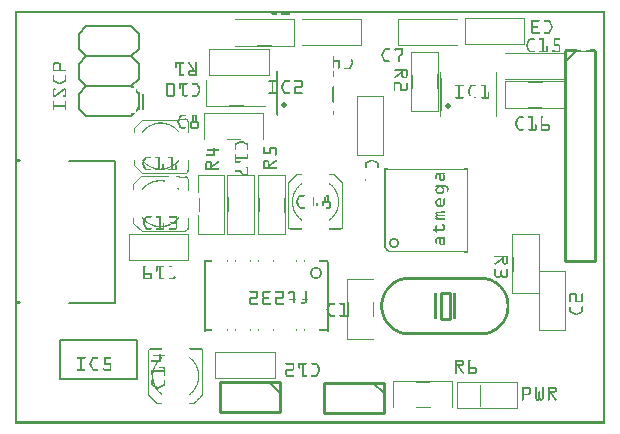
<source format=gto>
G04 MADE WITH FRITZING*
G04 WWW.FRITZING.ORG*
G04 DOUBLE SIDED*
G04 HOLES PLATED*
G04 CONTOUR ON CENTER OF CONTOUR VECTOR*
%ASAXBY*%
%FSLAX23Y23*%
%MOIN*%
%OFA0B0*%
%SFA1.0B1.0*%
%ADD10C,0.034283X0.0222834*%
%ADD11C,0.019307X0.00330709*%
%ADD12C,0.042189X0.030189*%
%ADD13R,0.038714X0.096457X0.019029X0.076772*%
%ADD14C,0.009843*%
%ADD15C,0.008000*%
%ADD16C,0.010000*%
%ADD17C,0.005000*%
%ADD18C,0.006000*%
%ADD19C,0.003937*%
%ADD20R,0.001000X0.001000*%
%LNSILK1*%
G90*
G70*
G54D10*
X1263Y604D03*
G54D11*
X897Y1063D03*
X1443Y1059D03*
G54D12*
X1004Y503D03*
G54D14*
X1420Y436D02*
X1449Y436D01*
X1449Y349D01*
X1420Y349D01*
X1420Y436D01*
D02*
G54D15*
X388Y1127D02*
X413Y1152D01*
D02*
X413Y1202D02*
X388Y1227D01*
D02*
X388Y1227D02*
X413Y1252D01*
D02*
X413Y1302D02*
X388Y1327D01*
D02*
X388Y1027D02*
X238Y1027D01*
D02*
X238Y1027D02*
X213Y1052D01*
D02*
X213Y1052D02*
X213Y1102D01*
D02*
X213Y1102D02*
X238Y1127D01*
D02*
X238Y1127D02*
X213Y1152D01*
D02*
X213Y1152D02*
X213Y1202D01*
D02*
X213Y1202D02*
X238Y1227D01*
D02*
X238Y1227D02*
X213Y1252D01*
D02*
X213Y1252D02*
X213Y1302D01*
D02*
X213Y1302D02*
X238Y1327D01*
D02*
X238Y1127D02*
X388Y1127D01*
D02*
X238Y1227D02*
X388Y1227D01*
D02*
X238Y1327D02*
X388Y1327D01*
D02*
X413Y1252D02*
X413Y1302D01*
D02*
X413Y1152D02*
X413Y1202D01*
D02*
X413Y1052D02*
X413Y1102D01*
D02*
X426Y1102D02*
X426Y1052D01*
D02*
X181Y405D02*
X335Y405D01*
D02*
X335Y405D02*
X335Y877D01*
D02*
X335Y877D02*
X181Y877D01*
G54D16*
D02*
X1835Y543D02*
X1935Y543D01*
D02*
X1935Y543D02*
X1935Y1243D01*
G54D17*
D02*
X1835Y1208D02*
X1870Y1243D01*
G54D18*
D02*
X633Y311D02*
X633Y542D01*
D02*
X1042Y542D02*
X1042Y311D01*
G54D15*
D02*
X408Y281D02*
X408Y151D01*
D02*
X408Y151D02*
X150Y151D01*
D02*
X150Y151D02*
X150Y281D01*
D02*
X150Y281D02*
X408Y281D01*
G54D16*
D02*
X882Y140D02*
X682Y140D01*
D02*
X682Y140D02*
X682Y40D01*
D02*
X682Y40D02*
X882Y40D01*
D02*
X882Y40D02*
X882Y140D01*
G54D17*
D02*
X847Y140D02*
X882Y105D01*
G54D16*
D02*
X1230Y138D02*
X1030Y138D01*
D02*
X1030Y138D02*
X1030Y38D01*
D02*
X1030Y38D02*
X1230Y38D01*
D02*
X1230Y38D02*
X1230Y138D01*
G54D17*
D02*
X1195Y138D02*
X1230Y103D01*
G54D19*
X576Y817D02*
X576Y782D01*
D02*
X548Y825D02*
X567Y825D01*
D02*
X576Y652D02*
X576Y687D01*
D02*
X395Y687D02*
X395Y672D01*
X422Y645D01*
X547Y645D01*
D02*
X548Y644D02*
X567Y644D01*
D02*
X577Y1009D02*
X577Y974D01*
D02*
X396Y973D02*
X396Y988D01*
X423Y1015D01*
X548Y1015D01*
D02*
X549Y1017D02*
X568Y1017D01*
D02*
X577Y844D02*
X577Y879D01*
D02*
X396Y879D02*
X396Y864D01*
X423Y837D01*
X548Y837D01*
D02*
X549Y836D02*
X568Y836D01*
D02*
G54D20*
X0Y1378D02*
X1967Y1378D01*
X0Y1377D02*
X1967Y1377D01*
X0Y1376D02*
X1967Y1376D01*
X0Y1375D02*
X1967Y1375D01*
X0Y1374D02*
X1967Y1374D01*
X0Y1373D02*
X1967Y1373D01*
X0Y1372D02*
X1967Y1372D01*
X0Y1371D02*
X1967Y1371D01*
X0Y1370D02*
X7Y1370D01*
X852Y1370D02*
X858Y1370D01*
X888Y1370D02*
X893Y1370D01*
X912Y1370D02*
X917Y1370D01*
X1960Y1370D02*
X1967Y1370D01*
X0Y1369D02*
X7Y1369D01*
X853Y1369D02*
X873Y1369D01*
X888Y1369D02*
X917Y1369D01*
X1960Y1369D02*
X1967Y1369D01*
X0Y1368D02*
X7Y1368D01*
X853Y1368D02*
X873Y1368D01*
X888Y1368D02*
X917Y1368D01*
X1960Y1368D02*
X1967Y1368D01*
X0Y1367D02*
X7Y1367D01*
X854Y1367D02*
X874Y1367D01*
X888Y1367D02*
X917Y1367D01*
X1960Y1367D02*
X1967Y1367D01*
X0Y1366D02*
X7Y1366D01*
X855Y1366D02*
X874Y1366D01*
X888Y1366D02*
X917Y1366D01*
X1960Y1366D02*
X1967Y1366D01*
X0Y1365D02*
X7Y1365D01*
X856Y1365D02*
X873Y1365D01*
X889Y1365D02*
X916Y1365D01*
X1960Y1365D02*
X1967Y1365D01*
X0Y1364D02*
X7Y1364D01*
X859Y1364D02*
X872Y1364D01*
X890Y1364D02*
X915Y1364D01*
X1960Y1364D02*
X1967Y1364D01*
X0Y1363D02*
X7Y1363D01*
X1960Y1363D02*
X1967Y1363D01*
X0Y1362D02*
X7Y1362D01*
X1960Y1362D02*
X1967Y1362D01*
X0Y1361D02*
X7Y1361D01*
X1960Y1361D02*
X1967Y1361D01*
X0Y1360D02*
X7Y1360D01*
X1960Y1360D02*
X1967Y1360D01*
X0Y1359D02*
X7Y1359D01*
X1960Y1359D02*
X1967Y1359D01*
X0Y1358D02*
X7Y1358D01*
X1960Y1358D02*
X1967Y1358D01*
X0Y1357D02*
X7Y1357D01*
X1960Y1357D02*
X1967Y1357D01*
X0Y1356D02*
X7Y1356D01*
X1960Y1356D02*
X1967Y1356D01*
X0Y1355D02*
X7Y1355D01*
X1960Y1355D02*
X1967Y1355D01*
X0Y1354D02*
X7Y1354D01*
X1960Y1354D02*
X1967Y1354D01*
X0Y1353D02*
X7Y1353D01*
X1501Y1353D02*
X1701Y1353D01*
X1960Y1353D02*
X1967Y1353D01*
X0Y1352D02*
X7Y1352D01*
X1501Y1352D02*
X1701Y1352D01*
X1960Y1352D02*
X1967Y1352D01*
X0Y1351D02*
X7Y1351D01*
X1501Y1351D02*
X1701Y1351D01*
X1960Y1351D02*
X1967Y1351D01*
X0Y1350D02*
X7Y1350D01*
X957Y1350D02*
X1156Y1350D01*
X1278Y1350D02*
X1478Y1350D01*
X1501Y1350D02*
X1503Y1350D01*
X1577Y1350D02*
X1625Y1350D01*
X1699Y1350D02*
X1701Y1350D01*
X1960Y1350D02*
X1967Y1350D01*
X0Y1349D02*
X7Y1349D01*
X733Y1349D02*
X932Y1349D01*
X956Y1349D02*
X1156Y1349D01*
X1278Y1349D02*
X1478Y1349D01*
X1501Y1349D02*
X1503Y1349D01*
X1699Y1349D02*
X1701Y1349D01*
X1960Y1349D02*
X1967Y1349D01*
X0Y1348D02*
X7Y1348D01*
X733Y1348D02*
X932Y1348D01*
X956Y1348D02*
X1156Y1348D01*
X1278Y1348D02*
X1280Y1348D01*
X1353Y1348D02*
X1402Y1348D01*
X1475Y1348D02*
X1478Y1348D01*
X1501Y1348D02*
X1503Y1348D01*
X1699Y1348D02*
X1701Y1348D01*
X1960Y1348D02*
X1967Y1348D01*
X0Y1347D02*
X7Y1347D01*
X733Y1347D02*
X932Y1347D01*
X956Y1347D02*
X959Y1347D01*
X1032Y1347D02*
X1081Y1347D01*
X1154Y1347D02*
X1156Y1347D01*
X1278Y1347D02*
X1280Y1347D01*
X1354Y1347D02*
X1402Y1347D01*
X1476Y1347D02*
X1478Y1347D01*
X1501Y1347D02*
X1503Y1347D01*
X1699Y1347D02*
X1701Y1347D01*
X1960Y1347D02*
X1967Y1347D01*
X0Y1346D02*
X7Y1346D01*
X733Y1346D02*
X734Y1346D01*
X808Y1346D02*
X856Y1346D01*
X930Y1346D02*
X932Y1346D01*
X956Y1346D02*
X958Y1346D01*
X1154Y1346D02*
X1156Y1346D01*
X1278Y1346D02*
X1280Y1346D01*
X1476Y1346D02*
X1478Y1346D01*
X1501Y1346D02*
X1503Y1346D01*
X1699Y1346D02*
X1701Y1346D01*
X1723Y1346D02*
X1748Y1346D01*
X1764Y1346D02*
X1781Y1346D01*
X1960Y1346D02*
X1967Y1346D01*
X0Y1345D02*
X7Y1345D01*
X733Y1345D02*
X734Y1345D01*
X930Y1345D02*
X932Y1345D01*
X956Y1345D02*
X958Y1345D01*
X1154Y1345D02*
X1156Y1345D01*
X1278Y1345D02*
X1280Y1345D01*
X1476Y1345D02*
X1478Y1345D01*
X1501Y1345D02*
X1503Y1345D01*
X1699Y1345D02*
X1701Y1345D01*
X1722Y1345D02*
X1749Y1345D01*
X1764Y1345D02*
X1782Y1345D01*
X1960Y1345D02*
X1967Y1345D01*
X0Y1344D02*
X7Y1344D01*
X733Y1344D02*
X734Y1344D01*
X930Y1344D02*
X932Y1344D01*
X956Y1344D02*
X958Y1344D01*
X1154Y1344D02*
X1156Y1344D01*
X1278Y1344D02*
X1280Y1344D01*
X1476Y1344D02*
X1478Y1344D01*
X1501Y1344D02*
X1503Y1344D01*
X1699Y1344D02*
X1701Y1344D01*
X1722Y1344D02*
X1749Y1344D01*
X1764Y1344D02*
X1783Y1344D01*
X1960Y1344D02*
X1967Y1344D01*
X0Y1343D02*
X7Y1343D01*
X733Y1343D02*
X734Y1343D01*
X930Y1343D02*
X932Y1343D01*
X956Y1343D02*
X958Y1343D01*
X1154Y1343D02*
X1156Y1343D01*
X1278Y1343D02*
X1280Y1343D01*
X1476Y1343D02*
X1478Y1343D01*
X1501Y1343D02*
X1503Y1343D01*
X1699Y1343D02*
X1701Y1343D01*
X1721Y1343D02*
X1749Y1343D01*
X1764Y1343D02*
X1784Y1343D01*
X1960Y1343D02*
X1967Y1343D01*
X0Y1342D02*
X7Y1342D01*
X733Y1342D02*
X734Y1342D01*
X930Y1342D02*
X932Y1342D01*
X956Y1342D02*
X958Y1342D01*
X1154Y1342D02*
X1156Y1342D01*
X1278Y1342D02*
X1280Y1342D01*
X1476Y1342D02*
X1478Y1342D01*
X1501Y1342D02*
X1503Y1342D01*
X1699Y1342D02*
X1701Y1342D01*
X1721Y1342D02*
X1748Y1342D01*
X1765Y1342D02*
X1785Y1342D01*
X1960Y1342D02*
X1967Y1342D01*
X0Y1341D02*
X7Y1341D01*
X733Y1341D02*
X734Y1341D01*
X930Y1341D02*
X932Y1341D01*
X956Y1341D02*
X958Y1341D01*
X1154Y1341D02*
X1156Y1341D01*
X1278Y1341D02*
X1280Y1341D01*
X1476Y1341D02*
X1478Y1341D01*
X1501Y1341D02*
X1503Y1341D01*
X1699Y1341D02*
X1701Y1341D01*
X1721Y1341D02*
X1726Y1341D01*
X1778Y1341D02*
X1785Y1341D01*
X1960Y1341D02*
X1967Y1341D01*
X0Y1340D02*
X7Y1340D01*
X733Y1340D02*
X734Y1340D01*
X930Y1340D02*
X932Y1340D01*
X956Y1340D02*
X958Y1340D01*
X1154Y1340D02*
X1156Y1340D01*
X1278Y1340D02*
X1280Y1340D01*
X1476Y1340D02*
X1478Y1340D01*
X1501Y1340D02*
X1503Y1340D01*
X1699Y1340D02*
X1701Y1340D01*
X1721Y1340D02*
X1726Y1340D01*
X1780Y1340D02*
X1786Y1340D01*
X1960Y1340D02*
X1967Y1340D01*
X0Y1339D02*
X7Y1339D01*
X733Y1339D02*
X734Y1339D01*
X930Y1339D02*
X932Y1339D01*
X956Y1339D02*
X958Y1339D01*
X1154Y1339D02*
X1156Y1339D01*
X1278Y1339D02*
X1280Y1339D01*
X1476Y1339D02*
X1478Y1339D01*
X1501Y1339D02*
X1503Y1339D01*
X1699Y1339D02*
X1701Y1339D01*
X1721Y1339D02*
X1726Y1339D01*
X1781Y1339D02*
X1786Y1339D01*
X1960Y1339D02*
X1967Y1339D01*
X0Y1338D02*
X7Y1338D01*
X733Y1338D02*
X734Y1338D01*
X930Y1338D02*
X932Y1338D01*
X956Y1338D02*
X958Y1338D01*
X1154Y1338D02*
X1156Y1338D01*
X1278Y1338D02*
X1280Y1338D01*
X1476Y1338D02*
X1478Y1338D01*
X1501Y1338D02*
X1503Y1338D01*
X1699Y1338D02*
X1701Y1338D01*
X1721Y1338D02*
X1726Y1338D01*
X1781Y1338D02*
X1787Y1338D01*
X1960Y1338D02*
X1967Y1338D01*
X0Y1337D02*
X7Y1337D01*
X733Y1337D02*
X734Y1337D01*
X930Y1337D02*
X932Y1337D01*
X956Y1337D02*
X958Y1337D01*
X1154Y1337D02*
X1156Y1337D01*
X1278Y1337D02*
X1280Y1337D01*
X1476Y1337D02*
X1478Y1337D01*
X1501Y1337D02*
X1503Y1337D01*
X1699Y1337D02*
X1701Y1337D01*
X1721Y1337D02*
X1726Y1337D01*
X1782Y1337D02*
X1787Y1337D01*
X1960Y1337D02*
X1967Y1337D01*
X0Y1336D02*
X7Y1336D01*
X733Y1336D02*
X734Y1336D01*
X930Y1336D02*
X932Y1336D01*
X956Y1336D02*
X958Y1336D01*
X1154Y1336D02*
X1156Y1336D01*
X1278Y1336D02*
X1280Y1336D01*
X1476Y1336D02*
X1478Y1336D01*
X1501Y1336D02*
X1503Y1336D01*
X1699Y1336D02*
X1701Y1336D01*
X1721Y1336D02*
X1726Y1336D01*
X1782Y1336D02*
X1788Y1336D01*
X1960Y1336D02*
X1967Y1336D01*
X0Y1335D02*
X7Y1335D01*
X733Y1335D02*
X734Y1335D01*
X930Y1335D02*
X932Y1335D01*
X956Y1335D02*
X958Y1335D01*
X1154Y1335D02*
X1156Y1335D01*
X1278Y1335D02*
X1280Y1335D01*
X1476Y1335D02*
X1478Y1335D01*
X1501Y1335D02*
X1503Y1335D01*
X1699Y1335D02*
X1701Y1335D01*
X1721Y1335D02*
X1726Y1335D01*
X1783Y1335D02*
X1788Y1335D01*
X1960Y1335D02*
X1967Y1335D01*
X0Y1334D02*
X7Y1334D01*
X733Y1334D02*
X734Y1334D01*
X930Y1334D02*
X932Y1334D01*
X956Y1334D02*
X958Y1334D01*
X1154Y1334D02*
X1156Y1334D01*
X1278Y1334D02*
X1280Y1334D01*
X1476Y1334D02*
X1478Y1334D01*
X1501Y1334D02*
X1503Y1334D01*
X1699Y1334D02*
X1701Y1334D01*
X1721Y1334D02*
X1726Y1334D01*
X1783Y1334D02*
X1789Y1334D01*
X1960Y1334D02*
X1967Y1334D01*
X0Y1333D02*
X7Y1333D01*
X733Y1333D02*
X734Y1333D01*
X930Y1333D02*
X932Y1333D01*
X956Y1333D02*
X958Y1333D01*
X1154Y1333D02*
X1156Y1333D01*
X1278Y1333D02*
X1280Y1333D01*
X1476Y1333D02*
X1478Y1333D01*
X1501Y1333D02*
X1503Y1333D01*
X1699Y1333D02*
X1701Y1333D01*
X1721Y1333D02*
X1726Y1333D01*
X1784Y1333D02*
X1789Y1333D01*
X1960Y1333D02*
X1967Y1333D01*
X0Y1332D02*
X7Y1332D01*
X733Y1332D02*
X734Y1332D01*
X930Y1332D02*
X932Y1332D01*
X956Y1332D02*
X958Y1332D01*
X1154Y1332D02*
X1156Y1332D01*
X1278Y1332D02*
X1280Y1332D01*
X1476Y1332D02*
X1478Y1332D01*
X1501Y1332D02*
X1503Y1332D01*
X1699Y1332D02*
X1701Y1332D01*
X1721Y1332D02*
X1726Y1332D01*
X1784Y1332D02*
X1790Y1332D01*
X1960Y1332D02*
X1967Y1332D01*
X0Y1331D02*
X7Y1331D01*
X733Y1331D02*
X734Y1331D01*
X930Y1331D02*
X932Y1331D01*
X956Y1331D02*
X958Y1331D01*
X1154Y1331D02*
X1156Y1331D01*
X1278Y1331D02*
X1280Y1331D01*
X1476Y1331D02*
X1478Y1331D01*
X1501Y1331D02*
X1503Y1331D01*
X1699Y1331D02*
X1701Y1331D01*
X1721Y1331D02*
X1726Y1331D01*
X1785Y1331D02*
X1790Y1331D01*
X1960Y1331D02*
X1967Y1331D01*
X0Y1330D02*
X7Y1330D01*
X733Y1330D02*
X734Y1330D01*
X930Y1330D02*
X932Y1330D01*
X956Y1330D02*
X958Y1330D01*
X1154Y1330D02*
X1156Y1330D01*
X1278Y1330D02*
X1280Y1330D01*
X1476Y1330D02*
X1478Y1330D01*
X1501Y1330D02*
X1503Y1330D01*
X1699Y1330D02*
X1701Y1330D01*
X1721Y1330D02*
X1726Y1330D01*
X1785Y1330D02*
X1791Y1330D01*
X1960Y1330D02*
X1967Y1330D01*
X0Y1329D02*
X7Y1329D01*
X733Y1329D02*
X734Y1329D01*
X930Y1329D02*
X932Y1329D01*
X956Y1329D02*
X958Y1329D01*
X1154Y1329D02*
X1156Y1329D01*
X1278Y1329D02*
X1280Y1329D01*
X1476Y1329D02*
X1478Y1329D01*
X1501Y1329D02*
X1503Y1329D01*
X1699Y1329D02*
X1701Y1329D01*
X1721Y1329D02*
X1726Y1329D01*
X1786Y1329D02*
X1791Y1329D01*
X1960Y1329D02*
X1967Y1329D01*
X0Y1328D02*
X7Y1328D01*
X733Y1328D02*
X734Y1328D01*
X930Y1328D02*
X932Y1328D01*
X956Y1328D02*
X958Y1328D01*
X1154Y1328D02*
X1156Y1328D01*
X1278Y1328D02*
X1280Y1328D01*
X1476Y1328D02*
X1478Y1328D01*
X1501Y1328D02*
X1503Y1328D01*
X1699Y1328D02*
X1701Y1328D01*
X1721Y1328D02*
X1726Y1328D01*
X1786Y1328D02*
X1791Y1328D01*
X1960Y1328D02*
X1967Y1328D01*
X0Y1327D02*
X7Y1327D01*
X733Y1327D02*
X734Y1327D01*
X930Y1327D02*
X932Y1327D01*
X956Y1327D02*
X958Y1327D01*
X1154Y1327D02*
X1156Y1327D01*
X1278Y1327D02*
X1280Y1327D01*
X1476Y1327D02*
X1478Y1327D01*
X1501Y1327D02*
X1503Y1327D01*
X1699Y1327D02*
X1701Y1327D01*
X1721Y1327D02*
X1728Y1327D01*
X1787Y1327D02*
X1792Y1327D01*
X1960Y1327D02*
X1967Y1327D01*
X0Y1326D02*
X7Y1326D01*
X733Y1326D02*
X734Y1326D01*
X930Y1326D02*
X932Y1326D01*
X956Y1326D02*
X958Y1326D01*
X1154Y1326D02*
X1156Y1326D01*
X1278Y1326D02*
X1280Y1326D01*
X1476Y1326D02*
X1478Y1326D01*
X1501Y1326D02*
X1503Y1326D01*
X1699Y1326D02*
X1701Y1326D01*
X1722Y1326D02*
X1742Y1326D01*
X1787Y1326D02*
X1792Y1326D01*
X1960Y1326D02*
X1967Y1326D01*
X0Y1325D02*
X7Y1325D01*
X733Y1325D02*
X734Y1325D01*
X930Y1325D02*
X932Y1325D01*
X956Y1325D02*
X958Y1325D01*
X1154Y1325D02*
X1156Y1325D01*
X1278Y1325D02*
X1280Y1325D01*
X1476Y1325D02*
X1478Y1325D01*
X1501Y1325D02*
X1503Y1325D01*
X1699Y1325D02*
X1701Y1325D01*
X1722Y1325D02*
X1743Y1325D01*
X1787Y1325D02*
X1792Y1325D01*
X1960Y1325D02*
X1967Y1325D01*
X0Y1324D02*
X7Y1324D01*
X733Y1324D02*
X734Y1324D01*
X930Y1324D02*
X932Y1324D01*
X956Y1324D02*
X958Y1324D01*
X1154Y1324D02*
X1156Y1324D01*
X1278Y1324D02*
X1280Y1324D01*
X1476Y1324D02*
X1478Y1324D01*
X1501Y1324D02*
X1503Y1324D01*
X1699Y1324D02*
X1701Y1324D01*
X1723Y1324D02*
X1743Y1324D01*
X1787Y1324D02*
X1792Y1324D01*
X1960Y1324D02*
X1967Y1324D01*
X0Y1323D02*
X7Y1323D01*
X733Y1323D02*
X734Y1323D01*
X930Y1323D02*
X932Y1323D01*
X956Y1323D02*
X958Y1323D01*
X1154Y1323D02*
X1156Y1323D01*
X1278Y1323D02*
X1280Y1323D01*
X1476Y1323D02*
X1478Y1323D01*
X1501Y1323D02*
X1503Y1323D01*
X1699Y1323D02*
X1701Y1323D01*
X1722Y1323D02*
X1743Y1323D01*
X1787Y1323D02*
X1792Y1323D01*
X1960Y1323D02*
X1967Y1323D01*
X0Y1322D02*
X7Y1322D01*
X733Y1322D02*
X734Y1322D01*
X930Y1322D02*
X932Y1322D01*
X956Y1322D02*
X958Y1322D01*
X1154Y1322D02*
X1156Y1322D01*
X1278Y1322D02*
X1280Y1322D01*
X1476Y1322D02*
X1478Y1322D01*
X1501Y1322D02*
X1503Y1322D01*
X1699Y1322D02*
X1701Y1322D01*
X1722Y1322D02*
X1742Y1322D01*
X1787Y1322D02*
X1792Y1322D01*
X1960Y1322D02*
X1967Y1322D01*
X0Y1321D02*
X7Y1321D01*
X733Y1321D02*
X734Y1321D01*
X930Y1321D02*
X932Y1321D01*
X956Y1321D02*
X958Y1321D01*
X1154Y1321D02*
X1156Y1321D01*
X1278Y1321D02*
X1280Y1321D01*
X1476Y1321D02*
X1478Y1321D01*
X1501Y1321D02*
X1503Y1321D01*
X1699Y1321D02*
X1701Y1321D01*
X1721Y1321D02*
X1740Y1321D01*
X1787Y1321D02*
X1792Y1321D01*
X1960Y1321D02*
X1967Y1321D01*
X0Y1320D02*
X7Y1320D01*
X733Y1320D02*
X734Y1320D01*
X930Y1320D02*
X932Y1320D01*
X956Y1320D02*
X958Y1320D01*
X1154Y1320D02*
X1156Y1320D01*
X1278Y1320D02*
X1280Y1320D01*
X1476Y1320D02*
X1478Y1320D01*
X1501Y1320D02*
X1503Y1320D01*
X1699Y1320D02*
X1701Y1320D01*
X1721Y1320D02*
X1726Y1320D01*
X1786Y1320D02*
X1792Y1320D01*
X1960Y1320D02*
X1967Y1320D01*
X0Y1319D02*
X7Y1319D01*
X733Y1319D02*
X734Y1319D01*
X930Y1319D02*
X932Y1319D01*
X956Y1319D02*
X958Y1319D01*
X1154Y1319D02*
X1156Y1319D01*
X1278Y1319D02*
X1280Y1319D01*
X1476Y1319D02*
X1478Y1319D01*
X1501Y1319D02*
X1503Y1319D01*
X1699Y1319D02*
X1701Y1319D01*
X1721Y1319D02*
X1726Y1319D01*
X1786Y1319D02*
X1791Y1319D01*
X1960Y1319D02*
X1967Y1319D01*
X0Y1318D02*
X7Y1318D01*
X733Y1318D02*
X734Y1318D01*
X930Y1318D02*
X932Y1318D01*
X956Y1318D02*
X958Y1318D01*
X1154Y1318D02*
X1156Y1318D01*
X1278Y1318D02*
X1280Y1318D01*
X1476Y1318D02*
X1478Y1318D01*
X1501Y1318D02*
X1503Y1318D01*
X1699Y1318D02*
X1701Y1318D01*
X1721Y1318D02*
X1726Y1318D01*
X1785Y1318D02*
X1791Y1318D01*
X1960Y1318D02*
X1967Y1318D01*
X0Y1317D02*
X7Y1317D01*
X733Y1317D02*
X734Y1317D01*
X930Y1317D02*
X932Y1317D01*
X956Y1317D02*
X958Y1317D01*
X1154Y1317D02*
X1156Y1317D01*
X1278Y1317D02*
X1280Y1317D01*
X1476Y1317D02*
X1478Y1317D01*
X1501Y1317D02*
X1503Y1317D01*
X1699Y1317D02*
X1701Y1317D01*
X1721Y1317D02*
X1726Y1317D01*
X1785Y1317D02*
X1790Y1317D01*
X1960Y1317D02*
X1967Y1317D01*
X0Y1316D02*
X7Y1316D01*
X733Y1316D02*
X734Y1316D01*
X930Y1316D02*
X932Y1316D01*
X956Y1316D02*
X958Y1316D01*
X1154Y1316D02*
X1156Y1316D01*
X1278Y1316D02*
X1280Y1316D01*
X1476Y1316D02*
X1478Y1316D01*
X1501Y1316D02*
X1503Y1316D01*
X1699Y1316D02*
X1701Y1316D01*
X1721Y1316D02*
X1726Y1316D01*
X1784Y1316D02*
X1790Y1316D01*
X1960Y1316D02*
X1967Y1316D01*
X0Y1315D02*
X7Y1315D01*
X733Y1315D02*
X734Y1315D01*
X930Y1315D02*
X932Y1315D01*
X956Y1315D02*
X958Y1315D01*
X1154Y1315D02*
X1156Y1315D01*
X1278Y1315D02*
X1280Y1315D01*
X1476Y1315D02*
X1478Y1315D01*
X1501Y1315D02*
X1503Y1315D01*
X1699Y1315D02*
X1701Y1315D01*
X1721Y1315D02*
X1726Y1315D01*
X1784Y1315D02*
X1789Y1315D01*
X1960Y1315D02*
X1967Y1315D01*
X0Y1314D02*
X7Y1314D01*
X733Y1314D02*
X734Y1314D01*
X930Y1314D02*
X932Y1314D01*
X956Y1314D02*
X958Y1314D01*
X1154Y1314D02*
X1156Y1314D01*
X1278Y1314D02*
X1280Y1314D01*
X1476Y1314D02*
X1478Y1314D01*
X1501Y1314D02*
X1503Y1314D01*
X1699Y1314D02*
X1701Y1314D01*
X1721Y1314D02*
X1726Y1314D01*
X1783Y1314D02*
X1789Y1314D01*
X1960Y1314D02*
X1967Y1314D01*
X0Y1313D02*
X7Y1313D01*
X733Y1313D02*
X734Y1313D01*
X930Y1313D02*
X932Y1313D01*
X956Y1313D02*
X958Y1313D01*
X1154Y1313D02*
X1156Y1313D01*
X1278Y1313D02*
X1280Y1313D01*
X1476Y1313D02*
X1478Y1313D01*
X1501Y1313D02*
X1503Y1313D01*
X1699Y1313D02*
X1701Y1313D01*
X1721Y1313D02*
X1726Y1313D01*
X1783Y1313D02*
X1788Y1313D01*
X1960Y1313D02*
X1967Y1313D01*
X0Y1312D02*
X7Y1312D01*
X733Y1312D02*
X734Y1312D01*
X930Y1312D02*
X932Y1312D01*
X956Y1312D02*
X958Y1312D01*
X1154Y1312D02*
X1156Y1312D01*
X1278Y1312D02*
X1280Y1312D01*
X1476Y1312D02*
X1478Y1312D01*
X1501Y1312D02*
X1503Y1312D01*
X1699Y1312D02*
X1701Y1312D01*
X1721Y1312D02*
X1726Y1312D01*
X1782Y1312D02*
X1788Y1312D01*
X1960Y1312D02*
X1967Y1312D01*
X0Y1311D02*
X7Y1311D01*
X733Y1311D02*
X734Y1311D01*
X930Y1311D02*
X932Y1311D01*
X956Y1311D02*
X958Y1311D01*
X1154Y1311D02*
X1156Y1311D01*
X1278Y1311D02*
X1280Y1311D01*
X1476Y1311D02*
X1478Y1311D01*
X1501Y1311D02*
X1503Y1311D01*
X1699Y1311D02*
X1701Y1311D01*
X1721Y1311D02*
X1726Y1311D01*
X1782Y1311D02*
X1787Y1311D01*
X1960Y1311D02*
X1967Y1311D01*
X0Y1310D02*
X7Y1310D01*
X733Y1310D02*
X734Y1310D01*
X930Y1310D02*
X932Y1310D01*
X956Y1310D02*
X958Y1310D01*
X1154Y1310D02*
X1156Y1310D01*
X1278Y1310D02*
X1280Y1310D01*
X1476Y1310D02*
X1478Y1310D01*
X1501Y1310D02*
X1503Y1310D01*
X1699Y1310D02*
X1701Y1310D01*
X1721Y1310D02*
X1726Y1310D01*
X1781Y1310D02*
X1787Y1310D01*
X1960Y1310D02*
X1967Y1310D01*
X0Y1309D02*
X7Y1309D01*
X733Y1309D02*
X734Y1309D01*
X930Y1309D02*
X932Y1309D01*
X956Y1309D02*
X958Y1309D01*
X1154Y1309D02*
X1156Y1309D01*
X1278Y1309D02*
X1280Y1309D01*
X1476Y1309D02*
X1478Y1309D01*
X1501Y1309D02*
X1503Y1309D01*
X1699Y1309D02*
X1701Y1309D01*
X1721Y1309D02*
X1726Y1309D01*
X1781Y1309D02*
X1786Y1309D01*
X1960Y1309D02*
X1967Y1309D01*
X0Y1308D02*
X7Y1308D01*
X733Y1308D02*
X734Y1308D01*
X930Y1308D02*
X932Y1308D01*
X956Y1308D02*
X958Y1308D01*
X1154Y1308D02*
X1156Y1308D01*
X1278Y1308D02*
X1280Y1308D01*
X1476Y1308D02*
X1478Y1308D01*
X1501Y1308D02*
X1503Y1308D01*
X1699Y1308D02*
X1701Y1308D01*
X1721Y1308D02*
X1726Y1308D01*
X1780Y1308D02*
X1786Y1308D01*
X1960Y1308D02*
X1967Y1308D01*
X0Y1307D02*
X7Y1307D01*
X733Y1307D02*
X734Y1307D01*
X930Y1307D02*
X932Y1307D01*
X956Y1307D02*
X958Y1307D01*
X1154Y1307D02*
X1156Y1307D01*
X1278Y1307D02*
X1280Y1307D01*
X1476Y1307D02*
X1478Y1307D01*
X1501Y1307D02*
X1503Y1307D01*
X1699Y1307D02*
X1701Y1307D01*
X1721Y1307D02*
X1726Y1307D01*
X1779Y1307D02*
X1785Y1307D01*
X1960Y1307D02*
X1967Y1307D01*
X0Y1306D02*
X7Y1306D01*
X733Y1306D02*
X734Y1306D01*
X930Y1306D02*
X932Y1306D01*
X956Y1306D02*
X958Y1306D01*
X1154Y1306D02*
X1156Y1306D01*
X1278Y1306D02*
X1280Y1306D01*
X1476Y1306D02*
X1478Y1306D01*
X1501Y1306D02*
X1503Y1306D01*
X1699Y1306D02*
X1701Y1306D01*
X1721Y1306D02*
X1748Y1306D01*
X1765Y1306D02*
X1785Y1306D01*
X1960Y1306D02*
X1967Y1306D01*
X0Y1305D02*
X7Y1305D01*
X733Y1305D02*
X734Y1305D01*
X930Y1305D02*
X932Y1305D01*
X956Y1305D02*
X958Y1305D01*
X1154Y1305D02*
X1156Y1305D01*
X1278Y1305D02*
X1280Y1305D01*
X1476Y1305D02*
X1478Y1305D01*
X1501Y1305D02*
X1503Y1305D01*
X1699Y1305D02*
X1701Y1305D01*
X1721Y1305D02*
X1749Y1305D01*
X1764Y1305D02*
X1784Y1305D01*
X1960Y1305D02*
X1967Y1305D01*
X0Y1304D02*
X7Y1304D01*
X733Y1304D02*
X734Y1304D01*
X930Y1304D02*
X932Y1304D01*
X956Y1304D02*
X958Y1304D01*
X1154Y1304D02*
X1156Y1304D01*
X1278Y1304D02*
X1280Y1304D01*
X1476Y1304D02*
X1478Y1304D01*
X1501Y1304D02*
X1503Y1304D01*
X1699Y1304D02*
X1701Y1304D01*
X1721Y1304D02*
X1749Y1304D01*
X1764Y1304D02*
X1784Y1304D01*
X1960Y1304D02*
X1967Y1304D01*
X0Y1303D02*
X7Y1303D01*
X733Y1303D02*
X734Y1303D01*
X930Y1303D02*
X932Y1303D01*
X956Y1303D02*
X958Y1303D01*
X1154Y1303D02*
X1156Y1303D01*
X1278Y1303D02*
X1280Y1303D01*
X1476Y1303D02*
X1478Y1303D01*
X1501Y1303D02*
X1503Y1303D01*
X1699Y1303D02*
X1701Y1303D01*
X1722Y1303D02*
X1749Y1303D01*
X1764Y1303D02*
X1783Y1303D01*
X1960Y1303D02*
X1967Y1303D01*
X0Y1302D02*
X7Y1302D01*
X733Y1302D02*
X734Y1302D01*
X930Y1302D02*
X932Y1302D01*
X956Y1302D02*
X958Y1302D01*
X1154Y1302D02*
X1156Y1302D01*
X1278Y1302D02*
X1280Y1302D01*
X1476Y1302D02*
X1478Y1302D01*
X1501Y1302D02*
X1503Y1302D01*
X1699Y1302D02*
X1701Y1302D01*
X1723Y1302D02*
X1749Y1302D01*
X1764Y1302D02*
X1782Y1302D01*
X1960Y1302D02*
X1967Y1302D01*
X0Y1301D02*
X7Y1301D01*
X733Y1301D02*
X734Y1301D01*
X930Y1301D02*
X932Y1301D01*
X956Y1301D02*
X958Y1301D01*
X1154Y1301D02*
X1156Y1301D01*
X1278Y1301D02*
X1280Y1301D01*
X1476Y1301D02*
X1478Y1301D01*
X1501Y1301D02*
X1503Y1301D01*
X1699Y1301D02*
X1701Y1301D01*
X1725Y1301D02*
X1747Y1301D01*
X1765Y1301D02*
X1779Y1301D01*
X1960Y1301D02*
X1967Y1301D01*
X0Y1300D02*
X7Y1300D01*
X733Y1300D02*
X734Y1300D01*
X930Y1300D02*
X932Y1300D01*
X956Y1300D02*
X958Y1300D01*
X1154Y1300D02*
X1156Y1300D01*
X1278Y1300D02*
X1280Y1300D01*
X1476Y1300D02*
X1478Y1300D01*
X1501Y1300D02*
X1503Y1300D01*
X1699Y1300D02*
X1701Y1300D01*
X1960Y1300D02*
X1967Y1300D01*
X0Y1299D02*
X7Y1299D01*
X733Y1299D02*
X734Y1299D01*
X930Y1299D02*
X932Y1299D01*
X956Y1299D02*
X958Y1299D01*
X1154Y1299D02*
X1156Y1299D01*
X1278Y1299D02*
X1280Y1299D01*
X1476Y1299D02*
X1478Y1299D01*
X1501Y1299D02*
X1503Y1299D01*
X1699Y1299D02*
X1701Y1299D01*
X1960Y1299D02*
X1967Y1299D01*
X0Y1298D02*
X7Y1298D01*
X733Y1298D02*
X734Y1298D01*
X930Y1298D02*
X932Y1298D01*
X956Y1298D02*
X958Y1298D01*
X1154Y1298D02*
X1156Y1298D01*
X1278Y1298D02*
X1280Y1298D01*
X1476Y1298D02*
X1478Y1298D01*
X1501Y1298D02*
X1503Y1298D01*
X1699Y1298D02*
X1701Y1298D01*
X1960Y1298D02*
X1967Y1298D01*
X0Y1297D02*
X7Y1297D01*
X733Y1297D02*
X734Y1297D01*
X930Y1297D02*
X932Y1297D01*
X956Y1297D02*
X958Y1297D01*
X1154Y1297D02*
X1156Y1297D01*
X1278Y1297D02*
X1280Y1297D01*
X1476Y1297D02*
X1478Y1297D01*
X1501Y1297D02*
X1503Y1297D01*
X1699Y1297D02*
X1701Y1297D01*
X1960Y1297D02*
X1967Y1297D01*
X0Y1296D02*
X7Y1296D01*
X733Y1296D02*
X734Y1296D01*
X930Y1296D02*
X932Y1296D01*
X956Y1296D02*
X958Y1296D01*
X1154Y1296D02*
X1156Y1296D01*
X1278Y1296D02*
X1280Y1296D01*
X1476Y1296D02*
X1478Y1296D01*
X1501Y1296D02*
X1503Y1296D01*
X1699Y1296D02*
X1701Y1296D01*
X1960Y1296D02*
X1967Y1296D01*
X0Y1295D02*
X7Y1295D01*
X733Y1295D02*
X734Y1295D01*
X930Y1295D02*
X932Y1295D01*
X956Y1295D02*
X958Y1295D01*
X1154Y1295D02*
X1156Y1295D01*
X1278Y1295D02*
X1280Y1295D01*
X1476Y1295D02*
X1478Y1295D01*
X1501Y1295D02*
X1503Y1295D01*
X1699Y1295D02*
X1701Y1295D01*
X1960Y1295D02*
X1967Y1295D01*
X0Y1294D02*
X7Y1294D01*
X733Y1294D02*
X734Y1294D01*
X930Y1294D02*
X932Y1294D01*
X956Y1294D02*
X958Y1294D01*
X1154Y1294D02*
X1156Y1294D01*
X1278Y1294D02*
X1280Y1294D01*
X1476Y1294D02*
X1478Y1294D01*
X1501Y1294D02*
X1503Y1294D01*
X1699Y1294D02*
X1701Y1294D01*
X1960Y1294D02*
X1967Y1294D01*
X0Y1293D02*
X7Y1293D01*
X733Y1293D02*
X734Y1293D01*
X930Y1293D02*
X932Y1293D01*
X956Y1293D02*
X958Y1293D01*
X1154Y1293D02*
X1156Y1293D01*
X1278Y1293D02*
X1280Y1293D01*
X1476Y1293D02*
X1478Y1293D01*
X1501Y1293D02*
X1503Y1293D01*
X1699Y1293D02*
X1701Y1293D01*
X1960Y1293D02*
X1967Y1293D01*
X0Y1292D02*
X7Y1292D01*
X733Y1292D02*
X734Y1292D01*
X930Y1292D02*
X932Y1292D01*
X956Y1292D02*
X958Y1292D01*
X1154Y1292D02*
X1156Y1292D01*
X1278Y1292D02*
X1280Y1292D01*
X1476Y1292D02*
X1478Y1292D01*
X1501Y1292D02*
X1503Y1292D01*
X1699Y1292D02*
X1701Y1292D01*
X1960Y1292D02*
X1967Y1292D01*
X0Y1291D02*
X7Y1291D01*
X733Y1291D02*
X734Y1291D01*
X930Y1291D02*
X932Y1291D01*
X956Y1291D02*
X958Y1291D01*
X1154Y1291D02*
X1156Y1291D01*
X1278Y1291D02*
X1280Y1291D01*
X1476Y1291D02*
X1478Y1291D01*
X1501Y1291D02*
X1503Y1291D01*
X1699Y1291D02*
X1701Y1291D01*
X1960Y1291D02*
X1967Y1291D01*
X0Y1290D02*
X7Y1290D01*
X733Y1290D02*
X734Y1290D01*
X930Y1290D02*
X932Y1290D01*
X956Y1290D02*
X958Y1290D01*
X1154Y1290D02*
X1156Y1290D01*
X1278Y1290D02*
X1280Y1290D01*
X1476Y1290D02*
X1478Y1290D01*
X1501Y1290D02*
X1503Y1290D01*
X1699Y1290D02*
X1701Y1290D01*
X1960Y1290D02*
X1967Y1290D01*
X0Y1289D02*
X7Y1289D01*
X733Y1289D02*
X734Y1289D01*
X930Y1289D02*
X932Y1289D01*
X956Y1289D02*
X958Y1289D01*
X1154Y1289D02*
X1156Y1289D01*
X1278Y1289D02*
X1280Y1289D01*
X1476Y1289D02*
X1478Y1289D01*
X1501Y1289D02*
X1503Y1289D01*
X1699Y1289D02*
X1701Y1289D01*
X1960Y1289D02*
X1967Y1289D01*
X0Y1288D02*
X7Y1288D01*
X733Y1288D02*
X734Y1288D01*
X930Y1288D02*
X932Y1288D01*
X956Y1288D02*
X958Y1288D01*
X1154Y1288D02*
X1156Y1288D01*
X1278Y1288D02*
X1280Y1288D01*
X1476Y1288D02*
X1478Y1288D01*
X1501Y1288D02*
X1503Y1288D01*
X1699Y1288D02*
X1701Y1288D01*
X1960Y1288D02*
X1967Y1288D01*
X0Y1287D02*
X7Y1287D01*
X733Y1287D02*
X734Y1287D01*
X930Y1287D02*
X932Y1287D01*
X956Y1287D02*
X958Y1287D01*
X1154Y1287D02*
X1156Y1287D01*
X1278Y1287D02*
X1280Y1287D01*
X1476Y1287D02*
X1478Y1287D01*
X1501Y1287D02*
X1503Y1287D01*
X1699Y1287D02*
X1701Y1287D01*
X1960Y1287D02*
X1967Y1287D01*
X0Y1286D02*
X7Y1286D01*
X733Y1286D02*
X734Y1286D01*
X930Y1286D02*
X932Y1286D01*
X956Y1286D02*
X958Y1286D01*
X1154Y1286D02*
X1156Y1286D01*
X1278Y1286D02*
X1280Y1286D01*
X1476Y1286D02*
X1478Y1286D01*
X1501Y1286D02*
X1503Y1286D01*
X1699Y1286D02*
X1701Y1286D01*
X1960Y1286D02*
X1967Y1286D01*
X0Y1285D02*
X7Y1285D01*
X733Y1285D02*
X734Y1285D01*
X930Y1285D02*
X932Y1285D01*
X956Y1285D02*
X958Y1285D01*
X1154Y1285D02*
X1156Y1285D01*
X1278Y1285D02*
X1280Y1285D01*
X1476Y1285D02*
X1478Y1285D01*
X1501Y1285D02*
X1503Y1285D01*
X1699Y1285D02*
X1701Y1285D01*
X1716Y1285D02*
X1731Y1285D01*
X1748Y1285D02*
X1763Y1285D01*
X1796Y1285D02*
X1817Y1285D01*
X1960Y1285D02*
X1967Y1285D01*
X0Y1284D02*
X7Y1284D01*
X733Y1284D02*
X734Y1284D01*
X930Y1284D02*
X932Y1284D01*
X956Y1284D02*
X958Y1284D01*
X1154Y1284D02*
X1156Y1284D01*
X1278Y1284D02*
X1280Y1284D01*
X1476Y1284D02*
X1478Y1284D01*
X1501Y1284D02*
X1503Y1284D01*
X1699Y1284D02*
X1701Y1284D01*
X1714Y1284D02*
X1732Y1284D01*
X1747Y1284D02*
X1763Y1284D01*
X1796Y1284D02*
X1818Y1284D01*
X1960Y1284D02*
X1967Y1284D01*
X0Y1283D02*
X7Y1283D01*
X733Y1283D02*
X734Y1283D01*
X930Y1283D02*
X932Y1283D01*
X956Y1283D02*
X958Y1283D01*
X1154Y1283D02*
X1156Y1283D01*
X1278Y1283D02*
X1280Y1283D01*
X1476Y1283D02*
X1478Y1283D01*
X1501Y1283D02*
X1503Y1283D01*
X1699Y1283D02*
X1701Y1283D01*
X1713Y1283D02*
X1732Y1283D01*
X1747Y1283D02*
X1763Y1283D01*
X1796Y1283D02*
X1818Y1283D01*
X1960Y1283D02*
X1967Y1283D01*
X0Y1282D02*
X7Y1282D01*
X733Y1282D02*
X734Y1282D01*
X930Y1282D02*
X932Y1282D01*
X956Y1282D02*
X958Y1282D01*
X1154Y1282D02*
X1156Y1282D01*
X1278Y1282D02*
X1280Y1282D01*
X1476Y1282D02*
X1478Y1282D01*
X1501Y1282D02*
X1503Y1282D01*
X1699Y1282D02*
X1701Y1282D01*
X1712Y1282D02*
X1732Y1282D01*
X1747Y1282D02*
X1763Y1282D01*
X1796Y1282D02*
X1818Y1282D01*
X1960Y1282D02*
X1967Y1282D01*
X0Y1281D02*
X7Y1281D01*
X733Y1281D02*
X734Y1281D01*
X930Y1281D02*
X932Y1281D01*
X956Y1281D02*
X958Y1281D01*
X1154Y1281D02*
X1156Y1281D01*
X1278Y1281D02*
X1280Y1281D01*
X1476Y1281D02*
X1478Y1281D01*
X1501Y1281D02*
X1503Y1281D01*
X1699Y1281D02*
X1701Y1281D01*
X1712Y1281D02*
X1732Y1281D01*
X1747Y1281D02*
X1763Y1281D01*
X1796Y1281D02*
X1818Y1281D01*
X1960Y1281D02*
X1967Y1281D01*
X0Y1280D02*
X7Y1280D01*
X733Y1280D02*
X734Y1280D01*
X930Y1280D02*
X932Y1280D01*
X956Y1280D02*
X958Y1280D01*
X1154Y1280D02*
X1156Y1280D01*
X1278Y1280D02*
X1280Y1280D01*
X1476Y1280D02*
X1478Y1280D01*
X1501Y1280D02*
X1503Y1280D01*
X1699Y1280D02*
X1701Y1280D01*
X1711Y1280D02*
X1731Y1280D01*
X1748Y1280D02*
X1763Y1280D01*
X1796Y1280D02*
X1817Y1280D01*
X1960Y1280D02*
X1967Y1280D01*
X0Y1279D02*
X7Y1279D01*
X733Y1279D02*
X734Y1279D01*
X930Y1279D02*
X932Y1279D01*
X956Y1279D02*
X958Y1279D01*
X1154Y1279D02*
X1156Y1279D01*
X1278Y1279D02*
X1280Y1279D01*
X1476Y1279D02*
X1478Y1279D01*
X1501Y1279D02*
X1503Y1279D01*
X1699Y1279D02*
X1701Y1279D01*
X1711Y1279D02*
X1717Y1279D01*
X1759Y1279D02*
X1763Y1279D01*
X1796Y1279D02*
X1801Y1279D01*
X1960Y1279D02*
X1967Y1279D01*
X0Y1278D02*
X7Y1278D01*
X733Y1278D02*
X734Y1278D01*
X930Y1278D02*
X932Y1278D01*
X956Y1278D02*
X958Y1278D01*
X1154Y1278D02*
X1156Y1278D01*
X1278Y1278D02*
X1280Y1278D01*
X1476Y1278D02*
X1478Y1278D01*
X1501Y1278D02*
X1503Y1278D01*
X1699Y1278D02*
X1701Y1278D01*
X1710Y1278D02*
X1716Y1278D01*
X1759Y1278D02*
X1763Y1278D01*
X1796Y1278D02*
X1801Y1278D01*
X1960Y1278D02*
X1967Y1278D01*
X0Y1277D02*
X7Y1277D01*
X733Y1277D02*
X734Y1277D01*
X930Y1277D02*
X932Y1277D01*
X956Y1277D02*
X958Y1277D01*
X1154Y1277D02*
X1156Y1277D01*
X1278Y1277D02*
X1280Y1277D01*
X1476Y1277D02*
X1478Y1277D01*
X1501Y1277D02*
X1503Y1277D01*
X1699Y1277D02*
X1701Y1277D01*
X1710Y1277D02*
X1715Y1277D01*
X1759Y1277D02*
X1763Y1277D01*
X1796Y1277D02*
X1801Y1277D01*
X1960Y1277D02*
X1967Y1277D01*
X0Y1276D02*
X7Y1276D01*
X733Y1276D02*
X734Y1276D01*
X930Y1276D02*
X932Y1276D01*
X956Y1276D02*
X958Y1276D01*
X1154Y1276D02*
X1156Y1276D01*
X1278Y1276D02*
X1280Y1276D01*
X1476Y1276D02*
X1478Y1276D01*
X1501Y1276D02*
X1503Y1276D01*
X1699Y1276D02*
X1701Y1276D01*
X1709Y1276D02*
X1715Y1276D01*
X1759Y1276D02*
X1763Y1276D01*
X1796Y1276D02*
X1801Y1276D01*
X1960Y1276D02*
X1967Y1276D01*
X0Y1275D02*
X7Y1275D01*
X733Y1275D02*
X734Y1275D01*
X930Y1275D02*
X932Y1275D01*
X956Y1275D02*
X958Y1275D01*
X1154Y1275D02*
X1156Y1275D01*
X1278Y1275D02*
X1280Y1275D01*
X1476Y1275D02*
X1478Y1275D01*
X1501Y1275D02*
X1503Y1275D01*
X1699Y1275D02*
X1701Y1275D01*
X1709Y1275D02*
X1714Y1275D01*
X1759Y1275D02*
X1763Y1275D01*
X1796Y1275D02*
X1801Y1275D01*
X1960Y1275D02*
X1967Y1275D01*
X0Y1274D02*
X7Y1274D01*
X733Y1274D02*
X734Y1274D01*
X930Y1274D02*
X932Y1274D01*
X956Y1274D02*
X958Y1274D01*
X1154Y1274D02*
X1156Y1274D01*
X1278Y1274D02*
X1280Y1274D01*
X1476Y1274D02*
X1478Y1274D01*
X1501Y1274D02*
X1503Y1274D01*
X1699Y1274D02*
X1701Y1274D01*
X1708Y1274D02*
X1714Y1274D01*
X1759Y1274D02*
X1763Y1274D01*
X1796Y1274D02*
X1801Y1274D01*
X1960Y1274D02*
X1967Y1274D01*
X0Y1273D02*
X7Y1273D01*
X733Y1273D02*
X734Y1273D01*
X930Y1273D02*
X932Y1273D01*
X956Y1273D02*
X958Y1273D01*
X1154Y1273D02*
X1156Y1273D01*
X1278Y1273D02*
X1280Y1273D01*
X1476Y1273D02*
X1478Y1273D01*
X1501Y1273D02*
X1503Y1273D01*
X1699Y1273D02*
X1701Y1273D01*
X1708Y1273D02*
X1713Y1273D01*
X1759Y1273D02*
X1763Y1273D01*
X1796Y1273D02*
X1801Y1273D01*
X1960Y1273D02*
X1967Y1273D01*
X0Y1272D02*
X7Y1272D01*
X733Y1272D02*
X734Y1272D01*
X930Y1272D02*
X932Y1272D01*
X956Y1272D02*
X958Y1272D01*
X1154Y1272D02*
X1156Y1272D01*
X1278Y1272D02*
X1280Y1272D01*
X1476Y1272D02*
X1478Y1272D01*
X1501Y1272D02*
X1503Y1272D01*
X1699Y1272D02*
X1701Y1272D01*
X1707Y1272D02*
X1713Y1272D01*
X1759Y1272D02*
X1763Y1272D01*
X1796Y1272D02*
X1801Y1272D01*
X1960Y1272D02*
X1967Y1272D01*
X0Y1271D02*
X7Y1271D01*
X733Y1271D02*
X734Y1271D01*
X930Y1271D02*
X932Y1271D01*
X956Y1271D02*
X958Y1271D01*
X1154Y1271D02*
X1156Y1271D01*
X1278Y1271D02*
X1280Y1271D01*
X1476Y1271D02*
X1478Y1271D01*
X1501Y1271D02*
X1503Y1271D01*
X1699Y1271D02*
X1701Y1271D01*
X1707Y1271D02*
X1712Y1271D01*
X1759Y1271D02*
X1763Y1271D01*
X1796Y1271D02*
X1801Y1271D01*
X1960Y1271D02*
X1967Y1271D01*
X0Y1270D02*
X7Y1270D01*
X733Y1270D02*
X734Y1270D01*
X930Y1270D02*
X932Y1270D01*
X956Y1270D02*
X958Y1270D01*
X1154Y1270D02*
X1156Y1270D01*
X1278Y1270D02*
X1280Y1270D01*
X1476Y1270D02*
X1478Y1270D01*
X1501Y1270D02*
X1503Y1270D01*
X1699Y1270D02*
X1701Y1270D01*
X1706Y1270D02*
X1712Y1270D01*
X1759Y1270D02*
X1763Y1270D01*
X1796Y1270D02*
X1801Y1270D01*
X1960Y1270D02*
X1967Y1270D01*
X0Y1269D02*
X7Y1269D01*
X733Y1269D02*
X734Y1269D01*
X930Y1269D02*
X932Y1269D01*
X956Y1269D02*
X958Y1269D01*
X1154Y1269D02*
X1156Y1269D01*
X1278Y1269D02*
X1280Y1269D01*
X1476Y1269D02*
X1478Y1269D01*
X1501Y1269D02*
X1503Y1269D01*
X1699Y1269D02*
X1701Y1269D01*
X1706Y1269D02*
X1711Y1269D01*
X1759Y1269D02*
X1763Y1269D01*
X1796Y1269D02*
X1801Y1269D01*
X1960Y1269D02*
X1967Y1269D01*
X0Y1268D02*
X7Y1268D01*
X733Y1268D02*
X734Y1268D01*
X930Y1268D02*
X932Y1268D01*
X956Y1268D02*
X958Y1268D01*
X1154Y1268D02*
X1156Y1268D01*
X1278Y1268D02*
X1280Y1268D01*
X1476Y1268D02*
X1478Y1268D01*
X1501Y1268D02*
X1503Y1268D01*
X1699Y1268D02*
X1701Y1268D01*
X1705Y1268D02*
X1711Y1268D01*
X1759Y1268D02*
X1763Y1268D01*
X1796Y1268D02*
X1801Y1268D01*
X1960Y1268D02*
X1967Y1268D01*
X0Y1267D02*
X7Y1267D01*
X733Y1267D02*
X734Y1267D01*
X930Y1267D02*
X932Y1267D01*
X956Y1267D02*
X958Y1267D01*
X1154Y1267D02*
X1156Y1267D01*
X1278Y1267D02*
X1280Y1267D01*
X1476Y1267D02*
X1478Y1267D01*
X1501Y1267D02*
X1503Y1267D01*
X1577Y1267D02*
X1625Y1267D01*
X1699Y1267D02*
X1701Y1267D01*
X1705Y1267D02*
X1710Y1267D01*
X1759Y1267D02*
X1763Y1267D01*
X1796Y1267D02*
X1801Y1267D01*
X1960Y1267D02*
X1967Y1267D01*
X0Y1266D02*
X7Y1266D01*
X733Y1266D02*
X734Y1266D01*
X930Y1266D02*
X932Y1266D01*
X956Y1266D02*
X958Y1266D01*
X1154Y1266D02*
X1156Y1266D01*
X1278Y1266D02*
X1280Y1266D01*
X1476Y1266D02*
X1478Y1266D01*
X1501Y1266D02*
X1701Y1266D01*
X1704Y1266D02*
X1710Y1266D01*
X1759Y1266D02*
X1763Y1266D01*
X1796Y1266D02*
X1801Y1266D01*
X1960Y1266D02*
X1967Y1266D01*
X0Y1265D02*
X7Y1265D01*
X733Y1265D02*
X734Y1265D01*
X930Y1265D02*
X932Y1265D01*
X956Y1265D02*
X958Y1265D01*
X1154Y1265D02*
X1156Y1265D01*
X1278Y1265D02*
X1280Y1265D01*
X1476Y1265D02*
X1478Y1265D01*
X1501Y1265D02*
X1701Y1265D01*
X1704Y1265D02*
X1709Y1265D01*
X1759Y1265D02*
X1763Y1265D01*
X1796Y1265D02*
X1813Y1265D01*
X1960Y1265D02*
X1967Y1265D01*
X0Y1264D02*
X7Y1264D01*
X733Y1264D02*
X734Y1264D01*
X930Y1264D02*
X932Y1264D01*
X956Y1264D02*
X958Y1264D01*
X1154Y1264D02*
X1156Y1264D01*
X1278Y1264D02*
X1280Y1264D01*
X1354Y1264D02*
X1402Y1264D01*
X1476Y1264D02*
X1478Y1264D01*
X1501Y1264D02*
X1701Y1264D01*
X1704Y1264D02*
X1709Y1264D01*
X1759Y1264D02*
X1763Y1264D01*
X1796Y1264D02*
X1816Y1264D01*
X1960Y1264D02*
X1967Y1264D01*
X0Y1263D02*
X7Y1263D01*
X733Y1263D02*
X734Y1263D01*
X930Y1263D02*
X932Y1263D01*
X956Y1263D02*
X958Y1263D01*
X1032Y1263D02*
X1080Y1263D01*
X1154Y1263D02*
X1156Y1263D01*
X1278Y1263D02*
X1478Y1263D01*
X1704Y1263D02*
X1709Y1263D01*
X1759Y1263D02*
X1763Y1263D01*
X1796Y1263D02*
X1817Y1263D01*
X1960Y1263D02*
X1967Y1263D01*
X0Y1262D02*
X7Y1262D01*
X733Y1262D02*
X734Y1262D01*
X808Y1262D02*
X857Y1262D01*
X930Y1262D02*
X932Y1262D01*
X956Y1262D02*
X1156Y1262D01*
X1278Y1262D02*
X1478Y1262D01*
X1704Y1262D02*
X1709Y1262D01*
X1759Y1262D02*
X1763Y1262D01*
X1796Y1262D02*
X1818Y1262D01*
X1960Y1262D02*
X1967Y1262D01*
X0Y1261D02*
X7Y1261D01*
X733Y1261D02*
X932Y1261D01*
X956Y1261D02*
X1156Y1261D01*
X1278Y1261D02*
X1478Y1261D01*
X1704Y1261D02*
X1709Y1261D01*
X1759Y1261D02*
X1763Y1261D01*
X1796Y1261D02*
X1818Y1261D01*
X1960Y1261D02*
X1967Y1261D01*
X0Y1260D02*
X7Y1260D01*
X733Y1260D02*
X932Y1260D01*
X956Y1260D02*
X1156Y1260D01*
X1704Y1260D02*
X1709Y1260D01*
X1759Y1260D02*
X1763Y1260D01*
X1773Y1260D02*
X1773Y1260D01*
X1796Y1260D02*
X1818Y1260D01*
X1960Y1260D02*
X1967Y1260D01*
X0Y1259D02*
X7Y1259D01*
X733Y1259D02*
X932Y1259D01*
X1704Y1259D02*
X1709Y1259D01*
X1759Y1259D02*
X1763Y1259D01*
X1771Y1259D02*
X1775Y1259D01*
X1813Y1259D02*
X1818Y1259D01*
X1960Y1259D02*
X1967Y1259D01*
X0Y1258D02*
X7Y1258D01*
X1704Y1258D02*
X1710Y1258D01*
X1759Y1258D02*
X1763Y1258D01*
X1771Y1258D02*
X1775Y1258D01*
X1813Y1258D02*
X1818Y1258D01*
X1960Y1258D02*
X1967Y1258D01*
X0Y1257D02*
X7Y1257D01*
X1705Y1257D02*
X1710Y1257D01*
X1759Y1257D02*
X1763Y1257D01*
X1771Y1257D02*
X1775Y1257D01*
X1813Y1257D02*
X1818Y1257D01*
X1960Y1257D02*
X1967Y1257D01*
X0Y1256D02*
X7Y1256D01*
X1705Y1256D02*
X1711Y1256D01*
X1759Y1256D02*
X1763Y1256D01*
X1770Y1256D02*
X1775Y1256D01*
X1813Y1256D02*
X1818Y1256D01*
X1960Y1256D02*
X1967Y1256D01*
X0Y1255D02*
X7Y1255D01*
X1706Y1255D02*
X1711Y1255D01*
X1759Y1255D02*
X1763Y1255D01*
X1770Y1255D02*
X1775Y1255D01*
X1813Y1255D02*
X1818Y1255D01*
X1960Y1255D02*
X1967Y1255D01*
X0Y1254D02*
X7Y1254D01*
X1706Y1254D02*
X1712Y1254D01*
X1759Y1254D02*
X1763Y1254D01*
X1770Y1254D02*
X1775Y1254D01*
X1813Y1254D02*
X1818Y1254D01*
X1960Y1254D02*
X1967Y1254D01*
X0Y1253D02*
X7Y1253D01*
X1707Y1253D02*
X1712Y1253D01*
X1759Y1253D02*
X1763Y1253D01*
X1770Y1253D02*
X1775Y1253D01*
X1813Y1253D02*
X1818Y1253D01*
X1960Y1253D02*
X1967Y1253D01*
X0Y1252D02*
X7Y1252D01*
X1234Y1252D02*
X1249Y1252D01*
X1266Y1252D02*
X1293Y1252D01*
X1707Y1252D02*
X1713Y1252D01*
X1759Y1252D02*
X1763Y1252D01*
X1770Y1252D02*
X1775Y1252D01*
X1813Y1252D02*
X1818Y1252D01*
X1960Y1252D02*
X1967Y1252D01*
X0Y1251D02*
X7Y1251D01*
X1232Y1251D02*
X1250Y1251D01*
X1265Y1251D02*
X1293Y1251D01*
X1708Y1251D02*
X1713Y1251D01*
X1759Y1251D02*
X1763Y1251D01*
X1770Y1251D02*
X1775Y1251D01*
X1813Y1251D02*
X1818Y1251D01*
X1960Y1251D02*
X1967Y1251D01*
X0Y1250D02*
X7Y1250D01*
X650Y1250D02*
X849Y1250D01*
X1231Y1250D02*
X1250Y1250D01*
X1265Y1250D02*
X1293Y1250D01*
X1708Y1250D02*
X1714Y1250D01*
X1759Y1250D02*
X1763Y1250D01*
X1770Y1250D02*
X1775Y1250D01*
X1813Y1250D02*
X1818Y1250D01*
X1960Y1250D02*
X1967Y1250D01*
X0Y1249D02*
X7Y1249D01*
X649Y1249D02*
X849Y1249D01*
X1230Y1249D02*
X1250Y1249D01*
X1265Y1249D02*
X1293Y1249D01*
X1709Y1249D02*
X1714Y1249D01*
X1759Y1249D02*
X1763Y1249D01*
X1770Y1249D02*
X1775Y1249D01*
X1813Y1249D02*
X1818Y1249D01*
X1835Y1249D02*
X1874Y1249D01*
X1916Y1249D02*
X1934Y1249D01*
X1960Y1249D02*
X1967Y1249D01*
X0Y1248D02*
X7Y1248D01*
X649Y1248D02*
X849Y1248D01*
X1230Y1248D02*
X1250Y1248D01*
X1265Y1248D02*
X1293Y1248D01*
X1709Y1248D02*
X1715Y1248D01*
X1759Y1248D02*
X1763Y1248D01*
X1770Y1248D02*
X1775Y1248D01*
X1813Y1248D02*
X1818Y1248D01*
X1835Y1248D02*
X1876Y1248D01*
X1914Y1248D02*
X1934Y1248D01*
X1960Y1248D02*
X1967Y1248D01*
X0Y1247D02*
X7Y1247D01*
X649Y1247D02*
X652Y1247D01*
X725Y1247D02*
X774Y1247D01*
X847Y1247D02*
X849Y1247D01*
X1229Y1247D02*
X1249Y1247D01*
X1265Y1247D02*
X1293Y1247D01*
X1710Y1247D02*
X1715Y1247D01*
X1759Y1247D02*
X1763Y1247D01*
X1770Y1247D02*
X1775Y1247D01*
X1791Y1247D02*
X1793Y1247D01*
X1813Y1247D02*
X1818Y1247D01*
X1835Y1247D02*
X1879Y1247D01*
X1912Y1247D02*
X1934Y1247D01*
X1960Y1247D02*
X1967Y1247D01*
X0Y1246D02*
X7Y1246D01*
X649Y1246D02*
X651Y1246D01*
X847Y1246D02*
X849Y1246D01*
X1229Y1246D02*
X1235Y1246D01*
X1265Y1246D02*
X1270Y1246D01*
X1289Y1246D02*
X1293Y1246D01*
X1710Y1246D02*
X1716Y1246D01*
X1759Y1246D02*
X1763Y1246D01*
X1770Y1246D02*
X1775Y1246D01*
X1790Y1246D02*
X1796Y1246D01*
X1813Y1246D02*
X1818Y1246D01*
X1835Y1246D02*
X1882Y1246D01*
X1909Y1246D02*
X1934Y1246D01*
X1960Y1246D02*
X1967Y1246D01*
X0Y1245D02*
X7Y1245D01*
X649Y1245D02*
X651Y1245D01*
X847Y1245D02*
X849Y1245D01*
X1228Y1245D02*
X1234Y1245D01*
X1266Y1245D02*
X1269Y1245D01*
X1289Y1245D02*
X1293Y1245D01*
X1711Y1245D02*
X1718Y1245D01*
X1758Y1245D02*
X1764Y1245D01*
X1770Y1245D02*
X1775Y1245D01*
X1790Y1245D02*
X1799Y1245D01*
X1813Y1245D02*
X1818Y1245D01*
X1835Y1245D02*
X1886Y1245D01*
X1905Y1245D02*
X1934Y1245D01*
X1960Y1245D02*
X1967Y1245D01*
X0Y1244D02*
X7Y1244D01*
X649Y1244D02*
X651Y1244D01*
X847Y1244D02*
X849Y1244D01*
X1228Y1244D02*
X1233Y1244D01*
X1267Y1244D02*
X1268Y1244D01*
X1289Y1244D02*
X1293Y1244D01*
X1711Y1244D02*
X1731Y1244D01*
X1748Y1244D02*
X1775Y1244D01*
X1790Y1244D02*
X1818Y1244D01*
X1830Y1244D02*
X1934Y1244D01*
X1960Y1244D02*
X1967Y1244D01*
X0Y1243D02*
X7Y1243D01*
X649Y1243D02*
X651Y1243D01*
X847Y1243D02*
X849Y1243D01*
X1227Y1243D02*
X1233Y1243D01*
X1289Y1243D02*
X1293Y1243D01*
X1712Y1243D02*
X1732Y1243D01*
X1747Y1243D02*
X1775Y1243D01*
X1790Y1243D02*
X1818Y1243D01*
X1830Y1243D02*
X1934Y1243D01*
X1960Y1243D02*
X1967Y1243D01*
X0Y1242D02*
X7Y1242D01*
X649Y1242D02*
X651Y1242D01*
X847Y1242D02*
X849Y1242D01*
X1227Y1242D02*
X1232Y1242D01*
X1289Y1242D02*
X1293Y1242D01*
X1713Y1242D02*
X1732Y1242D01*
X1747Y1242D02*
X1775Y1242D01*
X1791Y1242D02*
X1817Y1242D01*
X1830Y1242D02*
X1934Y1242D01*
X1960Y1242D02*
X1967Y1242D01*
X0Y1241D02*
X7Y1241D01*
X649Y1241D02*
X651Y1241D01*
X847Y1241D02*
X849Y1241D01*
X1226Y1241D02*
X1232Y1241D01*
X1289Y1241D02*
X1293Y1241D01*
X1713Y1241D02*
X1732Y1241D01*
X1747Y1241D02*
X1775Y1241D01*
X1794Y1241D02*
X1817Y1241D01*
X1830Y1241D02*
X1934Y1241D01*
X1960Y1241D02*
X1967Y1241D01*
X0Y1240D02*
X7Y1240D01*
X649Y1240D02*
X651Y1240D01*
X847Y1240D02*
X849Y1240D01*
X1226Y1240D02*
X1231Y1240D01*
X1289Y1240D02*
X1293Y1240D01*
X1322Y1240D02*
X1412Y1240D01*
X1715Y1240D02*
X1731Y1240D01*
X1748Y1240D02*
X1775Y1240D01*
X1796Y1240D02*
X1816Y1240D01*
X1830Y1240D02*
X1934Y1240D01*
X1960Y1240D02*
X1967Y1240D01*
X0Y1239D02*
X7Y1239D01*
X649Y1239D02*
X651Y1239D01*
X847Y1239D02*
X849Y1239D01*
X1225Y1239D02*
X1231Y1239D01*
X1289Y1239D02*
X1293Y1239D01*
X1322Y1239D02*
X1412Y1239D01*
X1830Y1239D02*
X1839Y1239D01*
X1960Y1239D02*
X1967Y1239D01*
X0Y1238D02*
X7Y1238D01*
X649Y1238D02*
X651Y1238D01*
X847Y1238D02*
X849Y1238D01*
X1225Y1238D02*
X1230Y1238D01*
X1289Y1238D02*
X1293Y1238D01*
X1322Y1238D02*
X1412Y1238D01*
X1830Y1238D02*
X1839Y1238D01*
X1960Y1238D02*
X1967Y1238D01*
X0Y1237D02*
X7Y1237D01*
X649Y1237D02*
X651Y1237D01*
X847Y1237D02*
X849Y1237D01*
X1224Y1237D02*
X1230Y1237D01*
X1289Y1237D02*
X1293Y1237D01*
X1322Y1237D02*
X1324Y1237D01*
X1410Y1237D02*
X1412Y1237D01*
X1830Y1237D02*
X1839Y1237D01*
X1960Y1237D02*
X1967Y1237D01*
X0Y1236D02*
X7Y1236D01*
X649Y1236D02*
X651Y1236D01*
X847Y1236D02*
X849Y1236D01*
X1224Y1236D02*
X1229Y1236D01*
X1288Y1236D02*
X1293Y1236D01*
X1322Y1236D02*
X1324Y1236D01*
X1410Y1236D02*
X1412Y1236D01*
X1633Y1236D02*
X1839Y1236D01*
X1960Y1236D02*
X1967Y1236D01*
X0Y1235D02*
X7Y1235D01*
X649Y1235D02*
X651Y1235D01*
X847Y1235D02*
X849Y1235D01*
X1223Y1235D02*
X1229Y1235D01*
X1288Y1235D02*
X1293Y1235D01*
X1322Y1235D02*
X1324Y1235D01*
X1410Y1235D02*
X1412Y1235D01*
X1633Y1235D02*
X1839Y1235D01*
X1960Y1235D02*
X1967Y1235D01*
X0Y1234D02*
X7Y1234D01*
X649Y1234D02*
X651Y1234D01*
X847Y1234D02*
X849Y1234D01*
X1223Y1234D02*
X1228Y1234D01*
X1286Y1234D02*
X1293Y1234D01*
X1322Y1234D02*
X1324Y1234D01*
X1410Y1234D02*
X1412Y1234D01*
X1633Y1234D02*
X1635Y1234D01*
X1708Y1234D02*
X1757Y1234D01*
X1830Y1234D02*
X1839Y1234D01*
X1960Y1234D02*
X1967Y1234D01*
X0Y1233D02*
X7Y1233D01*
X649Y1233D02*
X651Y1233D01*
X847Y1233D02*
X849Y1233D01*
X1222Y1233D02*
X1228Y1233D01*
X1285Y1233D02*
X1293Y1233D01*
X1322Y1233D02*
X1324Y1233D01*
X1410Y1233D02*
X1412Y1233D01*
X1633Y1233D02*
X1634Y1233D01*
X1708Y1233D02*
X1756Y1233D01*
X1830Y1233D02*
X1839Y1233D01*
X1960Y1233D02*
X1967Y1233D01*
X0Y1232D02*
X7Y1232D01*
X649Y1232D02*
X651Y1232D01*
X847Y1232D02*
X849Y1232D01*
X1222Y1232D02*
X1227Y1232D01*
X1284Y1232D02*
X1292Y1232D01*
X1322Y1232D02*
X1324Y1232D01*
X1410Y1232D02*
X1412Y1232D01*
X1633Y1232D02*
X1634Y1232D01*
X1830Y1232D02*
X1839Y1232D01*
X1960Y1232D02*
X1967Y1232D01*
X0Y1231D02*
X7Y1231D01*
X649Y1231D02*
X651Y1231D01*
X847Y1231D02*
X849Y1231D01*
X1222Y1231D02*
X1227Y1231D01*
X1283Y1231D02*
X1291Y1231D01*
X1322Y1231D02*
X1324Y1231D01*
X1410Y1231D02*
X1412Y1231D01*
X1633Y1231D02*
X1634Y1231D01*
X1830Y1231D02*
X1839Y1231D01*
X1960Y1231D02*
X1967Y1231D01*
X0Y1230D02*
X7Y1230D01*
X649Y1230D02*
X651Y1230D01*
X847Y1230D02*
X849Y1230D01*
X1222Y1230D02*
X1227Y1230D01*
X1282Y1230D02*
X1290Y1230D01*
X1322Y1230D02*
X1324Y1230D01*
X1410Y1230D02*
X1412Y1230D01*
X1633Y1230D02*
X1634Y1230D01*
X1830Y1230D02*
X1839Y1230D01*
X1960Y1230D02*
X1967Y1230D01*
X0Y1229D02*
X7Y1229D01*
X649Y1229D02*
X651Y1229D01*
X847Y1229D02*
X849Y1229D01*
X1222Y1229D02*
X1227Y1229D01*
X1281Y1229D02*
X1289Y1229D01*
X1322Y1229D02*
X1324Y1229D01*
X1410Y1229D02*
X1412Y1229D01*
X1633Y1229D02*
X1634Y1229D01*
X1830Y1229D02*
X1839Y1229D01*
X1960Y1229D02*
X1967Y1229D01*
X0Y1228D02*
X7Y1228D01*
X649Y1228D02*
X651Y1228D01*
X847Y1228D02*
X849Y1228D01*
X1060Y1228D02*
X1062Y1228D01*
X1222Y1228D02*
X1227Y1228D01*
X1280Y1228D02*
X1288Y1228D01*
X1322Y1228D02*
X1324Y1228D01*
X1410Y1228D02*
X1412Y1228D01*
X1633Y1228D02*
X1634Y1228D01*
X1830Y1228D02*
X1839Y1228D01*
X1960Y1228D02*
X1967Y1228D01*
X0Y1227D02*
X7Y1227D01*
X649Y1227D02*
X651Y1227D01*
X847Y1227D02*
X849Y1227D01*
X1060Y1227D02*
X1063Y1227D01*
X1222Y1227D02*
X1227Y1227D01*
X1278Y1227D02*
X1286Y1227D01*
X1322Y1227D02*
X1324Y1227D01*
X1410Y1227D02*
X1412Y1227D01*
X1633Y1227D02*
X1634Y1227D01*
X1830Y1227D02*
X1839Y1227D01*
X1960Y1227D02*
X1967Y1227D01*
X0Y1226D02*
X7Y1226D01*
X649Y1226D02*
X651Y1226D01*
X847Y1226D02*
X849Y1226D01*
X1060Y1226D02*
X1064Y1226D01*
X1222Y1226D02*
X1228Y1226D01*
X1277Y1226D02*
X1285Y1226D01*
X1322Y1226D02*
X1324Y1226D01*
X1410Y1226D02*
X1412Y1226D01*
X1633Y1226D02*
X1634Y1226D01*
X1830Y1226D02*
X1839Y1226D01*
X1960Y1226D02*
X1967Y1226D01*
X0Y1225D02*
X7Y1225D01*
X649Y1225D02*
X651Y1225D01*
X847Y1225D02*
X849Y1225D01*
X1060Y1225D02*
X1064Y1225D01*
X1223Y1225D02*
X1228Y1225D01*
X1277Y1225D02*
X1284Y1225D01*
X1322Y1225D02*
X1324Y1225D01*
X1410Y1225D02*
X1412Y1225D01*
X1633Y1225D02*
X1634Y1225D01*
X1830Y1225D02*
X1839Y1225D01*
X1960Y1225D02*
X1967Y1225D01*
X0Y1224D02*
X7Y1224D01*
X649Y1224D02*
X651Y1224D01*
X847Y1224D02*
X849Y1224D01*
X1060Y1224D02*
X1064Y1224D01*
X1223Y1224D02*
X1229Y1224D01*
X1277Y1224D02*
X1283Y1224D01*
X1322Y1224D02*
X1324Y1224D01*
X1410Y1224D02*
X1412Y1224D01*
X1633Y1224D02*
X1634Y1224D01*
X1830Y1224D02*
X1839Y1224D01*
X1960Y1224D02*
X1967Y1224D01*
X0Y1223D02*
X7Y1223D01*
X649Y1223D02*
X651Y1223D01*
X847Y1223D02*
X849Y1223D01*
X1060Y1223D02*
X1064Y1223D01*
X1224Y1223D02*
X1229Y1223D01*
X1277Y1223D02*
X1282Y1223D01*
X1322Y1223D02*
X1324Y1223D01*
X1410Y1223D02*
X1412Y1223D01*
X1633Y1223D02*
X1634Y1223D01*
X1830Y1223D02*
X1839Y1223D01*
X1960Y1223D02*
X1967Y1223D01*
X0Y1222D02*
X7Y1222D01*
X649Y1222D02*
X651Y1222D01*
X847Y1222D02*
X849Y1222D01*
X1060Y1222D02*
X1064Y1222D01*
X1224Y1222D02*
X1230Y1222D01*
X1277Y1222D02*
X1282Y1222D01*
X1322Y1222D02*
X1324Y1222D01*
X1410Y1222D02*
X1412Y1222D01*
X1633Y1222D02*
X1634Y1222D01*
X1830Y1222D02*
X1839Y1222D01*
X1960Y1222D02*
X1967Y1222D01*
X0Y1221D02*
X7Y1221D01*
X649Y1221D02*
X651Y1221D01*
X847Y1221D02*
X849Y1221D01*
X1060Y1221D02*
X1064Y1221D01*
X1225Y1221D02*
X1230Y1221D01*
X1277Y1221D02*
X1282Y1221D01*
X1322Y1221D02*
X1324Y1221D01*
X1410Y1221D02*
X1412Y1221D01*
X1633Y1221D02*
X1634Y1221D01*
X1830Y1221D02*
X1839Y1221D01*
X1960Y1221D02*
X1967Y1221D01*
X0Y1220D02*
X7Y1220D01*
X649Y1220D02*
X651Y1220D01*
X847Y1220D02*
X849Y1220D01*
X1060Y1220D02*
X1064Y1220D01*
X1225Y1220D02*
X1231Y1220D01*
X1277Y1220D02*
X1282Y1220D01*
X1322Y1220D02*
X1324Y1220D01*
X1410Y1220D02*
X1412Y1220D01*
X1633Y1220D02*
X1634Y1220D01*
X1830Y1220D02*
X1839Y1220D01*
X1960Y1220D02*
X1967Y1220D01*
X0Y1219D02*
X7Y1219D01*
X649Y1219D02*
X651Y1219D01*
X847Y1219D02*
X849Y1219D01*
X1060Y1219D02*
X1064Y1219D01*
X1226Y1219D02*
X1231Y1219D01*
X1277Y1219D02*
X1282Y1219D01*
X1322Y1219D02*
X1324Y1219D01*
X1410Y1219D02*
X1412Y1219D01*
X1633Y1219D02*
X1634Y1219D01*
X1830Y1219D02*
X1839Y1219D01*
X1960Y1219D02*
X1967Y1219D01*
X0Y1218D02*
X7Y1218D01*
X649Y1218D02*
X651Y1218D01*
X847Y1218D02*
X849Y1218D01*
X1060Y1218D02*
X1064Y1218D01*
X1123Y1218D02*
X1123Y1218D01*
X1226Y1218D02*
X1232Y1218D01*
X1277Y1218D02*
X1282Y1218D01*
X1322Y1218D02*
X1324Y1218D01*
X1410Y1218D02*
X1412Y1218D01*
X1633Y1218D02*
X1634Y1218D01*
X1830Y1218D02*
X1839Y1218D01*
X1960Y1218D02*
X1967Y1218D01*
X0Y1217D02*
X7Y1217D01*
X649Y1217D02*
X651Y1217D01*
X847Y1217D02*
X849Y1217D01*
X1060Y1217D02*
X1064Y1217D01*
X1122Y1217D02*
X1123Y1217D01*
X1226Y1217D02*
X1232Y1217D01*
X1277Y1217D02*
X1282Y1217D01*
X1322Y1217D02*
X1324Y1217D01*
X1410Y1217D02*
X1412Y1217D01*
X1633Y1217D02*
X1634Y1217D01*
X1830Y1217D02*
X1839Y1217D01*
X1960Y1217D02*
X1967Y1217D01*
X0Y1216D02*
X7Y1216D01*
X649Y1216D02*
X651Y1216D01*
X847Y1216D02*
X849Y1216D01*
X1060Y1216D02*
X1064Y1216D01*
X1121Y1216D02*
X1124Y1216D01*
X1227Y1216D02*
X1233Y1216D01*
X1277Y1216D02*
X1282Y1216D01*
X1322Y1216D02*
X1324Y1216D01*
X1410Y1216D02*
X1412Y1216D01*
X1633Y1216D02*
X1634Y1216D01*
X1830Y1216D02*
X1839Y1216D01*
X1960Y1216D02*
X1967Y1216D01*
X0Y1215D02*
X7Y1215D01*
X649Y1215D02*
X651Y1215D01*
X847Y1215D02*
X849Y1215D01*
X1060Y1215D02*
X1064Y1215D01*
X1120Y1215D02*
X1124Y1215D01*
X1227Y1215D02*
X1233Y1215D01*
X1277Y1215D02*
X1282Y1215D01*
X1322Y1215D02*
X1324Y1215D01*
X1410Y1215D02*
X1412Y1215D01*
X1633Y1215D02*
X1634Y1215D01*
X1830Y1215D02*
X1839Y1215D01*
X1960Y1215D02*
X1967Y1215D01*
X0Y1214D02*
X7Y1214D01*
X649Y1214D02*
X651Y1214D01*
X847Y1214D02*
X849Y1214D01*
X1060Y1214D02*
X1064Y1214D01*
X1119Y1214D02*
X1125Y1214D01*
X1228Y1214D02*
X1234Y1214D01*
X1277Y1214D02*
X1282Y1214D01*
X1322Y1214D02*
X1324Y1214D01*
X1410Y1214D02*
X1412Y1214D01*
X1633Y1214D02*
X1634Y1214D01*
X1830Y1214D02*
X1839Y1214D01*
X1960Y1214D02*
X1967Y1214D01*
X0Y1213D02*
X7Y1213D01*
X649Y1213D02*
X651Y1213D01*
X847Y1213D02*
X849Y1213D01*
X1060Y1213D02*
X1081Y1213D01*
X1120Y1213D02*
X1125Y1213D01*
X1228Y1213D02*
X1234Y1213D01*
X1277Y1213D02*
X1282Y1213D01*
X1322Y1213D02*
X1324Y1213D01*
X1410Y1213D02*
X1412Y1213D01*
X1633Y1213D02*
X1634Y1213D01*
X1830Y1213D02*
X1839Y1213D01*
X1960Y1213D02*
X1967Y1213D01*
X0Y1212D02*
X7Y1212D01*
X649Y1212D02*
X651Y1212D01*
X847Y1212D02*
X849Y1212D01*
X1060Y1212D02*
X1082Y1212D01*
X1120Y1212D02*
X1126Y1212D01*
X1229Y1212D02*
X1247Y1212D01*
X1277Y1212D02*
X1282Y1212D01*
X1322Y1212D02*
X1324Y1212D01*
X1410Y1212D02*
X1412Y1212D01*
X1633Y1212D02*
X1634Y1212D01*
X1830Y1212D02*
X1839Y1212D01*
X1960Y1212D02*
X1967Y1212D01*
X0Y1211D02*
X7Y1211D01*
X649Y1211D02*
X651Y1211D01*
X847Y1211D02*
X849Y1211D01*
X1060Y1211D02*
X1082Y1211D01*
X1121Y1211D02*
X1126Y1211D01*
X1229Y1211D02*
X1250Y1211D01*
X1277Y1211D02*
X1282Y1211D01*
X1322Y1211D02*
X1324Y1211D01*
X1410Y1211D02*
X1412Y1211D01*
X1633Y1211D02*
X1634Y1211D01*
X1830Y1211D02*
X1839Y1211D01*
X1960Y1211D02*
X1967Y1211D01*
X0Y1210D02*
X7Y1210D01*
X649Y1210D02*
X651Y1210D01*
X847Y1210D02*
X849Y1210D01*
X1060Y1210D02*
X1082Y1210D01*
X1121Y1210D02*
X1127Y1210D01*
X1230Y1210D02*
X1250Y1210D01*
X1277Y1210D02*
X1282Y1210D01*
X1322Y1210D02*
X1324Y1210D01*
X1410Y1210D02*
X1412Y1210D01*
X1633Y1210D02*
X1634Y1210D01*
X1830Y1210D02*
X1839Y1210D01*
X1960Y1210D02*
X1967Y1210D01*
X0Y1209D02*
X7Y1209D01*
X649Y1209D02*
X651Y1209D01*
X847Y1209D02*
X849Y1209D01*
X1060Y1209D02*
X1082Y1209D01*
X1122Y1209D02*
X1127Y1209D01*
X1231Y1209D02*
X1250Y1209D01*
X1277Y1209D02*
X1282Y1209D01*
X1322Y1209D02*
X1324Y1209D01*
X1410Y1209D02*
X1412Y1209D01*
X1633Y1209D02*
X1634Y1209D01*
X1830Y1209D02*
X1839Y1209D01*
X1960Y1209D02*
X1967Y1209D01*
X0Y1208D02*
X7Y1208D01*
X649Y1208D02*
X651Y1208D01*
X847Y1208D02*
X849Y1208D01*
X1060Y1208D02*
X1082Y1208D01*
X1122Y1208D02*
X1127Y1208D01*
X1232Y1208D02*
X1250Y1208D01*
X1277Y1208D02*
X1281Y1208D01*
X1322Y1208D02*
X1324Y1208D01*
X1410Y1208D02*
X1412Y1208D01*
X1633Y1208D02*
X1634Y1208D01*
X1830Y1208D02*
X1839Y1208D01*
X1960Y1208D02*
X1967Y1208D01*
X0Y1207D02*
X7Y1207D01*
X649Y1207D02*
X651Y1207D01*
X847Y1207D02*
X849Y1207D01*
X1060Y1207D02*
X1064Y1207D01*
X1077Y1207D02*
X1082Y1207D01*
X1122Y1207D02*
X1127Y1207D01*
X1233Y1207D02*
X1249Y1207D01*
X1278Y1207D02*
X1281Y1207D01*
X1322Y1207D02*
X1324Y1207D01*
X1410Y1207D02*
X1412Y1207D01*
X1633Y1207D02*
X1634Y1207D01*
X1830Y1207D02*
X1839Y1207D01*
X1960Y1207D02*
X1967Y1207D01*
X0Y1206D02*
X7Y1206D01*
X537Y1206D02*
X560Y1206D01*
X604Y1206D02*
X604Y1206D01*
X649Y1206D02*
X651Y1206D01*
X847Y1206D02*
X849Y1206D01*
X1060Y1206D02*
X1064Y1206D01*
X1077Y1206D02*
X1082Y1206D01*
X1123Y1206D02*
X1128Y1206D01*
X1322Y1206D02*
X1324Y1206D01*
X1410Y1206D02*
X1412Y1206D01*
X1633Y1206D02*
X1634Y1206D01*
X1830Y1206D02*
X1839Y1206D01*
X1960Y1206D02*
X1967Y1206D01*
X0Y1205D02*
X7Y1205D01*
X132Y1205D02*
X147Y1205D01*
X535Y1205D02*
X563Y1205D01*
X579Y1205D02*
X582Y1205D01*
X602Y1205D02*
X606Y1205D01*
X649Y1205D02*
X651Y1205D01*
X847Y1205D02*
X849Y1205D01*
X1060Y1205D02*
X1064Y1205D01*
X1077Y1205D02*
X1082Y1205D01*
X1123Y1205D02*
X1128Y1205D01*
X1322Y1205D02*
X1324Y1205D01*
X1410Y1205D02*
X1412Y1205D01*
X1633Y1205D02*
X1634Y1205D01*
X1830Y1205D02*
X1839Y1205D01*
X1960Y1205D02*
X1967Y1205D01*
X0Y1204D02*
X7Y1204D01*
X130Y1204D02*
X150Y1204D01*
X535Y1204D02*
X563Y1204D01*
X578Y1204D02*
X583Y1204D01*
X602Y1204D02*
X606Y1204D01*
X649Y1204D02*
X651Y1204D01*
X847Y1204D02*
X849Y1204D01*
X1060Y1204D02*
X1064Y1204D01*
X1077Y1204D02*
X1082Y1204D01*
X1122Y1204D02*
X1128Y1204D01*
X1322Y1204D02*
X1324Y1204D01*
X1410Y1204D02*
X1412Y1204D01*
X1633Y1204D02*
X1634Y1204D01*
X1830Y1204D02*
X1839Y1204D01*
X1960Y1204D02*
X1967Y1204D01*
X0Y1203D02*
X7Y1203D01*
X128Y1203D02*
X151Y1203D01*
X535Y1203D02*
X563Y1203D01*
X578Y1203D02*
X584Y1203D01*
X602Y1203D02*
X606Y1203D01*
X649Y1203D02*
X651Y1203D01*
X847Y1203D02*
X849Y1203D01*
X1060Y1203D02*
X1064Y1203D01*
X1077Y1203D02*
X1082Y1203D01*
X1122Y1203D02*
X1127Y1203D01*
X1322Y1203D02*
X1324Y1203D01*
X1410Y1203D02*
X1412Y1203D01*
X1633Y1203D02*
X1634Y1203D01*
X1830Y1203D02*
X1839Y1203D01*
X1960Y1203D02*
X1967Y1203D01*
X0Y1202D02*
X7Y1202D01*
X128Y1202D02*
X152Y1202D01*
X535Y1202D02*
X563Y1202D01*
X578Y1202D02*
X584Y1202D01*
X602Y1202D02*
X606Y1202D01*
X649Y1202D02*
X651Y1202D01*
X847Y1202D02*
X849Y1202D01*
X1060Y1202D02*
X1064Y1202D01*
X1077Y1202D02*
X1082Y1202D01*
X1122Y1202D02*
X1127Y1202D01*
X1322Y1202D02*
X1324Y1202D01*
X1410Y1202D02*
X1412Y1202D01*
X1633Y1202D02*
X1634Y1202D01*
X1830Y1202D02*
X1839Y1202D01*
X1960Y1202D02*
X1967Y1202D01*
X0Y1201D02*
X7Y1201D01*
X127Y1201D02*
X152Y1201D01*
X535Y1201D02*
X562Y1201D01*
X579Y1201D02*
X585Y1201D01*
X602Y1201D02*
X606Y1201D01*
X649Y1201D02*
X651Y1201D01*
X847Y1201D02*
X849Y1201D01*
X1060Y1201D02*
X1064Y1201D01*
X1077Y1201D02*
X1082Y1201D01*
X1121Y1201D02*
X1127Y1201D01*
X1322Y1201D02*
X1324Y1201D01*
X1410Y1201D02*
X1412Y1201D01*
X1633Y1201D02*
X1634Y1201D01*
X1830Y1201D02*
X1839Y1201D01*
X1960Y1201D02*
X1967Y1201D01*
X0Y1200D02*
X7Y1200D01*
X126Y1200D02*
X153Y1200D01*
X535Y1200D02*
X540Y1200D01*
X547Y1200D02*
X552Y1200D01*
X580Y1200D02*
X586Y1200D01*
X602Y1200D02*
X606Y1200D01*
X649Y1200D02*
X651Y1200D01*
X847Y1200D02*
X849Y1200D01*
X1060Y1200D02*
X1064Y1200D01*
X1077Y1200D02*
X1082Y1200D01*
X1121Y1200D02*
X1126Y1200D01*
X1322Y1200D02*
X1324Y1200D01*
X1410Y1200D02*
X1412Y1200D01*
X1633Y1200D02*
X1634Y1200D01*
X1830Y1200D02*
X1839Y1200D01*
X1960Y1200D02*
X1967Y1200D01*
X0Y1199D02*
X7Y1199D01*
X126Y1199D02*
X132Y1199D01*
X147Y1199D02*
X153Y1199D01*
X535Y1199D02*
X540Y1199D01*
X547Y1199D02*
X552Y1199D01*
X580Y1199D02*
X586Y1199D01*
X602Y1199D02*
X606Y1199D01*
X649Y1199D02*
X651Y1199D01*
X847Y1199D02*
X849Y1199D01*
X1060Y1199D02*
X1064Y1199D01*
X1077Y1199D02*
X1082Y1199D01*
X1120Y1199D02*
X1126Y1199D01*
X1322Y1199D02*
X1324Y1199D01*
X1410Y1199D02*
X1412Y1199D01*
X1633Y1199D02*
X1634Y1199D01*
X1830Y1199D02*
X1839Y1199D01*
X1960Y1199D02*
X1967Y1199D01*
X0Y1198D02*
X7Y1198D01*
X126Y1198D02*
X131Y1198D01*
X148Y1198D02*
X153Y1198D01*
X535Y1198D02*
X540Y1198D01*
X547Y1198D02*
X552Y1198D01*
X581Y1198D02*
X587Y1198D01*
X602Y1198D02*
X606Y1198D01*
X649Y1198D02*
X651Y1198D01*
X847Y1198D02*
X849Y1198D01*
X1060Y1198D02*
X1064Y1198D01*
X1077Y1198D02*
X1082Y1198D01*
X1120Y1198D02*
X1126Y1198D01*
X1322Y1198D02*
X1324Y1198D01*
X1410Y1198D02*
X1412Y1198D01*
X1633Y1198D02*
X1634Y1198D01*
X1830Y1198D02*
X1839Y1198D01*
X1960Y1198D02*
X1967Y1198D01*
X0Y1197D02*
X7Y1197D01*
X126Y1197D02*
X131Y1197D01*
X149Y1197D02*
X154Y1197D01*
X535Y1197D02*
X540Y1197D01*
X547Y1197D02*
X552Y1197D01*
X582Y1197D02*
X588Y1197D01*
X602Y1197D02*
X606Y1197D01*
X649Y1197D02*
X651Y1197D01*
X847Y1197D02*
X849Y1197D01*
X1060Y1197D02*
X1064Y1197D01*
X1077Y1197D02*
X1082Y1197D01*
X1119Y1197D02*
X1125Y1197D01*
X1322Y1197D02*
X1324Y1197D01*
X1410Y1197D02*
X1412Y1197D01*
X1633Y1197D02*
X1634Y1197D01*
X1830Y1197D02*
X1839Y1197D01*
X1960Y1197D02*
X1967Y1197D01*
X0Y1196D02*
X7Y1196D01*
X126Y1196D02*
X131Y1196D01*
X149Y1196D02*
X154Y1196D01*
X535Y1196D02*
X540Y1196D01*
X547Y1196D02*
X552Y1196D01*
X582Y1196D02*
X588Y1196D01*
X602Y1196D02*
X606Y1196D01*
X649Y1196D02*
X651Y1196D01*
X847Y1196D02*
X849Y1196D01*
X1060Y1196D02*
X1064Y1196D01*
X1077Y1196D02*
X1082Y1196D01*
X1119Y1196D02*
X1125Y1196D01*
X1322Y1196D02*
X1324Y1196D01*
X1410Y1196D02*
X1412Y1196D01*
X1633Y1196D02*
X1634Y1196D01*
X1830Y1196D02*
X1839Y1196D01*
X1960Y1196D02*
X1967Y1196D01*
X0Y1195D02*
X7Y1195D01*
X126Y1195D02*
X131Y1195D01*
X149Y1195D02*
X154Y1195D01*
X535Y1195D02*
X540Y1195D01*
X547Y1195D02*
X552Y1195D01*
X583Y1195D02*
X589Y1195D01*
X602Y1195D02*
X606Y1195D01*
X649Y1195D02*
X651Y1195D01*
X847Y1195D02*
X849Y1195D01*
X1060Y1195D02*
X1064Y1195D01*
X1077Y1195D02*
X1082Y1195D01*
X1119Y1195D02*
X1124Y1195D01*
X1322Y1195D02*
X1324Y1195D01*
X1410Y1195D02*
X1412Y1195D01*
X1633Y1195D02*
X1634Y1195D01*
X1830Y1195D02*
X1839Y1195D01*
X1960Y1195D02*
X1967Y1195D01*
X0Y1194D02*
X7Y1194D01*
X126Y1194D02*
X131Y1194D01*
X149Y1194D02*
X154Y1194D01*
X535Y1194D02*
X540Y1194D01*
X547Y1194D02*
X552Y1194D01*
X584Y1194D02*
X590Y1194D01*
X602Y1194D02*
X606Y1194D01*
X649Y1194D02*
X651Y1194D01*
X847Y1194D02*
X849Y1194D01*
X1060Y1194D02*
X1064Y1194D01*
X1077Y1194D02*
X1082Y1194D01*
X1118Y1194D02*
X1124Y1194D01*
X1322Y1194D02*
X1324Y1194D01*
X1410Y1194D02*
X1412Y1194D01*
X1633Y1194D02*
X1634Y1194D01*
X1830Y1194D02*
X1839Y1194D01*
X1960Y1194D02*
X1967Y1194D01*
X0Y1193D02*
X7Y1193D01*
X126Y1193D02*
X131Y1193D01*
X149Y1193D02*
X154Y1193D01*
X535Y1193D02*
X540Y1193D01*
X547Y1193D02*
X552Y1193D01*
X584Y1193D02*
X591Y1193D01*
X602Y1193D02*
X606Y1193D01*
X649Y1193D02*
X651Y1193D01*
X847Y1193D02*
X849Y1193D01*
X1060Y1193D02*
X1064Y1193D01*
X1077Y1193D02*
X1082Y1193D01*
X1118Y1193D02*
X1123Y1193D01*
X1322Y1193D02*
X1324Y1193D01*
X1410Y1193D02*
X1412Y1193D01*
X1633Y1193D02*
X1634Y1193D01*
X1830Y1193D02*
X1839Y1193D01*
X1960Y1193D02*
X1967Y1193D01*
X0Y1192D02*
X7Y1192D01*
X126Y1192D02*
X131Y1192D01*
X149Y1192D02*
X154Y1192D01*
X535Y1192D02*
X540Y1192D01*
X547Y1192D02*
X552Y1192D01*
X585Y1192D02*
X591Y1192D01*
X602Y1192D02*
X606Y1192D01*
X649Y1192D02*
X651Y1192D01*
X847Y1192D02*
X849Y1192D01*
X1060Y1192D02*
X1064Y1192D01*
X1077Y1192D02*
X1082Y1192D01*
X1117Y1192D02*
X1123Y1192D01*
X1322Y1192D02*
X1324Y1192D01*
X1410Y1192D02*
X1412Y1192D01*
X1633Y1192D02*
X1634Y1192D01*
X1830Y1192D02*
X1839Y1192D01*
X1960Y1192D02*
X1967Y1192D01*
X0Y1191D02*
X7Y1191D01*
X126Y1191D02*
X131Y1191D01*
X149Y1191D02*
X154Y1191D01*
X535Y1191D02*
X540Y1191D01*
X547Y1191D02*
X552Y1191D01*
X586Y1191D02*
X592Y1191D01*
X602Y1191D02*
X606Y1191D01*
X649Y1191D02*
X651Y1191D01*
X847Y1191D02*
X849Y1191D01*
X1060Y1191D02*
X1064Y1191D01*
X1077Y1191D02*
X1082Y1191D01*
X1117Y1191D02*
X1122Y1191D01*
X1322Y1191D02*
X1324Y1191D01*
X1410Y1191D02*
X1412Y1191D01*
X1633Y1191D02*
X1634Y1191D01*
X1830Y1191D02*
X1839Y1191D01*
X1960Y1191D02*
X1967Y1191D01*
X0Y1190D02*
X7Y1190D01*
X126Y1190D02*
X131Y1190D01*
X149Y1190D02*
X154Y1190D01*
X535Y1190D02*
X540Y1190D01*
X547Y1190D02*
X552Y1190D01*
X587Y1190D02*
X593Y1190D01*
X602Y1190D02*
X606Y1190D01*
X649Y1190D02*
X651Y1190D01*
X847Y1190D02*
X849Y1190D01*
X1060Y1190D02*
X1064Y1190D01*
X1077Y1190D02*
X1082Y1190D01*
X1116Y1190D02*
X1122Y1190D01*
X1322Y1190D02*
X1324Y1190D01*
X1410Y1190D02*
X1412Y1190D01*
X1633Y1190D02*
X1634Y1190D01*
X1830Y1190D02*
X1839Y1190D01*
X1960Y1190D02*
X1967Y1190D01*
X0Y1189D02*
X7Y1189D01*
X126Y1189D02*
X131Y1189D01*
X149Y1189D02*
X154Y1189D01*
X535Y1189D02*
X540Y1189D01*
X547Y1189D02*
X552Y1189D01*
X587Y1189D02*
X593Y1189D01*
X602Y1189D02*
X606Y1189D01*
X649Y1189D02*
X651Y1189D01*
X847Y1189D02*
X849Y1189D01*
X1060Y1189D02*
X1063Y1189D01*
X1077Y1189D02*
X1082Y1189D01*
X1115Y1189D02*
X1121Y1189D01*
X1322Y1189D02*
X1324Y1189D01*
X1410Y1189D02*
X1412Y1189D01*
X1633Y1189D02*
X1634Y1189D01*
X1830Y1189D02*
X1839Y1189D01*
X1960Y1189D02*
X1967Y1189D01*
X0Y1188D02*
X7Y1188D01*
X126Y1188D02*
X131Y1188D01*
X149Y1188D02*
X154Y1188D01*
X535Y1188D02*
X540Y1188D01*
X547Y1188D02*
X552Y1188D01*
X588Y1188D02*
X594Y1188D01*
X602Y1188D02*
X606Y1188D01*
X649Y1188D02*
X651Y1188D01*
X847Y1188D02*
X849Y1188D01*
X1060Y1188D02*
X1063Y1188D01*
X1077Y1188D02*
X1082Y1188D01*
X1102Y1188D02*
X1121Y1188D01*
X1322Y1188D02*
X1324Y1188D01*
X1410Y1188D02*
X1412Y1188D01*
X1633Y1188D02*
X1634Y1188D01*
X1830Y1188D02*
X1839Y1188D01*
X1960Y1188D02*
X1967Y1188D01*
X0Y1187D02*
X7Y1187D01*
X126Y1187D02*
X131Y1187D01*
X149Y1187D02*
X154Y1187D01*
X535Y1187D02*
X539Y1187D01*
X547Y1187D02*
X552Y1187D01*
X589Y1187D02*
X595Y1187D01*
X602Y1187D02*
X606Y1187D01*
X649Y1187D02*
X651Y1187D01*
X847Y1187D02*
X849Y1187D01*
X1077Y1187D02*
X1082Y1187D01*
X1100Y1187D02*
X1120Y1187D01*
X1322Y1187D02*
X1324Y1187D01*
X1410Y1187D02*
X1412Y1187D01*
X1633Y1187D02*
X1634Y1187D01*
X1830Y1187D02*
X1839Y1187D01*
X1960Y1187D02*
X1967Y1187D01*
X0Y1186D02*
X7Y1186D01*
X126Y1186D02*
X131Y1186D01*
X149Y1186D02*
X154Y1186D01*
X536Y1186D02*
X539Y1186D01*
X547Y1186D02*
X552Y1186D01*
X589Y1186D02*
X595Y1186D01*
X602Y1186D02*
X606Y1186D01*
X649Y1186D02*
X651Y1186D01*
X847Y1186D02*
X849Y1186D01*
X1077Y1186D02*
X1082Y1186D01*
X1099Y1186D02*
X1119Y1186D01*
X1322Y1186D02*
X1324Y1186D01*
X1410Y1186D02*
X1412Y1186D01*
X1633Y1186D02*
X1634Y1186D01*
X1830Y1186D02*
X1839Y1186D01*
X1960Y1186D02*
X1967Y1186D01*
X0Y1185D02*
X7Y1185D01*
X126Y1185D02*
X131Y1185D01*
X149Y1185D02*
X154Y1185D01*
X547Y1185D02*
X552Y1185D01*
X590Y1185D02*
X596Y1185D01*
X602Y1185D02*
X606Y1185D01*
X649Y1185D02*
X651Y1185D01*
X847Y1185D02*
X849Y1185D01*
X1077Y1185D02*
X1081Y1185D01*
X1099Y1185D02*
X1119Y1185D01*
X1322Y1185D02*
X1324Y1185D01*
X1410Y1185D02*
X1412Y1185D01*
X1633Y1185D02*
X1634Y1185D01*
X1830Y1185D02*
X1839Y1185D01*
X1960Y1185D02*
X1967Y1185D01*
X0Y1184D02*
X7Y1184D01*
X126Y1184D02*
X131Y1184D01*
X149Y1184D02*
X154Y1184D01*
X547Y1184D02*
X552Y1184D01*
X591Y1184D02*
X597Y1184D01*
X602Y1184D02*
X606Y1184D01*
X649Y1184D02*
X651Y1184D01*
X847Y1184D02*
X849Y1184D01*
X1077Y1184D02*
X1081Y1184D01*
X1099Y1184D02*
X1118Y1184D01*
X1322Y1184D02*
X1324Y1184D01*
X1410Y1184D02*
X1412Y1184D01*
X1633Y1184D02*
X1634Y1184D01*
X1830Y1184D02*
X1839Y1184D01*
X1960Y1184D02*
X1967Y1184D01*
X0Y1183D02*
X7Y1183D01*
X126Y1183D02*
X131Y1183D01*
X149Y1183D02*
X154Y1183D01*
X547Y1183D02*
X552Y1183D01*
X591Y1183D02*
X598Y1183D01*
X602Y1183D02*
X606Y1183D01*
X649Y1183D02*
X651Y1183D01*
X847Y1183D02*
X849Y1183D01*
X1078Y1183D02*
X1081Y1183D01*
X1100Y1183D02*
X1116Y1183D01*
X1322Y1183D02*
X1324Y1183D01*
X1410Y1183D02*
X1412Y1183D01*
X1633Y1183D02*
X1634Y1183D01*
X1830Y1183D02*
X1839Y1183D01*
X1960Y1183D02*
X1967Y1183D01*
X0Y1182D02*
X7Y1182D01*
X126Y1182D02*
X131Y1182D01*
X149Y1182D02*
X154Y1182D01*
X547Y1182D02*
X552Y1182D01*
X592Y1182D02*
X598Y1182D01*
X602Y1182D02*
X606Y1182D01*
X649Y1182D02*
X651Y1182D01*
X847Y1182D02*
X849Y1182D01*
X1267Y1182D02*
X1308Y1182D01*
X1322Y1182D02*
X1324Y1182D01*
X1410Y1182D02*
X1412Y1182D01*
X1633Y1182D02*
X1634Y1182D01*
X1830Y1182D02*
X1839Y1182D01*
X1960Y1182D02*
X1967Y1182D01*
X0Y1181D02*
X7Y1181D01*
X126Y1181D02*
X170Y1181D01*
X547Y1181D02*
X552Y1181D01*
X592Y1181D02*
X599Y1181D01*
X601Y1181D02*
X606Y1181D01*
X649Y1181D02*
X651Y1181D01*
X847Y1181D02*
X849Y1181D01*
X1264Y1181D02*
X1309Y1181D01*
X1322Y1181D02*
X1324Y1181D01*
X1410Y1181D02*
X1412Y1181D01*
X1633Y1181D02*
X1634Y1181D01*
X1830Y1181D02*
X1839Y1181D01*
X1960Y1181D02*
X1967Y1181D01*
X0Y1180D02*
X7Y1180D01*
X126Y1180D02*
X171Y1180D01*
X547Y1180D02*
X552Y1180D01*
X583Y1180D02*
X606Y1180D01*
X649Y1180D02*
X651Y1180D01*
X847Y1180D02*
X849Y1180D01*
X1264Y1180D02*
X1309Y1180D01*
X1322Y1180D02*
X1324Y1180D01*
X1410Y1180D02*
X1412Y1180D01*
X1633Y1180D02*
X1634Y1180D01*
X1830Y1180D02*
X1839Y1180D01*
X1960Y1180D02*
X1967Y1180D01*
X0Y1179D02*
X7Y1179D01*
X126Y1179D02*
X171Y1179D01*
X547Y1179D02*
X552Y1179D01*
X581Y1179D02*
X606Y1179D01*
X649Y1179D02*
X651Y1179D01*
X847Y1179D02*
X849Y1179D01*
X1263Y1179D02*
X1309Y1179D01*
X1322Y1179D02*
X1324Y1179D01*
X1410Y1179D02*
X1412Y1179D01*
X1633Y1179D02*
X1634Y1179D01*
X1830Y1179D02*
X1839Y1179D01*
X1960Y1179D02*
X1967Y1179D01*
X0Y1178D02*
X7Y1178D01*
X126Y1178D02*
X171Y1178D01*
X547Y1178D02*
X552Y1178D01*
X580Y1178D02*
X606Y1178D01*
X649Y1178D02*
X651Y1178D01*
X847Y1178D02*
X849Y1178D01*
X1264Y1178D02*
X1309Y1178D01*
X1322Y1178D02*
X1324Y1178D01*
X1410Y1178D02*
X1412Y1178D01*
X1633Y1178D02*
X1634Y1178D01*
X1830Y1178D02*
X1839Y1178D01*
X1960Y1178D02*
X1967Y1178D01*
X0Y1177D02*
X7Y1177D01*
X126Y1177D02*
X170Y1177D01*
X547Y1177D02*
X552Y1177D01*
X579Y1177D02*
X606Y1177D01*
X649Y1177D02*
X651Y1177D01*
X847Y1177D02*
X849Y1177D01*
X1264Y1177D02*
X1309Y1177D01*
X1322Y1177D02*
X1324Y1177D01*
X1410Y1177D02*
X1412Y1177D01*
X1633Y1177D02*
X1634Y1177D01*
X1830Y1177D02*
X1839Y1177D01*
X1960Y1177D02*
X1967Y1177D01*
X0Y1176D02*
X7Y1176D01*
X126Y1176D02*
X169Y1176D01*
X547Y1176D02*
X552Y1176D01*
X579Y1176D02*
X606Y1176D01*
X649Y1176D02*
X651Y1176D01*
X847Y1176D02*
X849Y1176D01*
X873Y1176D02*
X875Y1176D01*
X1060Y1176D02*
X1061Y1176D01*
X1288Y1176D02*
X1294Y1176D01*
X1304Y1176D02*
X1309Y1176D01*
X1322Y1176D02*
X1324Y1176D01*
X1410Y1176D02*
X1412Y1176D01*
X1633Y1176D02*
X1634Y1176D01*
X1830Y1176D02*
X1839Y1176D01*
X1960Y1176D02*
X1967Y1176D01*
X0Y1175D02*
X7Y1175D01*
X547Y1175D02*
X552Y1175D01*
X578Y1175D02*
X606Y1175D01*
X649Y1175D02*
X651Y1175D01*
X847Y1175D02*
X849Y1175D01*
X872Y1175D02*
X875Y1175D01*
X1060Y1175D02*
X1062Y1175D01*
X1289Y1175D02*
X1293Y1175D01*
X1304Y1175D02*
X1309Y1175D01*
X1322Y1175D02*
X1324Y1175D01*
X1410Y1175D02*
X1412Y1175D01*
X1633Y1175D02*
X1634Y1175D01*
X1830Y1175D02*
X1839Y1175D01*
X1960Y1175D02*
X1967Y1175D01*
X0Y1174D02*
X7Y1174D01*
X547Y1174D02*
X552Y1174D01*
X578Y1174D02*
X584Y1174D01*
X602Y1174D02*
X606Y1174D01*
X649Y1174D02*
X651Y1174D01*
X847Y1174D02*
X849Y1174D01*
X872Y1174D02*
X875Y1174D01*
X1060Y1174D02*
X1062Y1174D01*
X1288Y1174D02*
X1293Y1174D01*
X1304Y1174D02*
X1309Y1174D01*
X1322Y1174D02*
X1324Y1174D01*
X1410Y1174D02*
X1412Y1174D01*
X1633Y1174D02*
X1634Y1174D01*
X1830Y1174D02*
X1839Y1174D01*
X1960Y1174D02*
X1967Y1174D01*
X0Y1173D02*
X7Y1173D01*
X547Y1173D02*
X552Y1173D01*
X578Y1173D02*
X583Y1173D01*
X602Y1173D02*
X606Y1173D01*
X649Y1173D02*
X651Y1173D01*
X847Y1173D02*
X849Y1173D01*
X872Y1173D02*
X875Y1173D01*
X1060Y1173D02*
X1062Y1173D01*
X1286Y1173D02*
X1293Y1173D01*
X1304Y1173D02*
X1309Y1173D01*
X1322Y1173D02*
X1324Y1173D01*
X1410Y1173D02*
X1412Y1173D01*
X1633Y1173D02*
X1634Y1173D01*
X1830Y1173D02*
X1839Y1173D01*
X1960Y1173D02*
X1967Y1173D01*
X0Y1172D02*
X7Y1172D01*
X547Y1172D02*
X552Y1172D01*
X578Y1172D02*
X583Y1172D01*
X602Y1172D02*
X606Y1172D01*
X649Y1172D02*
X651Y1172D01*
X847Y1172D02*
X849Y1172D01*
X872Y1172D02*
X875Y1172D01*
X1060Y1172D02*
X1062Y1172D01*
X1285Y1172D02*
X1293Y1172D01*
X1304Y1172D02*
X1309Y1172D01*
X1322Y1172D02*
X1324Y1172D01*
X1410Y1172D02*
X1412Y1172D01*
X1419Y1172D02*
X1420Y1172D01*
X1605Y1172D02*
X1607Y1172D01*
X1633Y1172D02*
X1634Y1172D01*
X1830Y1172D02*
X1839Y1172D01*
X1960Y1172D02*
X1967Y1172D01*
X0Y1171D02*
X7Y1171D01*
X547Y1171D02*
X552Y1171D01*
X578Y1171D02*
X583Y1171D01*
X602Y1171D02*
X606Y1171D01*
X649Y1171D02*
X651Y1171D01*
X847Y1171D02*
X849Y1171D01*
X872Y1171D02*
X875Y1171D01*
X1060Y1171D02*
X1062Y1171D01*
X1283Y1171D02*
X1293Y1171D01*
X1304Y1171D02*
X1309Y1171D01*
X1322Y1171D02*
X1324Y1171D01*
X1410Y1171D02*
X1412Y1171D01*
X1418Y1171D02*
X1420Y1171D01*
X1605Y1171D02*
X1608Y1171D01*
X1633Y1171D02*
X1634Y1171D01*
X1830Y1171D02*
X1839Y1171D01*
X1960Y1171D02*
X1967Y1171D01*
X0Y1170D02*
X7Y1170D01*
X547Y1170D02*
X552Y1170D01*
X578Y1170D02*
X583Y1170D01*
X602Y1170D02*
X606Y1170D01*
X649Y1170D02*
X651Y1170D01*
X847Y1170D02*
X849Y1170D01*
X872Y1170D02*
X875Y1170D01*
X1060Y1170D02*
X1062Y1170D01*
X1282Y1170D02*
X1293Y1170D01*
X1304Y1170D02*
X1309Y1170D01*
X1322Y1170D02*
X1324Y1170D01*
X1410Y1170D02*
X1412Y1170D01*
X1417Y1170D02*
X1420Y1170D01*
X1605Y1170D02*
X1608Y1170D01*
X1633Y1170D02*
X1634Y1170D01*
X1830Y1170D02*
X1839Y1170D01*
X1960Y1170D02*
X1967Y1170D01*
X0Y1169D02*
X7Y1169D01*
X547Y1169D02*
X552Y1169D01*
X578Y1169D02*
X583Y1169D01*
X602Y1169D02*
X606Y1169D01*
X649Y1169D02*
X651Y1169D01*
X847Y1169D02*
X849Y1169D01*
X872Y1169D02*
X875Y1169D01*
X1060Y1169D02*
X1062Y1169D01*
X1280Y1169D02*
X1293Y1169D01*
X1304Y1169D02*
X1309Y1169D01*
X1322Y1169D02*
X1324Y1169D01*
X1410Y1169D02*
X1412Y1169D01*
X1417Y1169D02*
X1420Y1169D01*
X1605Y1169D02*
X1608Y1169D01*
X1633Y1169D02*
X1634Y1169D01*
X1830Y1169D02*
X1839Y1169D01*
X1960Y1169D02*
X1967Y1169D01*
X0Y1168D02*
X7Y1168D01*
X547Y1168D02*
X552Y1168D01*
X578Y1168D02*
X583Y1168D01*
X602Y1168D02*
X606Y1168D01*
X649Y1168D02*
X651Y1168D01*
X847Y1168D02*
X849Y1168D01*
X872Y1168D02*
X875Y1168D01*
X1060Y1168D02*
X1062Y1168D01*
X1279Y1168D02*
X1293Y1168D01*
X1304Y1168D02*
X1309Y1168D01*
X1322Y1168D02*
X1324Y1168D01*
X1410Y1168D02*
X1412Y1168D01*
X1417Y1168D02*
X1420Y1168D01*
X1605Y1168D02*
X1608Y1168D01*
X1633Y1168D02*
X1634Y1168D01*
X1830Y1168D02*
X1839Y1168D01*
X1960Y1168D02*
X1967Y1168D01*
X0Y1167D02*
X7Y1167D01*
X547Y1167D02*
X552Y1167D01*
X578Y1167D02*
X583Y1167D01*
X602Y1167D02*
X606Y1167D01*
X649Y1167D02*
X651Y1167D01*
X847Y1167D02*
X849Y1167D01*
X872Y1167D02*
X875Y1167D01*
X1060Y1167D02*
X1062Y1167D01*
X1278Y1167D02*
X1287Y1167D01*
X1289Y1167D02*
X1293Y1167D01*
X1304Y1167D02*
X1309Y1167D01*
X1322Y1167D02*
X1324Y1167D01*
X1410Y1167D02*
X1412Y1167D01*
X1417Y1167D02*
X1420Y1167D01*
X1605Y1167D02*
X1608Y1167D01*
X1633Y1167D02*
X1634Y1167D01*
X1830Y1167D02*
X1839Y1167D01*
X1960Y1167D02*
X1967Y1167D01*
X0Y1166D02*
X7Y1166D01*
X547Y1166D02*
X552Y1166D01*
X578Y1166D02*
X584Y1166D01*
X602Y1166D02*
X606Y1166D01*
X649Y1166D02*
X651Y1166D01*
X847Y1166D02*
X849Y1166D01*
X872Y1166D02*
X875Y1166D01*
X1060Y1166D02*
X1062Y1166D01*
X1276Y1166D02*
X1285Y1166D01*
X1289Y1166D02*
X1293Y1166D01*
X1304Y1166D02*
X1309Y1166D01*
X1322Y1166D02*
X1324Y1166D01*
X1410Y1166D02*
X1412Y1166D01*
X1417Y1166D02*
X1420Y1166D01*
X1605Y1166D02*
X1608Y1166D01*
X1633Y1166D02*
X1634Y1166D01*
X1830Y1166D02*
X1839Y1166D01*
X1960Y1166D02*
X1967Y1166D01*
X0Y1165D02*
X7Y1165D01*
X547Y1165D02*
X562Y1165D01*
X579Y1165D02*
X606Y1165D01*
X649Y1165D02*
X651Y1165D01*
X847Y1165D02*
X849Y1165D01*
X872Y1165D02*
X875Y1165D01*
X1060Y1165D02*
X1062Y1165D01*
X1275Y1165D02*
X1284Y1165D01*
X1289Y1165D02*
X1293Y1165D01*
X1304Y1165D02*
X1309Y1165D01*
X1322Y1165D02*
X1324Y1165D01*
X1409Y1165D02*
X1412Y1165D01*
X1417Y1165D02*
X1420Y1165D01*
X1605Y1165D02*
X1608Y1165D01*
X1633Y1165D02*
X1634Y1165D01*
X1830Y1165D02*
X1839Y1165D01*
X1960Y1165D02*
X1967Y1165D01*
X0Y1164D02*
X7Y1164D01*
X547Y1164D02*
X563Y1164D01*
X579Y1164D02*
X606Y1164D01*
X649Y1164D02*
X651Y1164D01*
X847Y1164D02*
X849Y1164D01*
X872Y1164D02*
X875Y1164D01*
X1060Y1164D02*
X1062Y1164D01*
X1273Y1164D02*
X1282Y1164D01*
X1289Y1164D02*
X1293Y1164D01*
X1304Y1164D02*
X1309Y1164D01*
X1322Y1164D02*
X1325Y1164D01*
X1409Y1164D02*
X1412Y1164D01*
X1417Y1164D02*
X1420Y1164D01*
X1605Y1164D02*
X1608Y1164D01*
X1633Y1164D02*
X1634Y1164D01*
X1830Y1164D02*
X1839Y1164D01*
X1960Y1164D02*
X1967Y1164D01*
X0Y1163D02*
X7Y1163D01*
X547Y1163D02*
X563Y1163D01*
X580Y1163D02*
X606Y1163D01*
X649Y1163D02*
X651Y1163D01*
X725Y1163D02*
X773Y1163D01*
X847Y1163D02*
X849Y1163D01*
X872Y1163D02*
X875Y1163D01*
X1060Y1163D02*
X1062Y1163D01*
X1272Y1163D02*
X1281Y1163D01*
X1289Y1163D02*
X1293Y1163D01*
X1304Y1163D02*
X1309Y1163D01*
X1322Y1163D02*
X1325Y1163D01*
X1409Y1163D02*
X1412Y1163D01*
X1417Y1163D02*
X1420Y1163D01*
X1605Y1163D02*
X1608Y1163D01*
X1633Y1163D02*
X1634Y1163D01*
X1830Y1163D02*
X1839Y1163D01*
X1960Y1163D02*
X1967Y1163D01*
X0Y1162D02*
X7Y1162D01*
X127Y1162D02*
X129Y1162D01*
X168Y1162D02*
X170Y1162D01*
X547Y1162D02*
X563Y1162D01*
X581Y1162D02*
X606Y1162D01*
X649Y1162D02*
X849Y1162D01*
X872Y1162D02*
X875Y1162D01*
X1060Y1162D02*
X1062Y1162D01*
X1270Y1162D02*
X1280Y1162D01*
X1289Y1162D02*
X1293Y1162D01*
X1304Y1162D02*
X1309Y1162D01*
X1322Y1162D02*
X1325Y1162D01*
X1409Y1162D02*
X1412Y1162D01*
X1417Y1162D02*
X1420Y1162D01*
X1605Y1162D02*
X1608Y1162D01*
X1633Y1162D02*
X1634Y1162D01*
X1830Y1162D02*
X1839Y1162D01*
X1960Y1162D02*
X1967Y1162D01*
X0Y1161D02*
X7Y1161D01*
X126Y1161D02*
X130Y1161D01*
X167Y1161D02*
X171Y1161D01*
X547Y1161D02*
X563Y1161D01*
X582Y1161D02*
X606Y1161D01*
X649Y1161D02*
X849Y1161D01*
X872Y1161D02*
X875Y1161D01*
X1060Y1161D02*
X1062Y1161D01*
X1269Y1161D02*
X1278Y1161D01*
X1289Y1161D02*
X1294Y1161D01*
X1304Y1161D02*
X1309Y1161D01*
X1322Y1161D02*
X1325Y1161D01*
X1409Y1161D02*
X1412Y1161D01*
X1417Y1161D02*
X1420Y1161D01*
X1605Y1161D02*
X1608Y1161D01*
X1633Y1161D02*
X1634Y1161D01*
X1830Y1161D02*
X1839Y1161D01*
X1960Y1161D02*
X1967Y1161D01*
X0Y1160D02*
X7Y1160D01*
X126Y1160D02*
X130Y1160D01*
X166Y1160D02*
X171Y1160D01*
X547Y1160D02*
X561Y1160D01*
X584Y1160D02*
X606Y1160D01*
X650Y1160D02*
X849Y1160D01*
X872Y1160D02*
X875Y1160D01*
X1060Y1160D02*
X1062Y1160D01*
X1268Y1160D02*
X1277Y1160D01*
X1289Y1160D02*
X1294Y1160D01*
X1303Y1160D02*
X1309Y1160D01*
X1322Y1160D02*
X1325Y1160D01*
X1409Y1160D02*
X1412Y1160D01*
X1417Y1160D02*
X1420Y1160D01*
X1605Y1160D02*
X1608Y1160D01*
X1633Y1160D02*
X1634Y1160D01*
X1830Y1160D02*
X1839Y1160D01*
X1960Y1160D02*
X1967Y1160D01*
X0Y1159D02*
X7Y1159D01*
X126Y1159D02*
X131Y1159D01*
X166Y1159D02*
X171Y1159D01*
X872Y1159D02*
X875Y1159D01*
X1061Y1159D02*
X1062Y1159D01*
X1266Y1159D02*
X1275Y1159D01*
X1289Y1159D02*
X1295Y1159D01*
X1303Y1159D02*
X1308Y1159D01*
X1322Y1159D02*
X1325Y1159D01*
X1409Y1159D02*
X1412Y1159D01*
X1417Y1159D02*
X1420Y1159D01*
X1605Y1159D02*
X1608Y1159D01*
X1633Y1159D02*
X1634Y1159D01*
X1830Y1159D02*
X1839Y1159D01*
X1960Y1159D02*
X1967Y1159D01*
X0Y1158D02*
X7Y1158D01*
X126Y1158D02*
X131Y1158D01*
X166Y1158D02*
X171Y1158D01*
X872Y1158D02*
X875Y1158D01*
X1062Y1158D02*
X1062Y1158D01*
X1265Y1158D02*
X1274Y1158D01*
X1289Y1158D02*
X1308Y1158D01*
X1322Y1158D02*
X1325Y1158D01*
X1409Y1158D02*
X1412Y1158D01*
X1417Y1158D02*
X1420Y1158D01*
X1605Y1158D02*
X1608Y1158D01*
X1633Y1158D02*
X1634Y1158D01*
X1830Y1158D02*
X1839Y1158D01*
X1960Y1158D02*
X1967Y1158D01*
X0Y1157D02*
X7Y1157D01*
X126Y1157D02*
X131Y1157D01*
X166Y1157D02*
X171Y1157D01*
X872Y1157D02*
X875Y1157D01*
X1264Y1157D02*
X1272Y1157D01*
X1290Y1157D02*
X1308Y1157D01*
X1322Y1157D02*
X1325Y1157D01*
X1409Y1157D02*
X1412Y1157D01*
X1417Y1157D02*
X1420Y1157D01*
X1605Y1157D02*
X1608Y1157D01*
X1633Y1157D02*
X1634Y1157D01*
X1830Y1157D02*
X1839Y1157D01*
X1960Y1157D02*
X1967Y1157D01*
X0Y1156D02*
X7Y1156D01*
X126Y1156D02*
X131Y1156D01*
X166Y1156D02*
X171Y1156D01*
X872Y1156D02*
X877Y1156D01*
X1263Y1156D02*
X1271Y1156D01*
X1291Y1156D02*
X1307Y1156D01*
X1322Y1156D02*
X1325Y1156D01*
X1409Y1156D02*
X1412Y1156D01*
X1417Y1156D02*
X1420Y1156D01*
X1605Y1156D02*
X1608Y1156D01*
X1633Y1156D02*
X1634Y1156D01*
X1830Y1156D02*
X1839Y1156D01*
X1960Y1156D02*
X1967Y1156D01*
X0Y1155D02*
X7Y1155D01*
X126Y1155D02*
X131Y1155D01*
X166Y1155D02*
X171Y1155D01*
X872Y1155D02*
X877Y1155D01*
X1264Y1155D02*
X1270Y1155D01*
X1291Y1155D02*
X1306Y1155D01*
X1322Y1155D02*
X1325Y1155D01*
X1409Y1155D02*
X1412Y1155D01*
X1417Y1155D02*
X1420Y1155D01*
X1605Y1155D02*
X1608Y1155D01*
X1633Y1155D02*
X1634Y1155D01*
X1830Y1155D02*
X1839Y1155D01*
X1960Y1155D02*
X1967Y1155D01*
X0Y1154D02*
X7Y1154D01*
X126Y1154D02*
X131Y1154D01*
X166Y1154D02*
X171Y1154D01*
X872Y1154D02*
X877Y1154D01*
X1264Y1154D02*
X1268Y1154D01*
X1293Y1154D02*
X1305Y1154D01*
X1322Y1154D02*
X1325Y1154D01*
X1409Y1154D02*
X1412Y1154D01*
X1417Y1154D02*
X1420Y1154D01*
X1605Y1154D02*
X1608Y1154D01*
X1633Y1154D02*
X1634Y1154D01*
X1830Y1154D02*
X1839Y1154D01*
X1960Y1154D02*
X1967Y1154D01*
X0Y1153D02*
X7Y1153D01*
X126Y1153D02*
X131Y1153D01*
X166Y1153D02*
X171Y1153D01*
X872Y1153D02*
X877Y1153D01*
X1265Y1153D02*
X1267Y1153D01*
X1295Y1153D02*
X1302Y1153D01*
X1322Y1153D02*
X1325Y1153D01*
X1409Y1153D02*
X1412Y1153D01*
X1417Y1153D02*
X1422Y1153D01*
X1603Y1153D02*
X1608Y1153D01*
X1633Y1153D02*
X1634Y1153D01*
X1830Y1153D02*
X1839Y1153D01*
X1960Y1153D02*
X1967Y1153D01*
X0Y1152D02*
X7Y1152D01*
X126Y1152D02*
X131Y1152D01*
X166Y1152D02*
X171Y1152D01*
X872Y1152D02*
X877Y1152D01*
X1322Y1152D02*
X1325Y1152D01*
X1409Y1152D02*
X1412Y1152D01*
X1417Y1152D02*
X1422Y1152D01*
X1603Y1152D02*
X1608Y1152D01*
X1633Y1152D02*
X1634Y1152D01*
X1830Y1152D02*
X1839Y1152D01*
X1960Y1152D02*
X1967Y1152D01*
X0Y1151D02*
X7Y1151D01*
X126Y1151D02*
X131Y1151D01*
X166Y1151D02*
X171Y1151D01*
X872Y1151D02*
X877Y1151D01*
X1322Y1151D02*
X1325Y1151D01*
X1409Y1151D02*
X1412Y1151D01*
X1417Y1151D02*
X1422Y1151D01*
X1603Y1151D02*
X1608Y1151D01*
X1633Y1151D02*
X1634Y1151D01*
X1830Y1151D02*
X1839Y1151D01*
X1960Y1151D02*
X1967Y1151D01*
X0Y1150D02*
X7Y1150D01*
X126Y1150D02*
X131Y1150D01*
X166Y1150D02*
X171Y1150D01*
X872Y1150D02*
X877Y1150D01*
X1322Y1150D02*
X1325Y1150D01*
X1409Y1150D02*
X1412Y1150D01*
X1417Y1150D02*
X1422Y1150D01*
X1603Y1150D02*
X1608Y1150D01*
X1633Y1150D02*
X1634Y1150D01*
X1708Y1150D02*
X1756Y1150D01*
X1830Y1150D02*
X1839Y1150D01*
X1960Y1150D02*
X1967Y1150D01*
X0Y1149D02*
X7Y1149D01*
X126Y1149D02*
X131Y1149D01*
X166Y1149D02*
X171Y1149D01*
X872Y1149D02*
X877Y1149D01*
X1322Y1149D02*
X1325Y1149D01*
X1409Y1149D02*
X1412Y1149D01*
X1417Y1149D02*
X1422Y1149D01*
X1603Y1149D02*
X1608Y1149D01*
X1633Y1149D02*
X1839Y1149D01*
X1960Y1149D02*
X1967Y1149D01*
X0Y1148D02*
X7Y1148D01*
X126Y1148D02*
X131Y1148D01*
X166Y1148D02*
X171Y1148D01*
X638Y1148D02*
X838Y1148D01*
X872Y1148D02*
X877Y1148D01*
X1322Y1148D02*
X1325Y1148D01*
X1409Y1148D02*
X1412Y1148D01*
X1417Y1148D02*
X1422Y1148D01*
X1603Y1148D02*
X1608Y1148D01*
X1633Y1148D02*
X1839Y1148D01*
X1960Y1148D02*
X1967Y1148D01*
X0Y1147D02*
X7Y1147D01*
X126Y1147D02*
X131Y1147D01*
X166Y1147D02*
X171Y1147D01*
X638Y1147D02*
X838Y1147D01*
X872Y1147D02*
X877Y1147D01*
X1322Y1147D02*
X1325Y1147D01*
X1409Y1147D02*
X1412Y1147D01*
X1417Y1147D02*
X1422Y1147D01*
X1603Y1147D02*
X1608Y1147D01*
X1633Y1147D02*
X1839Y1147D01*
X1960Y1147D02*
X1967Y1147D01*
X0Y1146D02*
X7Y1146D01*
X126Y1146D02*
X132Y1146D01*
X165Y1146D02*
X171Y1146D01*
X638Y1146D02*
X640Y1146D01*
X714Y1146D02*
X762Y1146D01*
X836Y1146D02*
X838Y1146D01*
X847Y1146D02*
X877Y1146D01*
X902Y1146D02*
X914Y1146D01*
X933Y1146D02*
X955Y1146D01*
X1322Y1146D02*
X1325Y1146D01*
X1409Y1146D02*
X1412Y1146D01*
X1417Y1146D02*
X1422Y1146D01*
X1603Y1146D02*
X1608Y1146D01*
X1830Y1146D02*
X1839Y1146D01*
X1960Y1146D02*
X1967Y1146D01*
X0Y1145D02*
X7Y1145D01*
X126Y1145D02*
X133Y1145D01*
X163Y1145D02*
X171Y1145D01*
X638Y1145D02*
X640Y1145D01*
X836Y1145D02*
X838Y1145D01*
X846Y1145D02*
X877Y1145D01*
X899Y1145D02*
X916Y1145D01*
X931Y1145D02*
X957Y1145D01*
X1322Y1145D02*
X1325Y1145D01*
X1409Y1145D02*
X1412Y1145D01*
X1417Y1145D02*
X1422Y1145D01*
X1603Y1145D02*
X1608Y1145D01*
X1830Y1145D02*
X1839Y1145D01*
X1960Y1145D02*
X1967Y1145D01*
X0Y1144D02*
X7Y1144D01*
X127Y1144D02*
X136Y1144D01*
X161Y1144D02*
X170Y1144D01*
X638Y1144D02*
X640Y1144D01*
X836Y1144D02*
X838Y1144D01*
X845Y1144D02*
X877Y1144D01*
X897Y1144D02*
X916Y1144D01*
X931Y1144D02*
X958Y1144D01*
X1322Y1144D02*
X1325Y1144D01*
X1409Y1144D02*
X1412Y1144D01*
X1417Y1144D02*
X1422Y1144D01*
X1603Y1144D02*
X1608Y1144D01*
X1830Y1144D02*
X1839Y1144D01*
X1960Y1144D02*
X1967Y1144D01*
X0Y1143D02*
X7Y1143D01*
X127Y1143D02*
X138Y1143D01*
X159Y1143D02*
X169Y1143D01*
X638Y1143D02*
X640Y1143D01*
X836Y1143D02*
X838Y1143D01*
X845Y1143D02*
X877Y1143D01*
X896Y1143D02*
X916Y1143D01*
X931Y1143D02*
X959Y1143D01*
X1322Y1143D02*
X1325Y1143D01*
X1409Y1143D02*
X1412Y1143D01*
X1417Y1143D02*
X1422Y1143D01*
X1603Y1143D02*
X1608Y1143D01*
X1830Y1143D02*
X1839Y1143D01*
X1960Y1143D02*
X1967Y1143D01*
X0Y1142D02*
X7Y1142D01*
X128Y1142D02*
X140Y1142D01*
X157Y1142D02*
X169Y1142D01*
X638Y1142D02*
X640Y1142D01*
X836Y1142D02*
X838Y1142D01*
X845Y1142D02*
X877Y1142D01*
X896Y1142D02*
X916Y1142D01*
X931Y1142D02*
X959Y1142D01*
X1322Y1142D02*
X1325Y1142D01*
X1409Y1142D02*
X1412Y1142D01*
X1417Y1142D02*
X1422Y1142D01*
X1603Y1142D02*
X1608Y1142D01*
X1635Y1142D02*
X1839Y1142D01*
X1960Y1142D02*
X1967Y1142D01*
X0Y1141D02*
X7Y1141D01*
X130Y1141D02*
X142Y1141D01*
X155Y1141D02*
X167Y1141D01*
X638Y1141D02*
X640Y1141D01*
X836Y1141D02*
X838Y1141D01*
X846Y1141D02*
X877Y1141D01*
X895Y1141D02*
X915Y1141D01*
X932Y1141D02*
X959Y1141D01*
X1322Y1141D02*
X1325Y1141D01*
X1409Y1141D02*
X1412Y1141D01*
X1417Y1141D02*
X1422Y1141D01*
X1603Y1141D02*
X1608Y1141D01*
X1634Y1141D02*
X1839Y1141D01*
X1960Y1141D02*
X1967Y1141D01*
X0Y1140D02*
X7Y1140D01*
X131Y1140D02*
X144Y1140D01*
X153Y1140D02*
X165Y1140D01*
X638Y1140D02*
X640Y1140D01*
X836Y1140D02*
X838Y1140D01*
X856Y1140D02*
X862Y1140D01*
X872Y1140D02*
X877Y1140D01*
X895Y1140D02*
X901Y1140D01*
X954Y1140D02*
X959Y1140D01*
X1322Y1140D02*
X1325Y1140D01*
X1409Y1140D02*
X1412Y1140D01*
X1417Y1140D02*
X1422Y1140D01*
X1603Y1140D02*
X1608Y1140D01*
X1634Y1140D02*
X1839Y1140D01*
X1960Y1140D02*
X1967Y1140D01*
X0Y1139D02*
X7Y1139D01*
X133Y1139D02*
X147Y1139D01*
X150Y1139D02*
X163Y1139D01*
X638Y1139D02*
X640Y1139D01*
X836Y1139D02*
X838Y1139D01*
X857Y1139D02*
X861Y1139D01*
X872Y1139D02*
X877Y1139D01*
X894Y1139D02*
X900Y1139D01*
X954Y1139D02*
X959Y1139D01*
X1264Y1139D02*
X1283Y1139D01*
X1306Y1139D02*
X1306Y1139D01*
X1322Y1139D02*
X1325Y1139D01*
X1409Y1139D02*
X1412Y1139D01*
X1417Y1139D02*
X1422Y1139D01*
X1603Y1139D02*
X1608Y1139D01*
X1634Y1139D02*
X1637Y1139D01*
X1710Y1139D02*
X1759Y1139D01*
X1832Y1139D02*
X1839Y1139D01*
X1960Y1139D02*
X1967Y1139D01*
X0Y1138D02*
X7Y1138D01*
X136Y1138D02*
X161Y1138D01*
X638Y1138D02*
X640Y1138D01*
X836Y1138D02*
X838Y1138D01*
X857Y1138D02*
X861Y1138D01*
X872Y1138D02*
X877Y1138D01*
X894Y1138D02*
X899Y1138D01*
X954Y1138D02*
X959Y1138D01*
X1263Y1138D02*
X1286Y1138D01*
X1305Y1138D02*
X1308Y1138D01*
X1322Y1138D02*
X1325Y1138D01*
X1409Y1138D02*
X1412Y1138D01*
X1417Y1138D02*
X1422Y1138D01*
X1603Y1138D02*
X1608Y1138D01*
X1634Y1138D02*
X1636Y1138D01*
X1832Y1138D02*
X1839Y1138D01*
X1960Y1138D02*
X1967Y1138D01*
X0Y1137D02*
X7Y1137D01*
X138Y1137D02*
X159Y1137D01*
X508Y1137D02*
X529Y1137D01*
X548Y1137D02*
X574Y1137D01*
X592Y1137D02*
X606Y1137D01*
X638Y1137D02*
X640Y1137D01*
X836Y1137D02*
X838Y1137D01*
X857Y1137D02*
X861Y1137D01*
X872Y1137D02*
X877Y1137D01*
X893Y1137D02*
X899Y1137D01*
X954Y1137D02*
X959Y1137D01*
X1263Y1137D02*
X1287Y1137D01*
X1304Y1137D02*
X1309Y1137D01*
X1322Y1137D02*
X1325Y1137D01*
X1409Y1137D02*
X1412Y1137D01*
X1417Y1137D02*
X1422Y1137D01*
X1603Y1137D02*
X1608Y1137D01*
X1634Y1137D02*
X1636Y1137D01*
X1832Y1137D02*
X1839Y1137D01*
X1960Y1137D02*
X1967Y1137D01*
X0Y1136D02*
X7Y1136D01*
X140Y1136D02*
X157Y1136D01*
X506Y1136D02*
X530Y1136D01*
X547Y1136D02*
X575Y1136D01*
X590Y1136D02*
X608Y1136D01*
X638Y1136D02*
X640Y1136D01*
X836Y1136D02*
X838Y1136D01*
X857Y1136D02*
X861Y1136D01*
X872Y1136D02*
X877Y1136D01*
X893Y1136D02*
X898Y1136D01*
X954Y1136D02*
X959Y1136D01*
X1263Y1136D02*
X1288Y1136D01*
X1304Y1136D02*
X1309Y1136D01*
X1322Y1136D02*
X1325Y1136D01*
X1409Y1136D02*
X1412Y1136D01*
X1417Y1136D02*
X1422Y1136D01*
X1603Y1136D02*
X1608Y1136D01*
X1634Y1136D02*
X1636Y1136D01*
X1832Y1136D02*
X1839Y1136D01*
X1960Y1136D02*
X1967Y1136D01*
X0Y1135D02*
X7Y1135D01*
X142Y1135D02*
X155Y1135D01*
X505Y1135D02*
X531Y1135D01*
X547Y1135D02*
X575Y1135D01*
X590Y1135D02*
X609Y1135D01*
X638Y1135D02*
X640Y1135D01*
X836Y1135D02*
X838Y1135D01*
X857Y1135D02*
X861Y1135D01*
X872Y1135D02*
X877Y1135D01*
X892Y1135D02*
X898Y1135D01*
X954Y1135D02*
X959Y1135D01*
X1263Y1135D02*
X1288Y1135D01*
X1304Y1135D02*
X1309Y1135D01*
X1322Y1135D02*
X1325Y1135D01*
X1409Y1135D02*
X1412Y1135D01*
X1417Y1135D02*
X1422Y1135D01*
X1603Y1135D02*
X1608Y1135D01*
X1634Y1135D02*
X1636Y1135D01*
X1832Y1135D02*
X1839Y1135D01*
X1960Y1135D02*
X1967Y1135D01*
X0Y1134D02*
X7Y1134D01*
X144Y1134D02*
X153Y1134D01*
X504Y1134D02*
X532Y1134D01*
X547Y1134D02*
X575Y1134D01*
X590Y1134D02*
X610Y1134D01*
X638Y1134D02*
X640Y1134D01*
X836Y1134D02*
X838Y1134D01*
X857Y1134D02*
X861Y1134D01*
X872Y1134D02*
X877Y1134D01*
X892Y1134D02*
X897Y1134D01*
X954Y1134D02*
X959Y1134D01*
X1263Y1134D02*
X1288Y1134D01*
X1304Y1134D02*
X1309Y1134D01*
X1322Y1134D02*
X1325Y1134D01*
X1409Y1134D02*
X1412Y1134D01*
X1417Y1134D02*
X1422Y1134D01*
X1603Y1134D02*
X1608Y1134D01*
X1634Y1134D02*
X1636Y1134D01*
X1832Y1134D02*
X1839Y1134D01*
X1960Y1134D02*
X1967Y1134D01*
X0Y1133D02*
X7Y1133D01*
X147Y1133D02*
X150Y1133D01*
X504Y1133D02*
X532Y1133D01*
X547Y1133D02*
X575Y1133D01*
X590Y1133D02*
X611Y1133D01*
X638Y1133D02*
X640Y1133D01*
X836Y1133D02*
X838Y1133D01*
X857Y1133D02*
X861Y1133D01*
X872Y1133D02*
X877Y1133D01*
X891Y1133D02*
X897Y1133D01*
X954Y1133D02*
X959Y1133D01*
X1263Y1133D02*
X1269Y1133D01*
X1283Y1133D02*
X1289Y1133D01*
X1304Y1133D02*
X1309Y1133D01*
X1322Y1133D02*
X1325Y1133D01*
X1409Y1133D02*
X1412Y1133D01*
X1417Y1133D02*
X1422Y1133D01*
X1603Y1133D02*
X1608Y1133D01*
X1634Y1133D02*
X1636Y1133D01*
X1832Y1133D02*
X1839Y1133D01*
X1960Y1133D02*
X1967Y1133D01*
X0Y1132D02*
X7Y1132D01*
X504Y1132D02*
X532Y1132D01*
X547Y1132D02*
X574Y1132D01*
X591Y1132D02*
X611Y1132D01*
X638Y1132D02*
X640Y1132D01*
X836Y1132D02*
X838Y1132D01*
X857Y1132D02*
X861Y1132D01*
X872Y1132D02*
X877Y1132D01*
X891Y1132D02*
X896Y1132D01*
X954Y1132D02*
X959Y1132D01*
X1263Y1132D02*
X1268Y1132D01*
X1284Y1132D02*
X1289Y1132D01*
X1304Y1132D02*
X1309Y1132D01*
X1322Y1132D02*
X1325Y1132D01*
X1409Y1132D02*
X1412Y1132D01*
X1417Y1132D02*
X1422Y1132D01*
X1603Y1132D02*
X1608Y1132D01*
X1634Y1132D02*
X1636Y1132D01*
X1832Y1132D02*
X1839Y1132D01*
X1960Y1132D02*
X1967Y1132D01*
X0Y1131D02*
X7Y1131D01*
X385Y1131D02*
X389Y1131D01*
X504Y1131D02*
X509Y1131D01*
X527Y1131D02*
X532Y1131D01*
X547Y1131D02*
X552Y1131D01*
X559Y1131D02*
X564Y1131D01*
X606Y1131D02*
X612Y1131D01*
X638Y1131D02*
X640Y1131D01*
X836Y1131D02*
X838Y1131D01*
X857Y1131D02*
X861Y1131D01*
X872Y1131D02*
X877Y1131D01*
X890Y1131D02*
X896Y1131D01*
X954Y1131D02*
X959Y1131D01*
X1263Y1131D02*
X1268Y1131D01*
X1284Y1131D02*
X1289Y1131D01*
X1304Y1131D02*
X1309Y1131D01*
X1322Y1131D02*
X1325Y1131D01*
X1409Y1131D02*
X1412Y1131D01*
X1417Y1131D02*
X1422Y1131D01*
X1469Y1131D02*
X1493Y1131D01*
X1523Y1131D02*
X1536Y1131D01*
X1555Y1131D02*
X1569Y1131D01*
X1603Y1131D02*
X1608Y1131D01*
X1634Y1131D02*
X1636Y1131D01*
X1832Y1131D02*
X1839Y1131D01*
X1960Y1131D02*
X1967Y1131D01*
X0Y1130D02*
X7Y1130D01*
X384Y1130D02*
X390Y1130D01*
X504Y1130D02*
X509Y1130D01*
X527Y1130D02*
X532Y1130D01*
X547Y1130D02*
X552Y1130D01*
X559Y1130D02*
X564Y1130D01*
X607Y1130D02*
X612Y1130D01*
X638Y1130D02*
X640Y1130D01*
X836Y1130D02*
X838Y1130D01*
X857Y1130D02*
X861Y1130D01*
X872Y1130D02*
X877Y1130D01*
X890Y1130D02*
X895Y1130D01*
X954Y1130D02*
X959Y1130D01*
X1263Y1130D02*
X1268Y1130D01*
X1284Y1130D02*
X1289Y1130D01*
X1304Y1130D02*
X1309Y1130D01*
X1322Y1130D02*
X1325Y1130D01*
X1409Y1130D02*
X1412Y1130D01*
X1417Y1130D02*
X1422Y1130D01*
X1467Y1130D02*
X1495Y1130D01*
X1520Y1130D02*
X1538Y1130D01*
X1553Y1130D02*
X1569Y1130D01*
X1603Y1130D02*
X1608Y1130D01*
X1634Y1130D02*
X1636Y1130D01*
X1832Y1130D02*
X1839Y1130D01*
X1960Y1130D02*
X1967Y1130D01*
X0Y1129D02*
X7Y1129D01*
X384Y1129D02*
X391Y1129D01*
X504Y1129D02*
X509Y1129D01*
X527Y1129D02*
X532Y1129D01*
X547Y1129D02*
X552Y1129D01*
X559Y1129D02*
X564Y1129D01*
X607Y1129D02*
X613Y1129D01*
X638Y1129D02*
X640Y1129D01*
X836Y1129D02*
X838Y1129D01*
X857Y1129D02*
X861Y1129D01*
X872Y1129D02*
X877Y1129D01*
X889Y1129D02*
X895Y1129D01*
X954Y1129D02*
X959Y1129D01*
X1263Y1129D02*
X1268Y1129D01*
X1284Y1129D02*
X1289Y1129D01*
X1304Y1129D02*
X1309Y1129D01*
X1322Y1129D02*
X1325Y1129D01*
X1409Y1129D02*
X1412Y1129D01*
X1417Y1129D02*
X1422Y1129D01*
X1467Y1129D02*
X1495Y1129D01*
X1519Y1129D02*
X1538Y1129D01*
X1553Y1129D02*
X1569Y1129D01*
X1603Y1129D02*
X1608Y1129D01*
X1634Y1129D02*
X1636Y1129D01*
X1832Y1129D02*
X1839Y1129D01*
X1960Y1129D02*
X1967Y1129D01*
X0Y1128D02*
X7Y1128D01*
X384Y1128D02*
X392Y1128D01*
X504Y1128D02*
X509Y1128D01*
X527Y1128D02*
X532Y1128D01*
X547Y1128D02*
X552Y1128D01*
X559Y1128D02*
X564Y1128D01*
X608Y1128D02*
X613Y1128D01*
X638Y1128D02*
X640Y1128D01*
X836Y1128D02*
X838Y1128D01*
X857Y1128D02*
X861Y1128D01*
X872Y1128D02*
X877Y1128D01*
X889Y1128D02*
X894Y1128D01*
X954Y1128D02*
X959Y1128D01*
X1263Y1128D02*
X1268Y1128D01*
X1284Y1128D02*
X1289Y1128D01*
X1304Y1128D02*
X1309Y1128D01*
X1322Y1128D02*
X1325Y1128D01*
X1409Y1128D02*
X1412Y1128D01*
X1417Y1128D02*
X1422Y1128D01*
X1467Y1128D02*
X1495Y1128D01*
X1518Y1128D02*
X1538Y1128D01*
X1553Y1128D02*
X1569Y1128D01*
X1603Y1128D02*
X1608Y1128D01*
X1634Y1128D02*
X1636Y1128D01*
X1832Y1128D02*
X1839Y1128D01*
X1960Y1128D02*
X1967Y1128D01*
X0Y1127D02*
X7Y1127D01*
X384Y1127D02*
X393Y1127D01*
X504Y1127D02*
X509Y1127D01*
X527Y1127D02*
X532Y1127D01*
X547Y1127D02*
X552Y1127D01*
X559Y1127D02*
X564Y1127D01*
X608Y1127D02*
X614Y1127D01*
X638Y1127D02*
X640Y1127D01*
X836Y1127D02*
X838Y1127D01*
X857Y1127D02*
X861Y1127D01*
X872Y1127D02*
X877Y1127D01*
X888Y1127D02*
X894Y1127D01*
X954Y1127D02*
X959Y1127D01*
X1062Y1127D02*
X1062Y1127D01*
X1263Y1127D02*
X1268Y1127D01*
X1284Y1127D02*
X1289Y1127D01*
X1304Y1127D02*
X1309Y1127D01*
X1322Y1127D02*
X1325Y1127D01*
X1409Y1127D02*
X1412Y1127D01*
X1417Y1127D02*
X1422Y1127D01*
X1467Y1127D02*
X1495Y1127D01*
X1518Y1127D02*
X1538Y1127D01*
X1553Y1127D02*
X1569Y1127D01*
X1603Y1127D02*
X1608Y1127D01*
X1634Y1127D02*
X1636Y1127D01*
X1832Y1127D02*
X1839Y1127D01*
X1960Y1127D02*
X1967Y1127D01*
X0Y1126D02*
X7Y1126D01*
X384Y1126D02*
X394Y1126D01*
X504Y1126D02*
X509Y1126D01*
X527Y1126D02*
X532Y1126D01*
X547Y1126D02*
X552Y1126D01*
X559Y1126D02*
X564Y1126D01*
X609Y1126D02*
X614Y1126D01*
X638Y1126D02*
X640Y1126D01*
X836Y1126D02*
X838Y1126D01*
X857Y1126D02*
X861Y1126D01*
X872Y1126D02*
X877Y1126D01*
X888Y1126D02*
X893Y1126D01*
X954Y1126D02*
X959Y1126D01*
X1061Y1126D02*
X1062Y1126D01*
X1263Y1126D02*
X1268Y1126D01*
X1284Y1126D02*
X1289Y1126D01*
X1304Y1126D02*
X1309Y1126D01*
X1322Y1126D02*
X1325Y1126D01*
X1409Y1126D02*
X1412Y1126D01*
X1417Y1126D02*
X1422Y1126D01*
X1468Y1126D02*
X1494Y1126D01*
X1517Y1126D02*
X1537Y1126D01*
X1554Y1126D02*
X1569Y1126D01*
X1603Y1126D02*
X1608Y1126D01*
X1634Y1126D02*
X1636Y1126D01*
X1832Y1126D02*
X1839Y1126D01*
X1960Y1126D02*
X1967Y1126D01*
X0Y1125D02*
X7Y1125D01*
X385Y1125D02*
X395Y1125D01*
X504Y1125D02*
X509Y1125D01*
X527Y1125D02*
X532Y1125D01*
X547Y1125D02*
X552Y1125D01*
X559Y1125D02*
X564Y1125D01*
X609Y1125D02*
X615Y1125D01*
X638Y1125D02*
X640Y1125D01*
X836Y1125D02*
X838Y1125D01*
X857Y1125D02*
X861Y1125D01*
X872Y1125D02*
X877Y1125D01*
X888Y1125D02*
X893Y1125D01*
X934Y1125D02*
X959Y1125D01*
X1060Y1125D02*
X1062Y1125D01*
X1263Y1125D02*
X1268Y1125D01*
X1284Y1125D02*
X1289Y1125D01*
X1304Y1125D02*
X1309Y1125D01*
X1322Y1125D02*
X1325Y1125D01*
X1409Y1125D02*
X1412Y1125D01*
X1417Y1125D02*
X1422Y1125D01*
X1479Y1125D02*
X1483Y1125D01*
X1517Y1125D02*
X1523Y1125D01*
X1565Y1125D02*
X1569Y1125D01*
X1603Y1125D02*
X1608Y1125D01*
X1634Y1125D02*
X1636Y1125D01*
X1832Y1125D02*
X1839Y1125D01*
X1960Y1125D02*
X1967Y1125D01*
X0Y1124D02*
X7Y1124D01*
X386Y1124D02*
X396Y1124D01*
X504Y1124D02*
X509Y1124D01*
X527Y1124D02*
X532Y1124D01*
X547Y1124D02*
X552Y1124D01*
X559Y1124D02*
X564Y1124D01*
X610Y1124D02*
X615Y1124D01*
X638Y1124D02*
X640Y1124D01*
X836Y1124D02*
X838Y1124D01*
X857Y1124D02*
X861Y1124D01*
X872Y1124D02*
X877Y1124D01*
X888Y1124D02*
X893Y1124D01*
X932Y1124D02*
X959Y1124D01*
X1059Y1124D02*
X1062Y1124D01*
X1263Y1124D02*
X1268Y1124D01*
X1284Y1124D02*
X1289Y1124D01*
X1304Y1124D02*
X1309Y1124D01*
X1322Y1124D02*
X1325Y1124D01*
X1409Y1124D02*
X1412Y1124D01*
X1417Y1124D02*
X1422Y1124D01*
X1479Y1124D02*
X1483Y1124D01*
X1516Y1124D02*
X1522Y1124D01*
X1565Y1124D02*
X1569Y1124D01*
X1603Y1124D02*
X1608Y1124D01*
X1634Y1124D02*
X1636Y1124D01*
X1832Y1124D02*
X1839Y1124D01*
X1960Y1124D02*
X1967Y1124D01*
X0Y1123D02*
X7Y1123D01*
X387Y1123D02*
X397Y1123D01*
X504Y1123D02*
X509Y1123D01*
X527Y1123D02*
X532Y1123D01*
X547Y1123D02*
X552Y1123D01*
X559Y1123D02*
X564Y1123D01*
X610Y1123D02*
X616Y1123D01*
X638Y1123D02*
X640Y1123D01*
X836Y1123D02*
X838Y1123D01*
X857Y1123D02*
X861Y1123D01*
X872Y1123D02*
X877Y1123D01*
X888Y1123D02*
X893Y1123D01*
X932Y1123D02*
X959Y1123D01*
X1058Y1123D02*
X1062Y1123D01*
X1263Y1123D02*
X1268Y1123D01*
X1284Y1123D02*
X1289Y1123D01*
X1304Y1123D02*
X1309Y1123D01*
X1322Y1123D02*
X1325Y1123D01*
X1409Y1123D02*
X1412Y1123D01*
X1417Y1123D02*
X1422Y1123D01*
X1479Y1123D02*
X1483Y1123D01*
X1516Y1123D02*
X1521Y1123D01*
X1565Y1123D02*
X1569Y1123D01*
X1603Y1123D02*
X1608Y1123D01*
X1634Y1123D02*
X1636Y1123D01*
X1832Y1123D02*
X1839Y1123D01*
X1960Y1123D02*
X1967Y1123D01*
X0Y1122D02*
X7Y1122D01*
X388Y1122D02*
X398Y1122D01*
X504Y1122D02*
X509Y1122D01*
X527Y1122D02*
X532Y1122D01*
X547Y1122D02*
X552Y1122D01*
X559Y1122D02*
X564Y1122D01*
X611Y1122D02*
X616Y1122D01*
X638Y1122D02*
X640Y1122D01*
X836Y1122D02*
X838Y1122D01*
X857Y1122D02*
X861Y1122D01*
X872Y1122D02*
X877Y1122D01*
X888Y1122D02*
X893Y1122D01*
X931Y1122D02*
X958Y1122D01*
X1057Y1122D02*
X1062Y1122D01*
X1263Y1122D02*
X1268Y1122D01*
X1284Y1122D02*
X1289Y1122D01*
X1304Y1122D02*
X1309Y1122D01*
X1322Y1122D02*
X1325Y1122D01*
X1409Y1122D02*
X1412Y1122D01*
X1417Y1122D02*
X1422Y1122D01*
X1479Y1122D02*
X1483Y1122D01*
X1515Y1122D02*
X1521Y1122D01*
X1565Y1122D02*
X1569Y1122D01*
X1603Y1122D02*
X1608Y1122D01*
X1634Y1122D02*
X1636Y1122D01*
X1832Y1122D02*
X1839Y1122D01*
X1960Y1122D02*
X1967Y1122D01*
X0Y1121D02*
X7Y1121D01*
X389Y1121D02*
X399Y1121D01*
X504Y1121D02*
X509Y1121D01*
X527Y1121D02*
X532Y1121D01*
X547Y1121D02*
X552Y1121D01*
X559Y1121D02*
X564Y1121D01*
X611Y1121D02*
X617Y1121D01*
X638Y1121D02*
X640Y1121D01*
X836Y1121D02*
X838Y1121D01*
X857Y1121D02*
X861Y1121D01*
X872Y1121D02*
X877Y1121D01*
X888Y1121D02*
X893Y1121D01*
X931Y1121D02*
X957Y1121D01*
X1057Y1121D02*
X1062Y1121D01*
X1263Y1121D02*
X1268Y1121D01*
X1284Y1121D02*
X1289Y1121D01*
X1304Y1121D02*
X1309Y1121D01*
X1322Y1121D02*
X1325Y1121D01*
X1409Y1121D02*
X1412Y1121D01*
X1417Y1121D02*
X1422Y1121D01*
X1479Y1121D02*
X1483Y1121D01*
X1515Y1121D02*
X1520Y1121D01*
X1565Y1121D02*
X1569Y1121D01*
X1603Y1121D02*
X1608Y1121D01*
X1634Y1121D02*
X1636Y1121D01*
X1832Y1121D02*
X1839Y1121D01*
X1960Y1121D02*
X1967Y1121D01*
X0Y1120D02*
X7Y1120D01*
X390Y1120D02*
X400Y1120D01*
X504Y1120D02*
X509Y1120D01*
X527Y1120D02*
X532Y1120D01*
X547Y1120D02*
X552Y1120D01*
X559Y1120D02*
X564Y1120D01*
X612Y1120D02*
X617Y1120D01*
X638Y1120D02*
X640Y1120D01*
X836Y1120D02*
X838Y1120D01*
X857Y1120D02*
X861Y1120D01*
X872Y1120D02*
X877Y1120D01*
X888Y1120D02*
X893Y1120D01*
X931Y1120D02*
X954Y1120D01*
X1057Y1120D02*
X1062Y1120D01*
X1263Y1120D02*
X1268Y1120D01*
X1284Y1120D02*
X1289Y1120D01*
X1304Y1120D02*
X1309Y1120D01*
X1322Y1120D02*
X1325Y1120D01*
X1409Y1120D02*
X1412Y1120D01*
X1417Y1120D02*
X1422Y1120D01*
X1479Y1120D02*
X1483Y1120D01*
X1514Y1120D02*
X1520Y1120D01*
X1565Y1120D02*
X1569Y1120D01*
X1603Y1120D02*
X1608Y1120D01*
X1634Y1120D02*
X1636Y1120D01*
X1832Y1120D02*
X1839Y1120D01*
X1960Y1120D02*
X1967Y1120D01*
X0Y1119D02*
X7Y1119D01*
X131Y1119D02*
X134Y1119D01*
X164Y1119D02*
X166Y1119D01*
X504Y1119D02*
X509Y1119D01*
X527Y1119D02*
X532Y1119D01*
X547Y1119D02*
X552Y1119D01*
X559Y1119D02*
X564Y1119D01*
X612Y1119D02*
X618Y1119D01*
X638Y1119D02*
X640Y1119D01*
X836Y1119D02*
X838Y1119D01*
X857Y1119D02*
X861Y1119D01*
X872Y1119D02*
X877Y1119D01*
X888Y1119D02*
X894Y1119D01*
X931Y1119D02*
X936Y1119D01*
X1057Y1119D02*
X1062Y1119D01*
X1263Y1119D02*
X1268Y1119D01*
X1284Y1119D02*
X1289Y1119D01*
X1304Y1119D02*
X1309Y1119D01*
X1322Y1119D02*
X1325Y1119D01*
X1409Y1119D02*
X1412Y1119D01*
X1417Y1119D02*
X1422Y1119D01*
X1479Y1119D02*
X1483Y1119D01*
X1514Y1119D02*
X1519Y1119D01*
X1565Y1119D02*
X1569Y1119D01*
X1603Y1119D02*
X1608Y1119D01*
X1634Y1119D02*
X1636Y1119D01*
X1832Y1119D02*
X1839Y1119D01*
X1960Y1119D02*
X1967Y1119D01*
X0Y1118D02*
X7Y1118D01*
X129Y1118D02*
X135Y1118D01*
X162Y1118D02*
X168Y1118D01*
X504Y1118D02*
X509Y1118D01*
X527Y1118D02*
X532Y1118D01*
X547Y1118D02*
X551Y1118D01*
X559Y1118D02*
X564Y1118D01*
X613Y1118D02*
X618Y1118D01*
X638Y1118D02*
X640Y1118D01*
X836Y1118D02*
X838Y1118D01*
X857Y1118D02*
X861Y1118D01*
X872Y1118D02*
X877Y1118D01*
X889Y1118D02*
X894Y1118D01*
X931Y1118D02*
X936Y1118D01*
X1057Y1118D02*
X1062Y1118D01*
X1263Y1118D02*
X1268Y1118D01*
X1284Y1118D02*
X1289Y1118D01*
X1304Y1118D02*
X1309Y1118D01*
X1322Y1118D02*
X1325Y1118D01*
X1409Y1118D02*
X1412Y1118D01*
X1417Y1118D02*
X1422Y1118D01*
X1479Y1118D02*
X1483Y1118D01*
X1513Y1118D02*
X1519Y1118D01*
X1565Y1118D02*
X1569Y1118D01*
X1603Y1118D02*
X1608Y1118D01*
X1634Y1118D02*
X1636Y1118D01*
X1832Y1118D02*
X1839Y1118D01*
X1960Y1118D02*
X1967Y1118D01*
X0Y1117D02*
X7Y1117D01*
X128Y1117D02*
X136Y1117D01*
X160Y1117D02*
X169Y1117D01*
X504Y1117D02*
X509Y1117D01*
X527Y1117D02*
X532Y1117D01*
X548Y1117D02*
X550Y1117D01*
X559Y1117D02*
X564Y1117D01*
X613Y1117D02*
X618Y1117D01*
X638Y1117D02*
X640Y1117D01*
X836Y1117D02*
X838Y1117D01*
X857Y1117D02*
X861Y1117D01*
X872Y1117D02*
X877Y1117D01*
X889Y1117D02*
X895Y1117D01*
X931Y1117D02*
X936Y1117D01*
X1057Y1117D02*
X1062Y1117D01*
X1263Y1117D02*
X1268Y1117D01*
X1284Y1117D02*
X1289Y1117D01*
X1304Y1117D02*
X1309Y1117D01*
X1322Y1117D02*
X1325Y1117D01*
X1409Y1117D02*
X1412Y1117D01*
X1417Y1117D02*
X1422Y1117D01*
X1479Y1117D02*
X1483Y1117D01*
X1513Y1117D02*
X1518Y1117D01*
X1565Y1117D02*
X1569Y1117D01*
X1603Y1117D02*
X1608Y1117D01*
X1634Y1117D02*
X1636Y1117D01*
X1832Y1117D02*
X1839Y1117D01*
X1960Y1117D02*
X1967Y1117D01*
X0Y1116D02*
X7Y1116D01*
X127Y1116D02*
X136Y1116D01*
X159Y1116D02*
X170Y1116D01*
X504Y1116D02*
X509Y1116D01*
X527Y1116D02*
X532Y1116D01*
X559Y1116D02*
X564Y1116D01*
X613Y1116D02*
X618Y1116D01*
X638Y1116D02*
X640Y1116D01*
X836Y1116D02*
X838Y1116D01*
X857Y1116D02*
X861Y1116D01*
X872Y1116D02*
X877Y1116D01*
X890Y1116D02*
X895Y1116D01*
X931Y1116D02*
X936Y1116D01*
X1057Y1116D02*
X1062Y1116D01*
X1263Y1116D02*
X1268Y1116D01*
X1284Y1116D02*
X1289Y1116D01*
X1304Y1116D02*
X1309Y1116D01*
X1322Y1116D02*
X1325Y1116D01*
X1409Y1116D02*
X1412Y1116D01*
X1417Y1116D02*
X1422Y1116D01*
X1479Y1116D02*
X1483Y1116D01*
X1512Y1116D02*
X1518Y1116D01*
X1565Y1116D02*
X1569Y1116D01*
X1603Y1116D02*
X1608Y1116D01*
X1634Y1116D02*
X1636Y1116D01*
X1832Y1116D02*
X1839Y1116D01*
X1960Y1116D02*
X1967Y1116D01*
X0Y1115D02*
X7Y1115D01*
X127Y1115D02*
X136Y1115D01*
X158Y1115D02*
X171Y1115D01*
X405Y1115D02*
X405Y1115D01*
X504Y1115D02*
X509Y1115D01*
X527Y1115D02*
X532Y1115D01*
X559Y1115D02*
X564Y1115D01*
X613Y1115D02*
X618Y1115D01*
X638Y1115D02*
X640Y1115D01*
X836Y1115D02*
X838Y1115D01*
X857Y1115D02*
X861Y1115D01*
X872Y1115D02*
X877Y1115D01*
X890Y1115D02*
X896Y1115D01*
X931Y1115D02*
X936Y1115D01*
X1057Y1115D02*
X1062Y1115D01*
X1263Y1115D02*
X1268Y1115D01*
X1284Y1115D02*
X1309Y1115D01*
X1322Y1115D02*
X1324Y1115D01*
X1410Y1115D02*
X1412Y1115D01*
X1417Y1115D02*
X1422Y1115D01*
X1479Y1115D02*
X1483Y1115D01*
X1512Y1115D02*
X1517Y1115D01*
X1565Y1115D02*
X1569Y1115D01*
X1603Y1115D02*
X1608Y1115D01*
X1634Y1115D02*
X1636Y1115D01*
X1832Y1115D02*
X1839Y1115D01*
X1960Y1115D02*
X1967Y1115D01*
X0Y1114D02*
X7Y1114D01*
X126Y1114D02*
X135Y1114D01*
X157Y1114D02*
X171Y1114D01*
X405Y1114D02*
X406Y1114D01*
X504Y1114D02*
X509Y1114D01*
X527Y1114D02*
X532Y1114D01*
X559Y1114D02*
X564Y1114D01*
X613Y1114D02*
X618Y1114D01*
X638Y1114D02*
X640Y1114D01*
X836Y1114D02*
X838Y1114D01*
X857Y1114D02*
X861Y1114D01*
X872Y1114D02*
X877Y1114D01*
X891Y1114D02*
X896Y1114D01*
X931Y1114D02*
X936Y1114D01*
X1057Y1114D02*
X1062Y1114D01*
X1263Y1114D02*
X1268Y1114D01*
X1284Y1114D02*
X1309Y1114D01*
X1322Y1114D02*
X1324Y1114D01*
X1410Y1114D02*
X1412Y1114D01*
X1417Y1114D02*
X1422Y1114D01*
X1479Y1114D02*
X1483Y1114D01*
X1511Y1114D02*
X1517Y1114D01*
X1565Y1114D02*
X1569Y1114D01*
X1603Y1114D02*
X1608Y1114D01*
X1634Y1114D02*
X1636Y1114D01*
X1832Y1114D02*
X1839Y1114D01*
X1960Y1114D02*
X1967Y1114D01*
X0Y1113D02*
X7Y1113D01*
X126Y1113D02*
X131Y1113D01*
X155Y1113D02*
X164Y1113D01*
X166Y1113D02*
X171Y1113D01*
X405Y1113D02*
X407Y1113D01*
X504Y1113D02*
X509Y1113D01*
X527Y1113D02*
X532Y1113D01*
X559Y1113D02*
X564Y1113D01*
X613Y1113D02*
X618Y1113D01*
X638Y1113D02*
X640Y1113D01*
X836Y1113D02*
X838Y1113D01*
X857Y1113D02*
X861Y1113D01*
X872Y1113D02*
X877Y1113D01*
X891Y1113D02*
X897Y1113D01*
X931Y1113D02*
X936Y1113D01*
X1057Y1113D02*
X1062Y1113D01*
X1263Y1113D02*
X1268Y1113D01*
X1284Y1113D02*
X1308Y1113D01*
X1322Y1113D02*
X1324Y1113D01*
X1410Y1113D02*
X1412Y1113D01*
X1417Y1113D02*
X1422Y1113D01*
X1479Y1113D02*
X1483Y1113D01*
X1511Y1113D02*
X1516Y1113D01*
X1565Y1113D02*
X1569Y1113D01*
X1603Y1113D02*
X1608Y1113D01*
X1634Y1113D02*
X1636Y1113D01*
X1832Y1113D02*
X1839Y1113D01*
X1960Y1113D02*
X1967Y1113D01*
X0Y1112D02*
X7Y1112D01*
X126Y1112D02*
X131Y1112D01*
X154Y1112D02*
X162Y1112D01*
X166Y1112D02*
X171Y1112D01*
X405Y1112D02*
X408Y1112D01*
X504Y1112D02*
X509Y1112D01*
X527Y1112D02*
X532Y1112D01*
X559Y1112D02*
X564Y1112D01*
X613Y1112D02*
X618Y1112D01*
X638Y1112D02*
X640Y1112D01*
X836Y1112D02*
X838Y1112D01*
X857Y1112D02*
X861Y1112D01*
X872Y1112D02*
X877Y1112D01*
X892Y1112D02*
X897Y1112D01*
X931Y1112D02*
X936Y1112D01*
X1057Y1112D02*
X1062Y1112D01*
X1264Y1112D02*
X1268Y1112D01*
X1285Y1112D02*
X1308Y1112D01*
X1322Y1112D02*
X1324Y1112D01*
X1410Y1112D02*
X1412Y1112D01*
X1417Y1112D02*
X1422Y1112D01*
X1479Y1112D02*
X1483Y1112D01*
X1510Y1112D02*
X1516Y1112D01*
X1565Y1112D02*
X1569Y1112D01*
X1603Y1112D02*
X1608Y1112D01*
X1634Y1112D02*
X1636Y1112D01*
X1832Y1112D02*
X1839Y1112D01*
X1960Y1112D02*
X1967Y1112D01*
X0Y1111D02*
X7Y1111D01*
X126Y1111D02*
X131Y1111D01*
X153Y1111D02*
X161Y1111D01*
X166Y1111D02*
X171Y1111D01*
X405Y1111D02*
X409Y1111D01*
X504Y1111D02*
X509Y1111D01*
X527Y1111D02*
X532Y1111D01*
X559Y1111D02*
X564Y1111D01*
X613Y1111D02*
X618Y1111D01*
X638Y1111D02*
X640Y1111D01*
X836Y1111D02*
X838Y1111D01*
X857Y1111D02*
X861Y1111D01*
X872Y1111D02*
X877Y1111D01*
X892Y1111D02*
X898Y1111D01*
X931Y1111D02*
X936Y1111D01*
X1057Y1111D02*
X1062Y1111D01*
X1264Y1111D02*
X1268Y1111D01*
X1286Y1111D02*
X1307Y1111D01*
X1322Y1111D02*
X1324Y1111D01*
X1410Y1111D02*
X1412Y1111D01*
X1417Y1111D02*
X1422Y1111D01*
X1479Y1111D02*
X1483Y1111D01*
X1510Y1111D02*
X1515Y1111D01*
X1565Y1111D02*
X1569Y1111D01*
X1603Y1111D02*
X1608Y1111D01*
X1634Y1111D02*
X1636Y1111D01*
X1832Y1111D02*
X1839Y1111D01*
X1960Y1111D02*
X1967Y1111D01*
X0Y1110D02*
X7Y1110D01*
X126Y1110D02*
X131Y1110D01*
X151Y1110D02*
X160Y1110D01*
X166Y1110D02*
X171Y1110D01*
X405Y1110D02*
X410Y1110D01*
X504Y1110D02*
X509Y1110D01*
X527Y1110D02*
X532Y1110D01*
X559Y1110D02*
X564Y1110D01*
X612Y1110D02*
X618Y1110D01*
X638Y1110D02*
X640Y1110D01*
X836Y1110D02*
X838Y1110D01*
X857Y1110D02*
X861Y1110D01*
X872Y1110D02*
X877Y1110D01*
X893Y1110D02*
X898Y1110D01*
X931Y1110D02*
X936Y1110D01*
X1057Y1110D02*
X1062Y1110D01*
X1265Y1110D02*
X1267Y1110D01*
X1287Y1110D02*
X1305Y1110D01*
X1322Y1110D02*
X1324Y1110D01*
X1410Y1110D02*
X1412Y1110D01*
X1417Y1110D02*
X1422Y1110D01*
X1479Y1110D02*
X1483Y1110D01*
X1510Y1110D02*
X1515Y1110D01*
X1565Y1110D02*
X1569Y1110D01*
X1603Y1110D02*
X1608Y1110D01*
X1634Y1110D02*
X1636Y1110D01*
X1832Y1110D02*
X1839Y1110D01*
X1960Y1110D02*
X1967Y1110D01*
X0Y1109D02*
X7Y1109D01*
X126Y1109D02*
X131Y1109D01*
X150Y1109D02*
X159Y1109D01*
X166Y1109D02*
X171Y1109D01*
X405Y1109D02*
X411Y1109D01*
X504Y1109D02*
X509Y1109D01*
X527Y1109D02*
X532Y1109D01*
X559Y1109D02*
X564Y1109D01*
X612Y1109D02*
X617Y1109D01*
X638Y1109D02*
X640Y1109D01*
X836Y1109D02*
X838Y1109D01*
X857Y1109D02*
X861Y1109D01*
X872Y1109D02*
X877Y1109D01*
X893Y1109D02*
X899Y1109D01*
X931Y1109D02*
X936Y1109D01*
X1057Y1109D02*
X1062Y1109D01*
X1322Y1109D02*
X1324Y1109D01*
X1410Y1109D02*
X1412Y1109D01*
X1417Y1109D02*
X1422Y1109D01*
X1479Y1109D02*
X1483Y1109D01*
X1510Y1109D02*
X1515Y1109D01*
X1565Y1109D02*
X1569Y1109D01*
X1603Y1109D02*
X1608Y1109D01*
X1634Y1109D02*
X1636Y1109D01*
X1832Y1109D02*
X1839Y1109D01*
X1960Y1109D02*
X1967Y1109D01*
X0Y1108D02*
X7Y1108D01*
X126Y1108D02*
X131Y1108D01*
X149Y1108D02*
X157Y1108D01*
X166Y1108D02*
X171Y1108D01*
X405Y1108D02*
X412Y1108D01*
X504Y1108D02*
X509Y1108D01*
X527Y1108D02*
X532Y1108D01*
X559Y1108D02*
X564Y1108D01*
X611Y1108D02*
X617Y1108D01*
X638Y1108D02*
X640Y1108D01*
X836Y1108D02*
X838Y1108D01*
X857Y1108D02*
X861Y1108D01*
X872Y1108D02*
X877Y1108D01*
X894Y1108D02*
X899Y1108D01*
X931Y1108D02*
X936Y1108D01*
X1057Y1108D02*
X1062Y1108D01*
X1322Y1108D02*
X1324Y1108D01*
X1410Y1108D02*
X1412Y1108D01*
X1417Y1108D02*
X1422Y1108D01*
X1479Y1108D02*
X1483Y1108D01*
X1510Y1108D02*
X1515Y1108D01*
X1565Y1108D02*
X1569Y1108D01*
X1603Y1108D02*
X1608Y1108D01*
X1634Y1108D02*
X1636Y1108D01*
X1832Y1108D02*
X1839Y1108D01*
X1960Y1108D02*
X1967Y1108D01*
X0Y1107D02*
X7Y1107D01*
X126Y1107D02*
X131Y1107D01*
X147Y1107D02*
X156Y1107D01*
X166Y1107D02*
X171Y1107D01*
X405Y1107D02*
X413Y1107D01*
X504Y1107D02*
X509Y1107D01*
X527Y1107D02*
X532Y1107D01*
X559Y1107D02*
X564Y1107D01*
X611Y1107D02*
X616Y1107D01*
X638Y1107D02*
X640Y1107D01*
X836Y1107D02*
X838Y1107D01*
X857Y1107D02*
X861Y1107D01*
X872Y1107D02*
X877Y1107D01*
X894Y1107D02*
X900Y1107D01*
X931Y1107D02*
X936Y1107D01*
X1057Y1107D02*
X1062Y1107D01*
X1322Y1107D02*
X1324Y1107D01*
X1410Y1107D02*
X1412Y1107D01*
X1417Y1107D02*
X1422Y1107D01*
X1479Y1107D02*
X1483Y1107D01*
X1510Y1107D02*
X1515Y1107D01*
X1565Y1107D02*
X1569Y1107D01*
X1603Y1107D02*
X1608Y1107D01*
X1634Y1107D02*
X1636Y1107D01*
X1832Y1107D02*
X1839Y1107D01*
X1960Y1107D02*
X1967Y1107D01*
X0Y1106D02*
X7Y1106D01*
X126Y1106D02*
X131Y1106D01*
X146Y1106D02*
X155Y1106D01*
X166Y1106D02*
X171Y1106D01*
X405Y1106D02*
X414Y1106D01*
X504Y1106D02*
X509Y1106D01*
X527Y1106D02*
X532Y1106D01*
X559Y1106D02*
X564Y1106D01*
X610Y1106D02*
X616Y1106D01*
X638Y1106D02*
X640Y1106D01*
X836Y1106D02*
X838Y1106D01*
X857Y1106D02*
X862Y1106D01*
X872Y1106D02*
X877Y1106D01*
X895Y1106D02*
X901Y1106D01*
X931Y1106D02*
X936Y1106D01*
X1057Y1106D02*
X1062Y1106D01*
X1322Y1106D02*
X1324Y1106D01*
X1410Y1106D02*
X1412Y1106D01*
X1417Y1106D02*
X1422Y1106D01*
X1479Y1106D02*
X1483Y1106D01*
X1510Y1106D02*
X1515Y1106D01*
X1565Y1106D02*
X1569Y1106D01*
X1603Y1106D02*
X1608Y1106D01*
X1634Y1106D02*
X1636Y1106D01*
X1832Y1106D02*
X1839Y1106D01*
X1960Y1106D02*
X1967Y1106D01*
X0Y1105D02*
X7Y1105D01*
X126Y1105D02*
X131Y1105D01*
X145Y1105D02*
X153Y1105D01*
X166Y1105D02*
X171Y1105D01*
X405Y1105D02*
X415Y1105D01*
X504Y1105D02*
X509Y1105D01*
X527Y1105D02*
X532Y1105D01*
X559Y1105D02*
X564Y1105D01*
X610Y1105D02*
X615Y1105D01*
X638Y1105D02*
X640Y1105D01*
X836Y1105D02*
X838Y1105D01*
X846Y1105D02*
X877Y1105D01*
X895Y1105D02*
X915Y1105D01*
X931Y1105D02*
X958Y1105D01*
X1057Y1105D02*
X1062Y1105D01*
X1322Y1105D02*
X1324Y1105D01*
X1410Y1105D02*
X1412Y1105D01*
X1417Y1105D02*
X1422Y1105D01*
X1479Y1105D02*
X1483Y1105D01*
X1510Y1105D02*
X1515Y1105D01*
X1565Y1105D02*
X1569Y1105D01*
X1577Y1105D02*
X1580Y1105D01*
X1603Y1105D02*
X1608Y1105D01*
X1634Y1105D02*
X1636Y1105D01*
X1832Y1105D02*
X1839Y1105D01*
X1960Y1105D02*
X1967Y1105D01*
X0Y1104D02*
X7Y1104D01*
X126Y1104D02*
X131Y1104D01*
X144Y1104D02*
X152Y1104D01*
X166Y1104D02*
X171Y1104D01*
X406Y1104D02*
X415Y1104D01*
X504Y1104D02*
X509Y1104D01*
X527Y1104D02*
X532Y1104D01*
X559Y1104D02*
X564Y1104D01*
X609Y1104D02*
X615Y1104D01*
X638Y1104D02*
X640Y1104D01*
X836Y1104D02*
X838Y1104D01*
X845Y1104D02*
X877Y1104D01*
X896Y1104D02*
X916Y1104D01*
X931Y1104D02*
X959Y1104D01*
X1057Y1104D02*
X1062Y1104D01*
X1322Y1104D02*
X1324Y1104D01*
X1410Y1104D02*
X1412Y1104D01*
X1417Y1104D02*
X1422Y1104D01*
X1479Y1104D02*
X1483Y1104D01*
X1510Y1104D02*
X1516Y1104D01*
X1565Y1104D02*
X1569Y1104D01*
X1577Y1104D02*
X1581Y1104D01*
X1603Y1104D02*
X1608Y1104D01*
X1634Y1104D02*
X1636Y1104D01*
X1832Y1104D02*
X1839Y1104D01*
X1960Y1104D02*
X1967Y1104D01*
X0Y1103D02*
X7Y1103D01*
X126Y1103D02*
X131Y1103D01*
X142Y1103D02*
X151Y1103D01*
X166Y1103D02*
X171Y1103D01*
X407Y1103D02*
X416Y1103D01*
X504Y1103D02*
X509Y1103D01*
X527Y1103D02*
X532Y1103D01*
X559Y1103D02*
X564Y1103D01*
X609Y1103D02*
X614Y1103D01*
X638Y1103D02*
X640Y1103D01*
X836Y1103D02*
X838Y1103D01*
X845Y1103D02*
X877Y1103D01*
X896Y1103D02*
X916Y1103D01*
X931Y1103D02*
X959Y1103D01*
X1057Y1103D02*
X1062Y1103D01*
X1322Y1103D02*
X1324Y1103D01*
X1410Y1103D02*
X1412Y1103D01*
X1417Y1103D02*
X1422Y1103D01*
X1479Y1103D02*
X1483Y1103D01*
X1511Y1103D02*
X1516Y1103D01*
X1565Y1103D02*
X1569Y1103D01*
X1577Y1103D02*
X1581Y1103D01*
X1603Y1103D02*
X1608Y1103D01*
X1634Y1103D02*
X1636Y1103D01*
X1832Y1103D02*
X1839Y1103D01*
X1960Y1103D02*
X1967Y1103D01*
X0Y1102D02*
X7Y1102D01*
X126Y1102D02*
X131Y1102D01*
X141Y1102D02*
X150Y1102D01*
X166Y1102D02*
X171Y1102D01*
X408Y1102D02*
X415Y1102D01*
X504Y1102D02*
X509Y1102D01*
X527Y1102D02*
X532Y1102D01*
X559Y1102D02*
X564Y1102D01*
X608Y1102D02*
X614Y1102D01*
X638Y1102D02*
X640Y1102D01*
X836Y1102D02*
X838Y1102D01*
X845Y1102D02*
X877Y1102D01*
X897Y1102D02*
X916Y1102D01*
X931Y1102D02*
X959Y1102D01*
X1057Y1102D02*
X1062Y1102D01*
X1322Y1102D02*
X1324Y1102D01*
X1410Y1102D02*
X1412Y1102D01*
X1417Y1102D02*
X1422Y1102D01*
X1479Y1102D02*
X1483Y1102D01*
X1511Y1102D02*
X1517Y1102D01*
X1565Y1102D02*
X1569Y1102D01*
X1576Y1102D02*
X1581Y1102D01*
X1603Y1102D02*
X1608Y1102D01*
X1634Y1102D02*
X1636Y1102D01*
X1832Y1102D02*
X1839Y1102D01*
X1960Y1102D02*
X1967Y1102D01*
X0Y1101D02*
X7Y1101D01*
X126Y1101D02*
X131Y1101D01*
X140Y1101D02*
X148Y1101D01*
X166Y1101D02*
X171Y1101D01*
X409Y1101D02*
X415Y1101D01*
X504Y1101D02*
X509Y1101D01*
X527Y1101D02*
X532Y1101D01*
X559Y1101D02*
X564Y1101D01*
X608Y1101D02*
X613Y1101D01*
X638Y1101D02*
X640Y1101D01*
X836Y1101D02*
X838Y1101D01*
X846Y1101D02*
X877Y1101D01*
X899Y1101D02*
X916Y1101D01*
X931Y1101D02*
X959Y1101D01*
X1057Y1101D02*
X1062Y1101D01*
X1322Y1101D02*
X1324Y1101D01*
X1410Y1101D02*
X1412Y1101D01*
X1417Y1101D02*
X1422Y1101D01*
X1479Y1101D02*
X1483Y1101D01*
X1512Y1101D02*
X1517Y1101D01*
X1565Y1101D02*
X1569Y1101D01*
X1576Y1101D02*
X1581Y1101D01*
X1603Y1101D02*
X1608Y1101D01*
X1634Y1101D02*
X1636Y1101D01*
X1832Y1101D02*
X1839Y1101D01*
X1960Y1101D02*
X1967Y1101D01*
X0Y1100D02*
X7Y1100D01*
X126Y1100D02*
X131Y1100D01*
X138Y1100D02*
X147Y1100D01*
X166Y1100D02*
X171Y1100D01*
X410Y1100D02*
X414Y1100D01*
X504Y1100D02*
X509Y1100D01*
X527Y1100D02*
X532Y1100D01*
X559Y1100D02*
X564Y1100D01*
X607Y1100D02*
X613Y1100D01*
X638Y1100D02*
X640Y1100D01*
X836Y1100D02*
X838Y1100D01*
X847Y1100D02*
X877Y1100D01*
X901Y1100D02*
X914Y1100D01*
X931Y1100D02*
X957Y1100D01*
X1057Y1100D02*
X1062Y1100D01*
X1322Y1100D02*
X1324Y1100D01*
X1410Y1100D02*
X1412Y1100D01*
X1417Y1100D02*
X1422Y1100D01*
X1479Y1100D02*
X1483Y1100D01*
X1512Y1100D02*
X1518Y1100D01*
X1565Y1100D02*
X1569Y1100D01*
X1576Y1100D02*
X1581Y1100D01*
X1603Y1100D02*
X1608Y1100D01*
X1634Y1100D02*
X1636Y1100D01*
X1832Y1100D02*
X1839Y1100D01*
X1960Y1100D02*
X1967Y1100D01*
X0Y1099D02*
X7Y1099D01*
X126Y1099D02*
X131Y1099D01*
X137Y1099D02*
X146Y1099D01*
X166Y1099D02*
X171Y1099D01*
X411Y1099D02*
X413Y1099D01*
X504Y1099D02*
X509Y1099D01*
X527Y1099D02*
X532Y1099D01*
X559Y1099D02*
X564Y1099D01*
X607Y1099D02*
X612Y1099D01*
X638Y1099D02*
X640Y1099D01*
X836Y1099D02*
X838Y1099D01*
X872Y1099D02*
X877Y1099D01*
X1057Y1099D02*
X1062Y1099D01*
X1322Y1099D02*
X1324Y1099D01*
X1410Y1099D02*
X1412Y1099D01*
X1417Y1099D02*
X1422Y1099D01*
X1479Y1099D02*
X1483Y1099D01*
X1513Y1099D02*
X1518Y1099D01*
X1565Y1099D02*
X1569Y1099D01*
X1576Y1099D02*
X1581Y1099D01*
X1603Y1099D02*
X1608Y1099D01*
X1634Y1099D02*
X1636Y1099D01*
X1832Y1099D02*
X1839Y1099D01*
X1960Y1099D02*
X1967Y1099D01*
X0Y1098D02*
X7Y1098D01*
X126Y1098D02*
X131Y1098D01*
X136Y1098D02*
X144Y1098D01*
X166Y1098D02*
X171Y1098D01*
X504Y1098D02*
X509Y1098D01*
X527Y1098D02*
X532Y1098D01*
X559Y1098D02*
X564Y1098D01*
X606Y1098D02*
X612Y1098D01*
X638Y1098D02*
X640Y1098D01*
X836Y1098D02*
X838Y1098D01*
X872Y1098D02*
X877Y1098D01*
X1057Y1098D02*
X1062Y1098D01*
X1322Y1098D02*
X1324Y1098D01*
X1410Y1098D02*
X1412Y1098D01*
X1417Y1098D02*
X1422Y1098D01*
X1479Y1098D02*
X1483Y1098D01*
X1513Y1098D02*
X1519Y1098D01*
X1565Y1098D02*
X1569Y1098D01*
X1576Y1098D02*
X1581Y1098D01*
X1603Y1098D02*
X1608Y1098D01*
X1634Y1098D02*
X1636Y1098D01*
X1832Y1098D02*
X1839Y1098D01*
X1960Y1098D02*
X1967Y1098D01*
X0Y1097D02*
X7Y1097D01*
X126Y1097D02*
X131Y1097D01*
X135Y1097D02*
X143Y1097D01*
X166Y1097D02*
X171Y1097D01*
X504Y1097D02*
X509Y1097D01*
X527Y1097D02*
X532Y1097D01*
X559Y1097D02*
X564Y1097D01*
X604Y1097D02*
X611Y1097D01*
X638Y1097D02*
X640Y1097D01*
X836Y1097D02*
X838Y1097D01*
X872Y1097D02*
X877Y1097D01*
X1057Y1097D02*
X1062Y1097D01*
X1322Y1097D02*
X1324Y1097D01*
X1410Y1097D02*
X1412Y1097D01*
X1417Y1097D02*
X1422Y1097D01*
X1479Y1097D02*
X1483Y1097D01*
X1514Y1097D02*
X1519Y1097D01*
X1565Y1097D02*
X1569Y1097D01*
X1576Y1097D02*
X1581Y1097D01*
X1603Y1097D02*
X1608Y1097D01*
X1634Y1097D02*
X1636Y1097D01*
X1832Y1097D02*
X1839Y1097D01*
X1960Y1097D02*
X1967Y1097D01*
X0Y1096D02*
X7Y1096D01*
X126Y1096D02*
X131Y1096D01*
X133Y1096D02*
X142Y1096D01*
X165Y1096D02*
X171Y1096D01*
X504Y1096D02*
X532Y1096D01*
X559Y1096D02*
X575Y1096D01*
X591Y1096D02*
X611Y1096D01*
X638Y1096D02*
X640Y1096D01*
X836Y1096D02*
X838Y1096D01*
X872Y1096D02*
X877Y1096D01*
X1057Y1096D02*
X1062Y1096D01*
X1322Y1096D02*
X1324Y1096D01*
X1410Y1096D02*
X1412Y1096D01*
X1417Y1096D02*
X1422Y1096D01*
X1479Y1096D02*
X1483Y1096D01*
X1514Y1096D02*
X1520Y1096D01*
X1565Y1096D02*
X1569Y1096D01*
X1576Y1096D02*
X1581Y1096D01*
X1603Y1096D02*
X1608Y1096D01*
X1634Y1096D02*
X1636Y1096D01*
X1832Y1096D02*
X1839Y1096D01*
X1960Y1096D02*
X1967Y1096D01*
X0Y1095D02*
X7Y1095D01*
X126Y1095D02*
X141Y1095D01*
X162Y1095D02*
X171Y1095D01*
X504Y1095D02*
X532Y1095D01*
X559Y1095D02*
X575Y1095D01*
X590Y1095D02*
X610Y1095D01*
X638Y1095D02*
X640Y1095D01*
X836Y1095D02*
X838Y1095D01*
X872Y1095D02*
X877Y1095D01*
X1057Y1095D02*
X1062Y1095D01*
X1322Y1095D02*
X1324Y1095D01*
X1410Y1095D02*
X1412Y1095D01*
X1417Y1095D02*
X1422Y1095D01*
X1479Y1095D02*
X1483Y1095D01*
X1515Y1095D02*
X1520Y1095D01*
X1565Y1095D02*
X1569Y1095D01*
X1576Y1095D02*
X1581Y1095D01*
X1603Y1095D02*
X1608Y1095D01*
X1634Y1095D02*
X1636Y1095D01*
X1832Y1095D02*
X1839Y1095D01*
X1960Y1095D02*
X1967Y1095D01*
X0Y1094D02*
X7Y1094D01*
X126Y1094D02*
X139Y1094D01*
X162Y1094D02*
X170Y1094D01*
X505Y1094D02*
X531Y1094D01*
X559Y1094D02*
X575Y1094D01*
X590Y1094D02*
X610Y1094D01*
X638Y1094D02*
X640Y1094D01*
X836Y1094D02*
X838Y1094D01*
X872Y1094D02*
X877Y1094D01*
X1057Y1094D02*
X1062Y1094D01*
X1322Y1094D02*
X1324Y1094D01*
X1410Y1094D02*
X1412Y1094D01*
X1417Y1094D02*
X1422Y1094D01*
X1479Y1094D02*
X1483Y1094D01*
X1515Y1094D02*
X1521Y1094D01*
X1565Y1094D02*
X1569Y1094D01*
X1576Y1094D02*
X1581Y1094D01*
X1603Y1094D02*
X1608Y1094D01*
X1634Y1094D02*
X1636Y1094D01*
X1832Y1094D02*
X1839Y1094D01*
X1960Y1094D02*
X1967Y1094D01*
X0Y1093D02*
X7Y1093D01*
X127Y1093D02*
X138Y1093D01*
X161Y1093D02*
X169Y1093D01*
X505Y1093D02*
X531Y1093D01*
X560Y1093D02*
X575Y1093D01*
X590Y1093D02*
X609Y1093D01*
X638Y1093D02*
X640Y1093D01*
X836Y1093D02*
X838Y1093D01*
X872Y1093D02*
X877Y1093D01*
X1057Y1093D02*
X1062Y1093D01*
X1141Y1093D02*
X1230Y1093D01*
X1322Y1093D02*
X1324Y1093D01*
X1410Y1093D02*
X1412Y1093D01*
X1417Y1093D02*
X1422Y1093D01*
X1479Y1093D02*
X1483Y1093D01*
X1516Y1093D02*
X1521Y1093D01*
X1565Y1093D02*
X1569Y1093D01*
X1576Y1093D02*
X1581Y1093D01*
X1603Y1093D02*
X1608Y1093D01*
X1634Y1093D02*
X1636Y1093D01*
X1832Y1093D02*
X1839Y1093D01*
X1960Y1093D02*
X1967Y1093D01*
X0Y1092D02*
X7Y1092D01*
X128Y1092D02*
X137Y1092D01*
X161Y1092D02*
X169Y1092D01*
X507Y1092D02*
X529Y1092D01*
X563Y1092D02*
X574Y1092D01*
X591Y1092D02*
X607Y1092D01*
X638Y1092D02*
X640Y1092D01*
X836Y1092D02*
X838Y1092D01*
X872Y1092D02*
X877Y1092D01*
X1057Y1092D02*
X1062Y1092D01*
X1141Y1092D02*
X1230Y1092D01*
X1322Y1092D02*
X1324Y1092D01*
X1410Y1092D02*
X1412Y1092D01*
X1417Y1092D02*
X1422Y1092D01*
X1479Y1092D02*
X1483Y1092D01*
X1565Y1092D02*
X1569Y1092D01*
X1576Y1092D02*
X1581Y1092D01*
X1603Y1092D02*
X1608Y1092D01*
X1634Y1092D02*
X1636Y1092D01*
X1832Y1092D02*
X1839Y1092D01*
X1960Y1092D02*
X1967Y1092D01*
X0Y1091D02*
X7Y1091D01*
X129Y1091D02*
X135Y1091D01*
X162Y1091D02*
X167Y1091D01*
X638Y1091D02*
X640Y1091D01*
X836Y1091D02*
X838Y1091D01*
X872Y1091D02*
X877Y1091D01*
X1057Y1091D02*
X1062Y1091D01*
X1141Y1091D02*
X1230Y1091D01*
X1322Y1091D02*
X1324Y1091D01*
X1410Y1091D02*
X1412Y1091D01*
X1417Y1091D02*
X1422Y1091D01*
X1478Y1091D02*
X1484Y1091D01*
X1564Y1091D02*
X1570Y1091D01*
X1576Y1091D02*
X1581Y1091D01*
X1603Y1091D02*
X1608Y1091D01*
X1634Y1091D02*
X1636Y1091D01*
X1832Y1091D02*
X1839Y1091D01*
X1960Y1091D02*
X1967Y1091D01*
X0Y1090D02*
X7Y1090D01*
X131Y1090D02*
X133Y1090D01*
X164Y1090D02*
X165Y1090D01*
X638Y1090D02*
X640Y1090D01*
X836Y1090D02*
X838Y1090D01*
X872Y1090D02*
X877Y1090D01*
X1057Y1090D02*
X1062Y1090D01*
X1141Y1090D02*
X1143Y1090D01*
X1229Y1090D02*
X1230Y1090D01*
X1322Y1090D02*
X1324Y1090D01*
X1410Y1090D02*
X1412Y1090D01*
X1417Y1090D02*
X1422Y1090D01*
X1468Y1090D02*
X1494Y1090D01*
X1530Y1090D02*
X1537Y1090D01*
X1554Y1090D02*
X1581Y1090D01*
X1603Y1090D02*
X1608Y1090D01*
X1634Y1090D02*
X1636Y1090D01*
X1832Y1090D02*
X1839Y1090D01*
X1960Y1090D02*
X1967Y1090D01*
X0Y1089D02*
X7Y1089D01*
X638Y1089D02*
X640Y1089D01*
X836Y1089D02*
X838Y1089D01*
X872Y1089D02*
X877Y1089D01*
X1057Y1089D02*
X1062Y1089D01*
X1141Y1089D02*
X1143Y1089D01*
X1229Y1089D02*
X1230Y1089D01*
X1322Y1089D02*
X1324Y1089D01*
X1410Y1089D02*
X1412Y1089D01*
X1417Y1089D02*
X1422Y1089D01*
X1467Y1089D02*
X1495Y1089D01*
X1532Y1089D02*
X1538Y1089D01*
X1553Y1089D02*
X1581Y1089D01*
X1603Y1089D02*
X1608Y1089D01*
X1634Y1089D02*
X1636Y1089D01*
X1832Y1089D02*
X1839Y1089D01*
X1960Y1089D02*
X1967Y1089D01*
X0Y1088D02*
X7Y1088D01*
X638Y1088D02*
X640Y1088D01*
X836Y1088D02*
X838Y1088D01*
X872Y1088D02*
X877Y1088D01*
X1057Y1088D02*
X1062Y1088D01*
X1141Y1088D02*
X1143Y1088D01*
X1229Y1088D02*
X1230Y1088D01*
X1322Y1088D02*
X1324Y1088D01*
X1410Y1088D02*
X1412Y1088D01*
X1417Y1088D02*
X1422Y1088D01*
X1467Y1088D02*
X1495Y1088D01*
X1533Y1088D02*
X1538Y1088D01*
X1553Y1088D02*
X1581Y1088D01*
X1603Y1088D02*
X1608Y1088D01*
X1634Y1088D02*
X1636Y1088D01*
X1832Y1088D02*
X1839Y1088D01*
X1960Y1088D02*
X1967Y1088D01*
X0Y1087D02*
X7Y1087D01*
X638Y1087D02*
X640Y1087D01*
X836Y1087D02*
X838Y1087D01*
X872Y1087D02*
X877Y1087D01*
X1057Y1087D02*
X1062Y1087D01*
X1141Y1087D02*
X1143Y1087D01*
X1229Y1087D02*
X1230Y1087D01*
X1322Y1087D02*
X1324Y1087D01*
X1410Y1087D02*
X1412Y1087D01*
X1417Y1087D02*
X1422Y1087D01*
X1467Y1087D02*
X1495Y1087D01*
X1534Y1087D02*
X1538Y1087D01*
X1553Y1087D02*
X1581Y1087D01*
X1603Y1087D02*
X1608Y1087D01*
X1634Y1087D02*
X1636Y1087D01*
X1832Y1087D02*
X1839Y1087D01*
X1960Y1087D02*
X1967Y1087D01*
X0Y1086D02*
X7Y1086D01*
X638Y1086D02*
X640Y1086D01*
X836Y1086D02*
X838Y1086D01*
X872Y1086D02*
X877Y1086D01*
X1057Y1086D02*
X1062Y1086D01*
X1141Y1086D02*
X1143Y1086D01*
X1229Y1086D02*
X1230Y1086D01*
X1322Y1086D02*
X1324Y1086D01*
X1410Y1086D02*
X1412Y1086D01*
X1417Y1086D02*
X1422Y1086D01*
X1468Y1086D02*
X1494Y1086D01*
X1535Y1086D02*
X1537Y1086D01*
X1553Y1086D02*
X1581Y1086D01*
X1603Y1086D02*
X1608Y1086D01*
X1634Y1086D02*
X1636Y1086D01*
X1832Y1086D02*
X1839Y1086D01*
X1960Y1086D02*
X1967Y1086D01*
X0Y1085D02*
X7Y1085D01*
X638Y1085D02*
X640Y1085D01*
X836Y1085D02*
X838Y1085D01*
X872Y1085D02*
X877Y1085D01*
X1057Y1085D02*
X1062Y1085D01*
X1141Y1085D02*
X1143Y1085D01*
X1229Y1085D02*
X1230Y1085D01*
X1322Y1085D02*
X1324Y1085D01*
X1410Y1085D02*
X1412Y1085D01*
X1417Y1085D02*
X1422Y1085D01*
X1470Y1085D02*
X1492Y1085D01*
X1556Y1085D02*
X1579Y1085D01*
X1603Y1085D02*
X1608Y1085D01*
X1634Y1085D02*
X1636Y1085D01*
X1832Y1085D02*
X1839Y1085D01*
X1960Y1085D02*
X1967Y1085D01*
X0Y1084D02*
X7Y1084D01*
X638Y1084D02*
X640Y1084D01*
X836Y1084D02*
X838Y1084D01*
X872Y1084D02*
X877Y1084D01*
X1057Y1084D02*
X1062Y1084D01*
X1141Y1084D02*
X1143Y1084D01*
X1229Y1084D02*
X1230Y1084D01*
X1322Y1084D02*
X1324Y1084D01*
X1410Y1084D02*
X1412Y1084D01*
X1417Y1084D02*
X1422Y1084D01*
X1603Y1084D02*
X1608Y1084D01*
X1634Y1084D02*
X1636Y1084D01*
X1832Y1084D02*
X1839Y1084D01*
X1960Y1084D02*
X1967Y1084D01*
X0Y1083D02*
X7Y1083D01*
X638Y1083D02*
X640Y1083D01*
X836Y1083D02*
X838Y1083D01*
X872Y1083D02*
X877Y1083D01*
X1057Y1083D02*
X1062Y1083D01*
X1141Y1083D02*
X1143Y1083D01*
X1229Y1083D02*
X1230Y1083D01*
X1322Y1083D02*
X1324Y1083D01*
X1410Y1083D02*
X1412Y1083D01*
X1417Y1083D02*
X1422Y1083D01*
X1603Y1083D02*
X1608Y1083D01*
X1634Y1083D02*
X1636Y1083D01*
X1832Y1083D02*
X1839Y1083D01*
X1960Y1083D02*
X1967Y1083D01*
X0Y1082D02*
X7Y1082D01*
X638Y1082D02*
X640Y1082D01*
X836Y1082D02*
X838Y1082D01*
X872Y1082D02*
X877Y1082D01*
X1057Y1082D02*
X1062Y1082D01*
X1141Y1082D02*
X1143Y1082D01*
X1229Y1082D02*
X1230Y1082D01*
X1322Y1082D02*
X1324Y1082D01*
X1410Y1082D02*
X1412Y1082D01*
X1417Y1082D02*
X1422Y1082D01*
X1603Y1082D02*
X1608Y1082D01*
X1634Y1082D02*
X1636Y1082D01*
X1832Y1082D02*
X1839Y1082D01*
X1960Y1082D02*
X1967Y1082D01*
X0Y1081D02*
X7Y1081D01*
X638Y1081D02*
X640Y1081D01*
X836Y1081D02*
X838Y1081D01*
X872Y1081D02*
X877Y1081D01*
X1057Y1081D02*
X1062Y1081D01*
X1141Y1081D02*
X1143Y1081D01*
X1229Y1081D02*
X1230Y1081D01*
X1322Y1081D02*
X1324Y1081D01*
X1410Y1081D02*
X1412Y1081D01*
X1417Y1081D02*
X1422Y1081D01*
X1603Y1081D02*
X1608Y1081D01*
X1634Y1081D02*
X1636Y1081D01*
X1832Y1081D02*
X1839Y1081D01*
X1960Y1081D02*
X1967Y1081D01*
X0Y1080D02*
X7Y1080D01*
X638Y1080D02*
X640Y1080D01*
X836Y1080D02*
X838Y1080D01*
X872Y1080D02*
X877Y1080D01*
X1057Y1080D02*
X1062Y1080D01*
X1141Y1080D02*
X1143Y1080D01*
X1229Y1080D02*
X1230Y1080D01*
X1322Y1080D02*
X1324Y1080D01*
X1410Y1080D02*
X1412Y1080D01*
X1417Y1080D02*
X1422Y1080D01*
X1603Y1080D02*
X1608Y1080D01*
X1634Y1080D02*
X1636Y1080D01*
X1832Y1080D02*
X1839Y1080D01*
X1960Y1080D02*
X1967Y1080D01*
X0Y1079D02*
X7Y1079D01*
X638Y1079D02*
X640Y1079D01*
X836Y1079D02*
X838Y1079D01*
X872Y1079D02*
X877Y1079D01*
X1057Y1079D02*
X1062Y1079D01*
X1141Y1079D02*
X1143Y1079D01*
X1229Y1079D02*
X1230Y1079D01*
X1322Y1079D02*
X1324Y1079D01*
X1410Y1079D02*
X1412Y1079D01*
X1417Y1079D02*
X1422Y1079D01*
X1603Y1079D02*
X1608Y1079D01*
X1634Y1079D02*
X1636Y1079D01*
X1832Y1079D02*
X1839Y1079D01*
X1960Y1079D02*
X1967Y1079D01*
X0Y1078D02*
X7Y1078D01*
X638Y1078D02*
X640Y1078D01*
X836Y1078D02*
X838Y1078D01*
X872Y1078D02*
X877Y1078D01*
X1057Y1078D02*
X1062Y1078D01*
X1141Y1078D02*
X1143Y1078D01*
X1229Y1078D02*
X1230Y1078D01*
X1322Y1078D02*
X1324Y1078D01*
X1410Y1078D02*
X1412Y1078D01*
X1417Y1078D02*
X1422Y1078D01*
X1603Y1078D02*
X1608Y1078D01*
X1634Y1078D02*
X1636Y1078D01*
X1832Y1078D02*
X1839Y1078D01*
X1960Y1078D02*
X1967Y1078D01*
X0Y1077D02*
X7Y1077D01*
X638Y1077D02*
X640Y1077D01*
X836Y1077D02*
X838Y1077D01*
X872Y1077D02*
X877Y1077D01*
X1057Y1077D02*
X1062Y1077D01*
X1141Y1077D02*
X1143Y1077D01*
X1229Y1077D02*
X1230Y1077D01*
X1322Y1077D02*
X1324Y1077D01*
X1410Y1077D02*
X1412Y1077D01*
X1417Y1077D02*
X1422Y1077D01*
X1603Y1077D02*
X1608Y1077D01*
X1634Y1077D02*
X1636Y1077D01*
X1832Y1077D02*
X1839Y1077D01*
X1960Y1077D02*
X1967Y1077D01*
X0Y1076D02*
X7Y1076D01*
X127Y1076D02*
X129Y1076D01*
X168Y1076D02*
X169Y1076D01*
X638Y1076D02*
X640Y1076D01*
X836Y1076D02*
X838Y1076D01*
X872Y1076D02*
X877Y1076D01*
X1058Y1076D02*
X1062Y1076D01*
X1141Y1076D02*
X1143Y1076D01*
X1229Y1076D02*
X1230Y1076D01*
X1322Y1076D02*
X1324Y1076D01*
X1410Y1076D02*
X1412Y1076D01*
X1417Y1076D02*
X1422Y1076D01*
X1603Y1076D02*
X1608Y1076D01*
X1634Y1076D02*
X1636Y1076D01*
X1832Y1076D02*
X1839Y1076D01*
X1960Y1076D02*
X1967Y1076D01*
X0Y1075D02*
X7Y1075D01*
X126Y1075D02*
X130Y1075D01*
X167Y1075D02*
X171Y1075D01*
X638Y1075D02*
X640Y1075D01*
X836Y1075D02*
X838Y1075D01*
X872Y1075D02*
X877Y1075D01*
X1059Y1075D02*
X1062Y1075D01*
X1141Y1075D02*
X1143Y1075D01*
X1229Y1075D02*
X1230Y1075D01*
X1322Y1075D02*
X1324Y1075D01*
X1410Y1075D02*
X1412Y1075D01*
X1417Y1075D02*
X1422Y1075D01*
X1603Y1075D02*
X1608Y1075D01*
X1634Y1075D02*
X1636Y1075D01*
X1832Y1075D02*
X1839Y1075D01*
X1960Y1075D02*
X1967Y1075D01*
X0Y1074D02*
X7Y1074D01*
X126Y1074D02*
X130Y1074D01*
X166Y1074D02*
X171Y1074D01*
X638Y1074D02*
X640Y1074D01*
X836Y1074D02*
X838Y1074D01*
X872Y1074D02*
X877Y1074D01*
X1060Y1074D02*
X1062Y1074D01*
X1141Y1074D02*
X1143Y1074D01*
X1229Y1074D02*
X1230Y1074D01*
X1322Y1074D02*
X1324Y1074D01*
X1410Y1074D02*
X1412Y1074D01*
X1417Y1074D02*
X1422Y1074D01*
X1603Y1074D02*
X1608Y1074D01*
X1634Y1074D02*
X1636Y1074D01*
X1832Y1074D02*
X1839Y1074D01*
X1960Y1074D02*
X1967Y1074D01*
X0Y1073D02*
X7Y1073D01*
X126Y1073D02*
X131Y1073D01*
X166Y1073D02*
X171Y1073D01*
X638Y1073D02*
X640Y1073D01*
X836Y1073D02*
X838Y1073D01*
X872Y1073D02*
X877Y1073D01*
X1061Y1073D02*
X1062Y1073D01*
X1141Y1073D02*
X1143Y1073D01*
X1229Y1073D02*
X1230Y1073D01*
X1322Y1073D02*
X1324Y1073D01*
X1410Y1073D02*
X1412Y1073D01*
X1417Y1073D02*
X1422Y1073D01*
X1603Y1073D02*
X1608Y1073D01*
X1634Y1073D02*
X1636Y1073D01*
X1832Y1073D02*
X1839Y1073D01*
X1960Y1073D02*
X1967Y1073D01*
X0Y1072D02*
X7Y1072D01*
X126Y1072D02*
X131Y1072D01*
X166Y1072D02*
X171Y1072D01*
X638Y1072D02*
X640Y1072D01*
X836Y1072D02*
X838Y1072D01*
X872Y1072D02*
X877Y1072D01*
X1061Y1072D02*
X1062Y1072D01*
X1141Y1072D02*
X1143Y1072D01*
X1229Y1072D02*
X1230Y1072D01*
X1322Y1072D02*
X1324Y1072D01*
X1410Y1072D02*
X1412Y1072D01*
X1417Y1072D02*
X1422Y1072D01*
X1603Y1072D02*
X1608Y1072D01*
X1634Y1072D02*
X1636Y1072D01*
X1832Y1072D02*
X1839Y1072D01*
X1960Y1072D02*
X1967Y1072D01*
X0Y1071D02*
X7Y1071D01*
X126Y1071D02*
X131Y1071D01*
X166Y1071D02*
X171Y1071D01*
X638Y1071D02*
X640Y1071D01*
X836Y1071D02*
X838Y1071D01*
X872Y1071D02*
X877Y1071D01*
X1062Y1071D02*
X1062Y1071D01*
X1141Y1071D02*
X1143Y1071D01*
X1229Y1071D02*
X1230Y1071D01*
X1322Y1071D02*
X1324Y1071D01*
X1410Y1071D02*
X1412Y1071D01*
X1417Y1071D02*
X1422Y1071D01*
X1603Y1071D02*
X1608Y1071D01*
X1634Y1071D02*
X1636Y1071D01*
X1832Y1071D02*
X1839Y1071D01*
X1960Y1071D02*
X1967Y1071D01*
X0Y1070D02*
X7Y1070D01*
X126Y1070D02*
X131Y1070D01*
X166Y1070D02*
X171Y1070D01*
X638Y1070D02*
X640Y1070D01*
X836Y1070D02*
X838Y1070D01*
X872Y1070D02*
X877Y1070D01*
X1141Y1070D02*
X1143Y1070D01*
X1229Y1070D02*
X1230Y1070D01*
X1322Y1070D02*
X1324Y1070D01*
X1410Y1070D02*
X1412Y1070D01*
X1417Y1070D02*
X1422Y1070D01*
X1603Y1070D02*
X1608Y1070D01*
X1634Y1070D02*
X1636Y1070D01*
X1832Y1070D02*
X1839Y1070D01*
X1960Y1070D02*
X1967Y1070D01*
X0Y1069D02*
X7Y1069D01*
X126Y1069D02*
X131Y1069D01*
X166Y1069D02*
X171Y1069D01*
X638Y1069D02*
X640Y1069D01*
X836Y1069D02*
X838Y1069D01*
X872Y1069D02*
X877Y1069D01*
X1141Y1069D02*
X1143Y1069D01*
X1229Y1069D02*
X1230Y1069D01*
X1322Y1069D02*
X1324Y1069D01*
X1410Y1069D02*
X1412Y1069D01*
X1417Y1069D02*
X1422Y1069D01*
X1603Y1069D02*
X1608Y1069D01*
X1634Y1069D02*
X1636Y1069D01*
X1832Y1069D02*
X1839Y1069D01*
X1960Y1069D02*
X1967Y1069D01*
X0Y1068D02*
X7Y1068D01*
X126Y1068D02*
X131Y1068D01*
X166Y1068D02*
X171Y1068D01*
X638Y1068D02*
X640Y1068D01*
X836Y1068D02*
X838Y1068D01*
X872Y1068D02*
X877Y1068D01*
X1141Y1068D02*
X1143Y1068D01*
X1229Y1068D02*
X1230Y1068D01*
X1322Y1068D02*
X1324Y1068D01*
X1410Y1068D02*
X1412Y1068D01*
X1417Y1068D02*
X1422Y1068D01*
X1603Y1068D02*
X1608Y1068D01*
X1634Y1068D02*
X1636Y1068D01*
X1832Y1068D02*
X1839Y1068D01*
X1960Y1068D02*
X1967Y1068D01*
X0Y1067D02*
X7Y1067D01*
X126Y1067D02*
X131Y1067D01*
X166Y1067D02*
X171Y1067D01*
X638Y1067D02*
X640Y1067D01*
X836Y1067D02*
X838Y1067D01*
X872Y1067D02*
X877Y1067D01*
X1141Y1067D02*
X1143Y1067D01*
X1229Y1067D02*
X1230Y1067D01*
X1322Y1067D02*
X1324Y1067D01*
X1410Y1067D02*
X1412Y1067D01*
X1417Y1067D02*
X1422Y1067D01*
X1603Y1067D02*
X1608Y1067D01*
X1634Y1067D02*
X1636Y1067D01*
X1832Y1067D02*
X1839Y1067D01*
X1960Y1067D02*
X1967Y1067D01*
X0Y1066D02*
X7Y1066D01*
X126Y1066D02*
X131Y1066D01*
X166Y1066D02*
X171Y1066D01*
X638Y1066D02*
X640Y1066D01*
X836Y1066D02*
X838Y1066D01*
X872Y1066D02*
X877Y1066D01*
X1141Y1066D02*
X1143Y1066D01*
X1229Y1066D02*
X1230Y1066D01*
X1322Y1066D02*
X1324Y1066D01*
X1410Y1066D02*
X1412Y1066D01*
X1417Y1066D02*
X1422Y1066D01*
X1603Y1066D02*
X1608Y1066D01*
X1634Y1066D02*
X1636Y1066D01*
X1832Y1066D02*
X1839Y1066D01*
X1960Y1066D02*
X1967Y1066D01*
X0Y1065D02*
X7Y1065D01*
X126Y1065D02*
X131Y1065D01*
X166Y1065D02*
X171Y1065D01*
X638Y1065D02*
X640Y1065D01*
X836Y1065D02*
X838Y1065D01*
X872Y1065D02*
X877Y1065D01*
X1141Y1065D02*
X1143Y1065D01*
X1229Y1065D02*
X1230Y1065D01*
X1322Y1065D02*
X1324Y1065D01*
X1410Y1065D02*
X1412Y1065D01*
X1417Y1065D02*
X1422Y1065D01*
X1603Y1065D02*
X1608Y1065D01*
X1634Y1065D02*
X1636Y1065D01*
X1832Y1065D02*
X1839Y1065D01*
X1960Y1065D02*
X1967Y1065D01*
X0Y1064D02*
X7Y1064D01*
X126Y1064D02*
X171Y1064D01*
X638Y1064D02*
X640Y1064D01*
X836Y1064D02*
X838Y1064D01*
X872Y1064D02*
X877Y1064D01*
X1141Y1064D02*
X1143Y1064D01*
X1229Y1064D02*
X1230Y1064D01*
X1322Y1064D02*
X1324Y1064D01*
X1410Y1064D02*
X1412Y1064D01*
X1417Y1064D02*
X1422Y1064D01*
X1603Y1064D02*
X1608Y1064D01*
X1634Y1064D02*
X1636Y1064D01*
X1832Y1064D02*
X1839Y1064D01*
X1960Y1064D02*
X1967Y1064D01*
X0Y1063D02*
X7Y1063D01*
X126Y1063D02*
X171Y1063D01*
X638Y1063D02*
X640Y1063D01*
X836Y1063D02*
X838Y1063D01*
X872Y1063D02*
X877Y1063D01*
X1141Y1063D02*
X1143Y1063D01*
X1229Y1063D02*
X1230Y1063D01*
X1322Y1063D02*
X1324Y1063D01*
X1410Y1063D02*
X1412Y1063D01*
X1417Y1063D02*
X1422Y1063D01*
X1603Y1063D02*
X1608Y1063D01*
X1634Y1063D02*
X1636Y1063D01*
X1832Y1063D02*
X1839Y1063D01*
X1960Y1063D02*
X1967Y1063D01*
X0Y1062D02*
X7Y1062D01*
X126Y1062D02*
X171Y1062D01*
X638Y1062D02*
X640Y1062D01*
X714Y1062D02*
X762Y1062D01*
X836Y1062D02*
X838Y1062D01*
X872Y1062D02*
X877Y1062D01*
X1141Y1062D02*
X1143Y1062D01*
X1229Y1062D02*
X1230Y1062D01*
X1322Y1062D02*
X1324Y1062D01*
X1410Y1062D02*
X1412Y1062D01*
X1417Y1062D02*
X1422Y1062D01*
X1603Y1062D02*
X1608Y1062D01*
X1634Y1062D02*
X1636Y1062D01*
X1832Y1062D02*
X1839Y1062D01*
X1960Y1062D02*
X1967Y1062D01*
X0Y1061D02*
X7Y1061D01*
X126Y1061D02*
X171Y1061D01*
X638Y1061D02*
X838Y1061D01*
X872Y1061D02*
X877Y1061D01*
X1141Y1061D02*
X1143Y1061D01*
X1229Y1061D02*
X1230Y1061D01*
X1322Y1061D02*
X1324Y1061D01*
X1410Y1061D02*
X1412Y1061D01*
X1417Y1061D02*
X1422Y1061D01*
X1603Y1061D02*
X1608Y1061D01*
X1634Y1061D02*
X1636Y1061D01*
X1832Y1061D02*
X1839Y1061D01*
X1960Y1061D02*
X1967Y1061D01*
X0Y1060D02*
X7Y1060D01*
X126Y1060D02*
X171Y1060D01*
X638Y1060D02*
X838Y1060D01*
X872Y1060D02*
X877Y1060D01*
X1141Y1060D02*
X1143Y1060D01*
X1229Y1060D02*
X1230Y1060D01*
X1322Y1060D02*
X1324Y1060D01*
X1410Y1060D02*
X1412Y1060D01*
X1417Y1060D02*
X1422Y1060D01*
X1603Y1060D02*
X1608Y1060D01*
X1634Y1060D02*
X1636Y1060D01*
X1832Y1060D02*
X1839Y1060D01*
X1960Y1060D02*
X1967Y1060D01*
X0Y1059D02*
X7Y1059D01*
X126Y1059D02*
X171Y1059D01*
X638Y1059D02*
X838Y1059D01*
X872Y1059D02*
X877Y1059D01*
X1141Y1059D02*
X1143Y1059D01*
X1229Y1059D02*
X1230Y1059D01*
X1322Y1059D02*
X1324Y1059D01*
X1410Y1059D02*
X1412Y1059D01*
X1417Y1059D02*
X1422Y1059D01*
X1603Y1059D02*
X1608Y1059D01*
X1634Y1059D02*
X1636Y1059D01*
X1832Y1059D02*
X1839Y1059D01*
X1960Y1059D02*
X1967Y1059D01*
X0Y1058D02*
X7Y1058D01*
X126Y1058D02*
X131Y1058D01*
X166Y1058D02*
X171Y1058D01*
X872Y1058D02*
X877Y1058D01*
X1141Y1058D02*
X1143Y1058D01*
X1229Y1058D02*
X1230Y1058D01*
X1322Y1058D02*
X1324Y1058D01*
X1410Y1058D02*
X1412Y1058D01*
X1417Y1058D02*
X1422Y1058D01*
X1603Y1058D02*
X1608Y1058D01*
X1634Y1058D02*
X1636Y1058D01*
X1832Y1058D02*
X1839Y1058D01*
X1960Y1058D02*
X1967Y1058D01*
X0Y1057D02*
X7Y1057D01*
X126Y1057D02*
X131Y1057D01*
X166Y1057D02*
X171Y1057D01*
X872Y1057D02*
X877Y1057D01*
X1141Y1057D02*
X1143Y1057D01*
X1229Y1057D02*
X1230Y1057D01*
X1322Y1057D02*
X1324Y1057D01*
X1410Y1057D02*
X1412Y1057D01*
X1417Y1057D02*
X1422Y1057D01*
X1603Y1057D02*
X1608Y1057D01*
X1634Y1057D02*
X1636Y1057D01*
X1832Y1057D02*
X1839Y1057D01*
X1960Y1057D02*
X1967Y1057D01*
X0Y1056D02*
X7Y1056D01*
X126Y1056D02*
X131Y1056D01*
X166Y1056D02*
X171Y1056D01*
X410Y1056D02*
X414Y1056D01*
X872Y1056D02*
X877Y1056D01*
X1141Y1056D02*
X1143Y1056D01*
X1229Y1056D02*
X1230Y1056D01*
X1322Y1056D02*
X1324Y1056D01*
X1410Y1056D02*
X1412Y1056D01*
X1417Y1056D02*
X1422Y1056D01*
X1603Y1056D02*
X1608Y1056D01*
X1634Y1056D02*
X1636Y1056D01*
X1832Y1056D02*
X1839Y1056D01*
X1960Y1056D02*
X1967Y1056D01*
X0Y1055D02*
X7Y1055D01*
X126Y1055D02*
X131Y1055D01*
X166Y1055D02*
X171Y1055D01*
X409Y1055D02*
X415Y1055D01*
X872Y1055D02*
X877Y1055D01*
X1141Y1055D02*
X1143Y1055D01*
X1229Y1055D02*
X1230Y1055D01*
X1322Y1055D02*
X1324Y1055D01*
X1410Y1055D02*
X1412Y1055D01*
X1417Y1055D02*
X1422Y1055D01*
X1603Y1055D02*
X1608Y1055D01*
X1634Y1055D02*
X1636Y1055D01*
X1710Y1055D02*
X1758Y1055D01*
X1832Y1055D02*
X1839Y1055D01*
X1960Y1055D02*
X1967Y1055D01*
X0Y1054D02*
X7Y1054D01*
X126Y1054D02*
X131Y1054D01*
X166Y1054D02*
X171Y1054D01*
X408Y1054D02*
X415Y1054D01*
X872Y1054D02*
X877Y1054D01*
X1141Y1054D02*
X1143Y1054D01*
X1229Y1054D02*
X1230Y1054D01*
X1322Y1054D02*
X1324Y1054D01*
X1410Y1054D02*
X1412Y1054D01*
X1417Y1054D02*
X1422Y1054D01*
X1603Y1054D02*
X1608Y1054D01*
X1634Y1054D02*
X1839Y1054D01*
X1960Y1054D02*
X1967Y1054D01*
X0Y1053D02*
X7Y1053D01*
X126Y1053D02*
X131Y1053D01*
X166Y1053D02*
X171Y1053D01*
X407Y1053D02*
X416Y1053D01*
X872Y1053D02*
X877Y1053D01*
X1141Y1053D02*
X1143Y1053D01*
X1229Y1053D02*
X1230Y1053D01*
X1322Y1053D02*
X1324Y1053D01*
X1410Y1053D02*
X1412Y1053D01*
X1417Y1053D02*
X1422Y1053D01*
X1603Y1053D02*
X1608Y1053D01*
X1634Y1053D02*
X1839Y1053D01*
X1960Y1053D02*
X1967Y1053D01*
X0Y1052D02*
X7Y1052D01*
X126Y1052D02*
X131Y1052D01*
X166Y1052D02*
X171Y1052D01*
X406Y1052D02*
X415Y1052D01*
X872Y1052D02*
X877Y1052D01*
X1141Y1052D02*
X1143Y1052D01*
X1229Y1052D02*
X1230Y1052D01*
X1322Y1052D02*
X1324Y1052D01*
X1410Y1052D02*
X1412Y1052D01*
X1417Y1052D02*
X1422Y1052D01*
X1603Y1052D02*
X1608Y1052D01*
X1634Y1052D02*
X1839Y1052D01*
X1960Y1052D02*
X1967Y1052D01*
X0Y1051D02*
X7Y1051D01*
X126Y1051D02*
X131Y1051D01*
X166Y1051D02*
X171Y1051D01*
X405Y1051D02*
X415Y1051D01*
X872Y1051D02*
X877Y1051D01*
X1141Y1051D02*
X1143Y1051D01*
X1229Y1051D02*
X1230Y1051D01*
X1322Y1051D02*
X1324Y1051D01*
X1410Y1051D02*
X1412Y1051D01*
X1417Y1051D02*
X1422Y1051D01*
X1603Y1051D02*
X1608Y1051D01*
X1830Y1051D02*
X1839Y1051D01*
X1960Y1051D02*
X1967Y1051D01*
X0Y1050D02*
X7Y1050D01*
X126Y1050D02*
X131Y1050D01*
X166Y1050D02*
X171Y1050D01*
X405Y1050D02*
X414Y1050D01*
X872Y1050D02*
X877Y1050D01*
X1141Y1050D02*
X1143Y1050D01*
X1229Y1050D02*
X1230Y1050D01*
X1322Y1050D02*
X1324Y1050D01*
X1410Y1050D02*
X1412Y1050D01*
X1417Y1050D02*
X1422Y1050D01*
X1603Y1050D02*
X1608Y1050D01*
X1830Y1050D02*
X1839Y1050D01*
X1960Y1050D02*
X1967Y1050D01*
X0Y1049D02*
X7Y1049D01*
X126Y1049D02*
X130Y1049D01*
X167Y1049D02*
X171Y1049D01*
X405Y1049D02*
X413Y1049D01*
X872Y1049D02*
X877Y1049D01*
X1141Y1049D02*
X1143Y1049D01*
X1229Y1049D02*
X1230Y1049D01*
X1322Y1049D02*
X1324Y1049D01*
X1410Y1049D02*
X1412Y1049D01*
X1417Y1049D02*
X1422Y1049D01*
X1603Y1049D02*
X1608Y1049D01*
X1830Y1049D02*
X1839Y1049D01*
X1960Y1049D02*
X1967Y1049D01*
X0Y1048D02*
X7Y1048D01*
X127Y1048D02*
X130Y1048D01*
X167Y1048D02*
X170Y1048D01*
X405Y1048D02*
X412Y1048D01*
X872Y1048D02*
X877Y1048D01*
X1141Y1048D02*
X1143Y1048D01*
X1229Y1048D02*
X1230Y1048D01*
X1322Y1048D02*
X1324Y1048D01*
X1410Y1048D02*
X1412Y1048D01*
X1417Y1048D02*
X1422Y1048D01*
X1603Y1048D02*
X1608Y1048D01*
X1830Y1048D02*
X1839Y1048D01*
X1960Y1048D02*
X1967Y1048D01*
X0Y1047D02*
X7Y1047D01*
X405Y1047D02*
X411Y1047D01*
X872Y1047D02*
X875Y1047D01*
X1141Y1047D02*
X1143Y1047D01*
X1229Y1047D02*
X1230Y1047D01*
X1322Y1047D02*
X1324Y1047D01*
X1410Y1047D02*
X1412Y1047D01*
X1417Y1047D02*
X1422Y1047D01*
X1603Y1047D02*
X1608Y1047D01*
X1830Y1047D02*
X1839Y1047D01*
X1960Y1047D02*
X1967Y1047D01*
X0Y1046D02*
X7Y1046D01*
X405Y1046D02*
X410Y1046D01*
X872Y1046D02*
X875Y1046D01*
X1141Y1046D02*
X1143Y1046D01*
X1229Y1046D02*
X1230Y1046D01*
X1322Y1046D02*
X1324Y1046D01*
X1410Y1046D02*
X1412Y1046D01*
X1417Y1046D02*
X1422Y1046D01*
X1603Y1046D02*
X1608Y1046D01*
X1830Y1046D02*
X1839Y1046D01*
X1960Y1046D02*
X1967Y1046D01*
X0Y1045D02*
X7Y1045D01*
X405Y1045D02*
X409Y1045D01*
X872Y1045D02*
X875Y1045D01*
X1141Y1045D02*
X1143Y1045D01*
X1229Y1045D02*
X1230Y1045D01*
X1322Y1045D02*
X1324Y1045D01*
X1410Y1045D02*
X1412Y1045D01*
X1417Y1045D02*
X1422Y1045D01*
X1603Y1045D02*
X1608Y1045D01*
X1830Y1045D02*
X1839Y1045D01*
X1960Y1045D02*
X1967Y1045D01*
X0Y1044D02*
X7Y1044D01*
X405Y1044D02*
X408Y1044D01*
X872Y1044D02*
X875Y1044D01*
X1062Y1044D02*
X1062Y1044D01*
X1141Y1044D02*
X1143Y1044D01*
X1229Y1044D02*
X1230Y1044D01*
X1322Y1044D02*
X1324Y1044D01*
X1410Y1044D02*
X1412Y1044D01*
X1417Y1044D02*
X1421Y1044D01*
X1605Y1044D02*
X1608Y1044D01*
X1830Y1044D02*
X1839Y1044D01*
X1960Y1044D02*
X1967Y1044D01*
X0Y1043D02*
X7Y1043D01*
X405Y1043D02*
X407Y1043D01*
X872Y1043D02*
X875Y1043D01*
X1062Y1043D02*
X1062Y1043D01*
X1141Y1043D02*
X1143Y1043D01*
X1229Y1043D02*
X1230Y1043D01*
X1322Y1043D02*
X1324Y1043D01*
X1409Y1043D02*
X1412Y1043D01*
X1417Y1043D02*
X1420Y1043D01*
X1605Y1043D02*
X1608Y1043D01*
X1830Y1043D02*
X1839Y1043D01*
X1960Y1043D02*
X1967Y1043D01*
X0Y1042D02*
X7Y1042D01*
X405Y1042D02*
X406Y1042D01*
X872Y1042D02*
X875Y1042D01*
X1061Y1042D02*
X1062Y1042D01*
X1141Y1042D02*
X1143Y1042D01*
X1229Y1042D02*
X1230Y1042D01*
X1322Y1042D02*
X1412Y1042D01*
X1417Y1042D02*
X1420Y1042D01*
X1605Y1042D02*
X1608Y1042D01*
X1830Y1042D02*
X1839Y1042D01*
X1960Y1042D02*
X1967Y1042D01*
X0Y1041D02*
X7Y1041D01*
X405Y1041D02*
X405Y1041D01*
X872Y1041D02*
X875Y1041D01*
X1060Y1041D02*
X1062Y1041D01*
X1141Y1041D02*
X1143Y1041D01*
X1229Y1041D02*
X1230Y1041D01*
X1322Y1041D02*
X1412Y1041D01*
X1417Y1041D02*
X1420Y1041D01*
X1605Y1041D02*
X1608Y1041D01*
X1830Y1041D02*
X1839Y1041D01*
X1960Y1041D02*
X1967Y1041D01*
X0Y1040D02*
X7Y1040D01*
X872Y1040D02*
X875Y1040D01*
X1060Y1040D02*
X1062Y1040D01*
X1141Y1040D02*
X1143Y1040D01*
X1229Y1040D02*
X1230Y1040D01*
X1417Y1040D02*
X1420Y1040D01*
X1605Y1040D02*
X1608Y1040D01*
X1830Y1040D02*
X1839Y1040D01*
X1960Y1040D02*
X1967Y1040D01*
X0Y1039D02*
X7Y1039D01*
X872Y1039D02*
X875Y1039D01*
X1060Y1039D02*
X1062Y1039D01*
X1141Y1039D02*
X1143Y1039D01*
X1229Y1039D02*
X1230Y1039D01*
X1417Y1039D02*
X1420Y1039D01*
X1605Y1039D02*
X1608Y1039D01*
X1830Y1039D02*
X1839Y1039D01*
X1960Y1039D02*
X1967Y1039D01*
X0Y1038D02*
X7Y1038D01*
X872Y1038D02*
X875Y1038D01*
X1060Y1038D02*
X1062Y1038D01*
X1141Y1038D02*
X1143Y1038D01*
X1229Y1038D02*
X1230Y1038D01*
X1417Y1038D02*
X1420Y1038D01*
X1605Y1038D02*
X1608Y1038D01*
X1830Y1038D02*
X1839Y1038D01*
X1960Y1038D02*
X1967Y1038D01*
X0Y1037D02*
X7Y1037D01*
X872Y1037D02*
X875Y1037D01*
X1060Y1037D02*
X1062Y1037D01*
X1141Y1037D02*
X1143Y1037D01*
X1229Y1037D02*
X1230Y1037D01*
X1417Y1037D02*
X1420Y1037D01*
X1605Y1037D02*
X1608Y1037D01*
X1830Y1037D02*
X1839Y1037D01*
X1960Y1037D02*
X1967Y1037D01*
X0Y1036D02*
X7Y1036D01*
X631Y1036D02*
X830Y1036D01*
X872Y1036D02*
X875Y1036D01*
X1060Y1036D02*
X1062Y1036D01*
X1141Y1036D02*
X1143Y1036D01*
X1229Y1036D02*
X1230Y1036D01*
X1417Y1036D02*
X1420Y1036D01*
X1605Y1036D02*
X1608Y1036D01*
X1830Y1036D02*
X1839Y1036D01*
X1960Y1036D02*
X1967Y1036D01*
X0Y1035D02*
X7Y1035D01*
X389Y1035D02*
X399Y1035D01*
X631Y1035D02*
X830Y1035D01*
X872Y1035D02*
X875Y1035D01*
X1060Y1035D02*
X1062Y1035D01*
X1141Y1035D02*
X1143Y1035D01*
X1229Y1035D02*
X1230Y1035D01*
X1417Y1035D02*
X1420Y1035D01*
X1605Y1035D02*
X1608Y1035D01*
X1830Y1035D02*
X1839Y1035D01*
X1960Y1035D02*
X1967Y1035D01*
X0Y1034D02*
X7Y1034D01*
X388Y1034D02*
X398Y1034D01*
X631Y1034D02*
X830Y1034D01*
X872Y1034D02*
X875Y1034D01*
X1060Y1034D02*
X1062Y1034D01*
X1141Y1034D02*
X1143Y1034D01*
X1229Y1034D02*
X1230Y1034D01*
X1417Y1034D02*
X1420Y1034D01*
X1605Y1034D02*
X1608Y1034D01*
X1830Y1034D02*
X1839Y1034D01*
X1960Y1034D02*
X1967Y1034D01*
X0Y1033D02*
X7Y1033D01*
X387Y1033D02*
X397Y1033D01*
X631Y1033D02*
X633Y1033D01*
X706Y1033D02*
X755Y1033D01*
X828Y1033D02*
X830Y1033D01*
X872Y1033D02*
X875Y1033D01*
X1060Y1033D02*
X1062Y1033D01*
X1141Y1033D02*
X1143Y1033D01*
X1229Y1033D02*
X1230Y1033D01*
X1417Y1033D02*
X1420Y1033D01*
X1605Y1033D02*
X1608Y1033D01*
X1830Y1033D02*
X1839Y1033D01*
X1960Y1033D02*
X1967Y1033D01*
X0Y1032D02*
X7Y1032D01*
X386Y1032D02*
X396Y1032D01*
X631Y1032D02*
X632Y1032D01*
X828Y1032D02*
X830Y1032D01*
X872Y1032D02*
X875Y1032D01*
X1060Y1032D02*
X1062Y1032D01*
X1141Y1032D02*
X1143Y1032D01*
X1229Y1032D02*
X1230Y1032D01*
X1417Y1032D02*
X1420Y1032D01*
X1605Y1032D02*
X1608Y1032D01*
X1830Y1032D02*
X1839Y1032D01*
X1960Y1032D02*
X1967Y1032D01*
X0Y1031D02*
X7Y1031D01*
X385Y1031D02*
X395Y1031D01*
X556Y1031D02*
X567Y1031D01*
X593Y1031D02*
X605Y1031D01*
X631Y1031D02*
X632Y1031D01*
X828Y1031D02*
X830Y1031D01*
X872Y1031D02*
X875Y1031D01*
X1060Y1031D02*
X1062Y1031D01*
X1141Y1031D02*
X1143Y1031D01*
X1229Y1031D02*
X1230Y1031D01*
X1417Y1031D02*
X1420Y1031D01*
X1605Y1031D02*
X1608Y1031D01*
X1830Y1031D02*
X1839Y1031D01*
X1960Y1031D02*
X1967Y1031D01*
X0Y1030D02*
X7Y1030D01*
X384Y1030D02*
X394Y1030D01*
X553Y1030D02*
X569Y1030D01*
X591Y1030D02*
X606Y1030D01*
X631Y1030D02*
X632Y1030D01*
X828Y1030D02*
X830Y1030D01*
X872Y1030D02*
X875Y1030D01*
X1060Y1030D02*
X1062Y1030D01*
X1141Y1030D02*
X1143Y1030D01*
X1229Y1030D02*
X1230Y1030D01*
X1417Y1030D02*
X1420Y1030D01*
X1605Y1030D02*
X1608Y1030D01*
X1830Y1030D02*
X1839Y1030D01*
X1960Y1030D02*
X1967Y1030D01*
X0Y1029D02*
X7Y1029D01*
X384Y1029D02*
X393Y1029D01*
X551Y1029D02*
X570Y1029D01*
X591Y1029D02*
X607Y1029D01*
X631Y1029D02*
X632Y1029D01*
X828Y1029D02*
X830Y1029D01*
X873Y1029D02*
X875Y1029D01*
X1060Y1029D02*
X1061Y1029D01*
X1141Y1029D02*
X1143Y1029D01*
X1229Y1029D02*
X1230Y1029D01*
X1417Y1029D02*
X1420Y1029D01*
X1605Y1029D02*
X1608Y1029D01*
X1830Y1029D02*
X1839Y1029D01*
X1960Y1029D02*
X1967Y1029D01*
X0Y1028D02*
X7Y1028D01*
X384Y1028D02*
X392Y1028D01*
X550Y1028D02*
X570Y1028D01*
X591Y1028D02*
X607Y1028D01*
X631Y1028D02*
X632Y1028D01*
X828Y1028D02*
X830Y1028D01*
X1141Y1028D02*
X1143Y1028D01*
X1229Y1028D02*
X1230Y1028D01*
X1417Y1028D02*
X1420Y1028D01*
X1605Y1028D02*
X1608Y1028D01*
X1830Y1028D02*
X1839Y1028D01*
X1960Y1028D02*
X1967Y1028D01*
X0Y1027D02*
X7Y1027D01*
X384Y1027D02*
X391Y1027D01*
X550Y1027D02*
X570Y1027D01*
X591Y1027D02*
X607Y1027D01*
X631Y1027D02*
X632Y1027D01*
X828Y1027D02*
X830Y1027D01*
X1141Y1027D02*
X1143Y1027D01*
X1229Y1027D02*
X1230Y1027D01*
X1417Y1027D02*
X1420Y1027D01*
X1605Y1027D02*
X1608Y1027D01*
X1830Y1027D02*
X1839Y1027D01*
X1960Y1027D02*
X1967Y1027D01*
X0Y1026D02*
X7Y1026D01*
X384Y1026D02*
X390Y1026D01*
X549Y1026D02*
X569Y1026D01*
X591Y1026D02*
X607Y1026D01*
X631Y1026D02*
X632Y1026D01*
X828Y1026D02*
X830Y1026D01*
X1141Y1026D02*
X1143Y1026D01*
X1229Y1026D02*
X1230Y1026D01*
X1418Y1026D02*
X1420Y1026D01*
X1605Y1026D02*
X1608Y1026D01*
X1830Y1026D02*
X1839Y1026D01*
X1960Y1026D02*
X1967Y1026D01*
X0Y1025D02*
X7Y1025D01*
X385Y1025D02*
X389Y1025D01*
X549Y1025D02*
X555Y1025D01*
X591Y1025D02*
X596Y1025D01*
X602Y1025D02*
X607Y1025D01*
X631Y1025D02*
X632Y1025D01*
X828Y1025D02*
X830Y1025D01*
X1141Y1025D02*
X1143Y1025D01*
X1229Y1025D02*
X1230Y1025D01*
X1419Y1025D02*
X1420Y1025D01*
X1605Y1025D02*
X1607Y1025D01*
X1681Y1025D02*
X1693Y1025D01*
X1712Y1025D02*
X1727Y1025D01*
X1755Y1025D02*
X1759Y1025D01*
X1830Y1025D02*
X1839Y1025D01*
X1960Y1025D02*
X1967Y1025D01*
X0Y1024D02*
X7Y1024D01*
X387Y1024D02*
X388Y1024D01*
X548Y1024D02*
X554Y1024D01*
X591Y1024D02*
X595Y1024D01*
X602Y1024D02*
X607Y1024D01*
X631Y1024D02*
X632Y1024D01*
X828Y1024D02*
X830Y1024D01*
X1141Y1024D02*
X1143Y1024D01*
X1229Y1024D02*
X1230Y1024D01*
X1678Y1024D02*
X1695Y1024D01*
X1711Y1024D02*
X1727Y1024D01*
X1754Y1024D02*
X1760Y1024D01*
X1830Y1024D02*
X1839Y1024D01*
X1960Y1024D02*
X1967Y1024D01*
X0Y1023D02*
X7Y1023D01*
X548Y1023D02*
X553Y1023D01*
X591Y1023D02*
X595Y1023D01*
X602Y1023D02*
X607Y1023D01*
X631Y1023D02*
X632Y1023D01*
X828Y1023D02*
X830Y1023D01*
X1141Y1023D02*
X1143Y1023D01*
X1229Y1023D02*
X1230Y1023D01*
X1677Y1023D02*
X1695Y1023D01*
X1710Y1023D02*
X1727Y1023D01*
X1753Y1023D02*
X1761Y1023D01*
X1830Y1023D02*
X1839Y1023D01*
X1960Y1023D02*
X1967Y1023D01*
X0Y1022D02*
X7Y1022D01*
X547Y1022D02*
X553Y1022D01*
X591Y1022D02*
X595Y1022D01*
X602Y1022D02*
X607Y1022D01*
X631Y1022D02*
X632Y1022D01*
X828Y1022D02*
X830Y1022D01*
X1141Y1022D02*
X1143Y1022D01*
X1229Y1022D02*
X1230Y1022D01*
X1676Y1022D02*
X1696Y1022D01*
X1710Y1022D02*
X1727Y1022D01*
X1753Y1022D02*
X1761Y1022D01*
X1830Y1022D02*
X1839Y1022D01*
X1960Y1022D02*
X1967Y1022D01*
X0Y1021D02*
X7Y1021D01*
X547Y1021D02*
X552Y1021D01*
X591Y1021D02*
X595Y1021D01*
X602Y1021D02*
X607Y1021D01*
X631Y1021D02*
X632Y1021D01*
X828Y1021D02*
X830Y1021D01*
X1141Y1021D02*
X1143Y1021D01*
X1229Y1021D02*
X1230Y1021D01*
X1675Y1021D02*
X1695Y1021D01*
X1710Y1021D02*
X1727Y1021D01*
X1753Y1021D02*
X1761Y1021D01*
X1830Y1021D02*
X1839Y1021D01*
X1960Y1021D02*
X1967Y1021D01*
X0Y1020D02*
X7Y1020D01*
X546Y1020D02*
X552Y1020D01*
X591Y1020D02*
X595Y1020D01*
X602Y1020D02*
X607Y1020D01*
X631Y1020D02*
X632Y1020D01*
X828Y1020D02*
X830Y1020D01*
X1141Y1020D02*
X1143Y1020D01*
X1229Y1020D02*
X1230Y1020D01*
X1674Y1020D02*
X1694Y1020D01*
X1711Y1020D02*
X1727Y1020D01*
X1753Y1020D02*
X1760Y1020D01*
X1830Y1020D02*
X1839Y1020D01*
X1960Y1020D02*
X1967Y1020D01*
X0Y1019D02*
X7Y1019D01*
X546Y1019D02*
X551Y1019D01*
X569Y1019D02*
X569Y1019D01*
X591Y1019D02*
X595Y1019D01*
X602Y1019D02*
X607Y1019D01*
X631Y1019D02*
X632Y1019D01*
X828Y1019D02*
X830Y1019D01*
X1141Y1019D02*
X1143Y1019D01*
X1229Y1019D02*
X1230Y1019D01*
X1674Y1019D02*
X1680Y1019D01*
X1722Y1019D02*
X1727Y1019D01*
X1753Y1019D02*
X1758Y1019D01*
X1830Y1019D02*
X1839Y1019D01*
X1960Y1019D02*
X1967Y1019D01*
X0Y1018D02*
X7Y1018D01*
X545Y1018D02*
X551Y1018D01*
X567Y1018D02*
X572Y1018D01*
X591Y1018D02*
X595Y1018D01*
X602Y1018D02*
X607Y1018D01*
X631Y1018D02*
X632Y1018D01*
X828Y1018D02*
X830Y1018D01*
X1141Y1018D02*
X1143Y1018D01*
X1229Y1018D02*
X1230Y1018D01*
X1673Y1018D02*
X1679Y1018D01*
X1722Y1018D02*
X1727Y1018D01*
X1753Y1018D02*
X1758Y1018D01*
X1830Y1018D02*
X1839Y1018D01*
X1960Y1018D02*
X1967Y1018D01*
X0Y1017D02*
X7Y1017D01*
X545Y1017D02*
X550Y1017D01*
X567Y1017D02*
X574Y1017D01*
X591Y1017D02*
X595Y1017D01*
X602Y1017D02*
X607Y1017D01*
X631Y1017D02*
X632Y1017D01*
X828Y1017D02*
X830Y1017D01*
X1141Y1017D02*
X1144Y1017D01*
X1228Y1017D02*
X1230Y1017D01*
X1673Y1017D02*
X1678Y1017D01*
X1722Y1017D02*
X1727Y1017D01*
X1753Y1017D02*
X1758Y1017D01*
X1830Y1017D02*
X1839Y1017D01*
X1960Y1017D02*
X1967Y1017D01*
X0Y1016D02*
X7Y1016D01*
X544Y1016D02*
X550Y1016D01*
X568Y1016D02*
X575Y1016D01*
X591Y1016D02*
X595Y1016D01*
X602Y1016D02*
X607Y1016D01*
X631Y1016D02*
X632Y1016D01*
X828Y1016D02*
X830Y1016D01*
X1141Y1016D02*
X1144Y1016D01*
X1228Y1016D02*
X1230Y1016D01*
X1672Y1016D02*
X1678Y1016D01*
X1722Y1016D02*
X1727Y1016D01*
X1753Y1016D02*
X1758Y1016D01*
X1830Y1016D02*
X1839Y1016D01*
X1960Y1016D02*
X1967Y1016D01*
X0Y1015D02*
X7Y1015D01*
X544Y1015D02*
X549Y1015D01*
X570Y1015D02*
X576Y1015D01*
X591Y1015D02*
X595Y1015D01*
X602Y1015D02*
X607Y1015D01*
X631Y1015D02*
X632Y1015D01*
X828Y1015D02*
X830Y1015D01*
X1141Y1015D02*
X1144Y1015D01*
X1228Y1015D02*
X1230Y1015D01*
X1672Y1015D02*
X1677Y1015D01*
X1722Y1015D02*
X1727Y1015D01*
X1753Y1015D02*
X1758Y1015D01*
X1830Y1015D02*
X1839Y1015D01*
X1960Y1015D02*
X1967Y1015D01*
X0Y1014D02*
X7Y1014D01*
X543Y1014D02*
X549Y1014D01*
X573Y1014D02*
X577Y1014D01*
X591Y1014D02*
X595Y1014D01*
X602Y1014D02*
X607Y1014D01*
X631Y1014D02*
X632Y1014D01*
X828Y1014D02*
X830Y1014D01*
X1141Y1014D02*
X1144Y1014D01*
X1228Y1014D02*
X1230Y1014D01*
X1671Y1014D02*
X1677Y1014D01*
X1722Y1014D02*
X1727Y1014D01*
X1753Y1014D02*
X1758Y1014D01*
X1830Y1014D02*
X1839Y1014D01*
X1960Y1014D02*
X1967Y1014D01*
X0Y1013D02*
X7Y1013D01*
X543Y1013D02*
X548Y1013D01*
X574Y1013D02*
X577Y1013D01*
X591Y1013D02*
X595Y1013D01*
X602Y1013D02*
X607Y1013D01*
X631Y1013D02*
X632Y1013D01*
X828Y1013D02*
X830Y1013D01*
X1141Y1013D02*
X1144Y1013D01*
X1228Y1013D02*
X1230Y1013D01*
X1671Y1013D02*
X1676Y1013D01*
X1722Y1013D02*
X1727Y1013D01*
X1753Y1013D02*
X1758Y1013D01*
X1830Y1013D02*
X1839Y1013D01*
X1960Y1013D02*
X1967Y1013D01*
X0Y1012D02*
X7Y1012D01*
X542Y1012D02*
X548Y1012D01*
X574Y1012D02*
X578Y1012D01*
X591Y1012D02*
X595Y1012D01*
X602Y1012D02*
X607Y1012D01*
X631Y1012D02*
X632Y1012D01*
X828Y1012D02*
X830Y1012D01*
X1141Y1012D02*
X1144Y1012D01*
X1228Y1012D02*
X1230Y1012D01*
X1670Y1012D02*
X1676Y1012D01*
X1722Y1012D02*
X1727Y1012D01*
X1753Y1012D02*
X1758Y1012D01*
X1830Y1012D02*
X1839Y1012D01*
X1960Y1012D02*
X1967Y1012D01*
X0Y1011D02*
X7Y1011D01*
X542Y1011D02*
X547Y1011D01*
X575Y1011D02*
X578Y1011D01*
X590Y1011D02*
X596Y1011D01*
X602Y1011D02*
X607Y1011D01*
X631Y1011D02*
X632Y1011D01*
X828Y1011D02*
X830Y1011D01*
X1141Y1011D02*
X1144Y1011D01*
X1228Y1011D02*
X1230Y1011D01*
X1670Y1011D02*
X1676Y1011D01*
X1722Y1011D02*
X1727Y1011D01*
X1753Y1011D02*
X1758Y1011D01*
X1830Y1011D02*
X1839Y1011D01*
X1960Y1011D02*
X1967Y1011D01*
X0Y1010D02*
X7Y1010D01*
X542Y1010D02*
X547Y1010D01*
X575Y1010D02*
X578Y1010D01*
X588Y1010D02*
X610Y1010D01*
X631Y1010D02*
X632Y1010D01*
X828Y1010D02*
X830Y1010D01*
X1141Y1010D02*
X1144Y1010D01*
X1228Y1010D02*
X1230Y1010D01*
X1669Y1010D02*
X1675Y1010D01*
X1722Y1010D02*
X1727Y1010D01*
X1753Y1010D02*
X1758Y1010D01*
X1830Y1010D02*
X1839Y1010D01*
X1960Y1010D02*
X1967Y1010D01*
X0Y1009D02*
X7Y1009D01*
X542Y1009D02*
X547Y1009D01*
X575Y1009D02*
X578Y1009D01*
X586Y1009D02*
X611Y1009D01*
X631Y1009D02*
X632Y1009D01*
X828Y1009D02*
X830Y1009D01*
X1141Y1009D02*
X1144Y1009D01*
X1228Y1009D02*
X1230Y1009D01*
X1669Y1009D02*
X1675Y1009D01*
X1722Y1009D02*
X1727Y1009D01*
X1753Y1009D02*
X1758Y1009D01*
X1830Y1009D02*
X1839Y1009D01*
X1960Y1009D02*
X1967Y1009D01*
X0Y1008D02*
X7Y1008D01*
X542Y1008D02*
X547Y1008D01*
X575Y1008D02*
X578Y1008D01*
X586Y1008D02*
X612Y1008D01*
X631Y1008D02*
X632Y1008D01*
X828Y1008D02*
X830Y1008D01*
X1141Y1008D02*
X1144Y1008D01*
X1228Y1008D02*
X1230Y1008D01*
X1669Y1008D02*
X1674Y1008D01*
X1722Y1008D02*
X1727Y1008D01*
X1753Y1008D02*
X1758Y1008D01*
X1830Y1008D02*
X1839Y1008D01*
X1960Y1008D02*
X1967Y1008D01*
X0Y1007D02*
X7Y1007D01*
X542Y1007D02*
X547Y1007D01*
X585Y1007D02*
X613Y1007D01*
X631Y1007D02*
X632Y1007D01*
X828Y1007D02*
X830Y1007D01*
X1141Y1007D02*
X1144Y1007D01*
X1228Y1007D02*
X1230Y1007D01*
X1668Y1007D02*
X1674Y1007D01*
X1722Y1007D02*
X1727Y1007D01*
X1753Y1007D02*
X1758Y1007D01*
X1830Y1007D02*
X1839Y1007D01*
X1960Y1007D02*
X1967Y1007D01*
X0Y1006D02*
X7Y1006D01*
X542Y1006D02*
X547Y1006D01*
X585Y1006D02*
X613Y1006D01*
X631Y1006D02*
X632Y1006D01*
X828Y1006D02*
X830Y1006D01*
X1141Y1006D02*
X1144Y1006D01*
X1228Y1006D02*
X1230Y1006D01*
X1668Y1006D02*
X1673Y1006D01*
X1722Y1006D02*
X1727Y1006D01*
X1753Y1006D02*
X1758Y1006D01*
X1830Y1006D02*
X1839Y1006D01*
X1960Y1006D02*
X1967Y1006D01*
X0Y1005D02*
X7Y1005D01*
X479Y1005D02*
X493Y1005D01*
X542Y1005D02*
X547Y1005D01*
X585Y1005D02*
X613Y1005D01*
X631Y1005D02*
X632Y1005D01*
X828Y1005D02*
X830Y1005D01*
X1141Y1005D02*
X1144Y1005D01*
X1228Y1005D02*
X1230Y1005D01*
X1667Y1005D02*
X1673Y1005D01*
X1722Y1005D02*
X1727Y1005D01*
X1753Y1005D02*
X1758Y1005D01*
X1830Y1005D02*
X1839Y1005D01*
X1960Y1005D02*
X1967Y1005D01*
X0Y1004D02*
X7Y1004D01*
X472Y1004D02*
X500Y1004D01*
X542Y1004D02*
X548Y1004D01*
X585Y1004D02*
X590Y1004D01*
X608Y1004D02*
X613Y1004D01*
X631Y1004D02*
X632Y1004D01*
X828Y1004D02*
X830Y1004D01*
X1141Y1004D02*
X1144Y1004D01*
X1228Y1004D02*
X1230Y1004D01*
X1667Y1004D02*
X1672Y1004D01*
X1722Y1004D02*
X1727Y1004D01*
X1753Y1004D02*
X1758Y1004D01*
X1830Y1004D02*
X1839Y1004D01*
X1960Y1004D02*
X1967Y1004D01*
X0Y1003D02*
X7Y1003D01*
X467Y1003D02*
X504Y1003D01*
X543Y1003D02*
X548Y1003D01*
X585Y1003D02*
X590Y1003D01*
X608Y1003D02*
X613Y1003D01*
X631Y1003D02*
X632Y1003D01*
X828Y1003D02*
X830Y1003D01*
X1141Y1003D02*
X1144Y1003D01*
X1228Y1003D02*
X1230Y1003D01*
X1667Y1003D02*
X1672Y1003D01*
X1722Y1003D02*
X1727Y1003D01*
X1753Y1003D02*
X1758Y1003D01*
X1830Y1003D02*
X1839Y1003D01*
X1960Y1003D02*
X1967Y1003D01*
X0Y1002D02*
X7Y1002D01*
X464Y1002D02*
X508Y1002D01*
X543Y1002D02*
X549Y1002D01*
X585Y1002D02*
X590Y1002D01*
X608Y1002D02*
X613Y1002D01*
X631Y1002D02*
X632Y1002D01*
X828Y1002D02*
X830Y1002D01*
X1141Y1002D02*
X1144Y1002D01*
X1228Y1002D02*
X1230Y1002D01*
X1667Y1002D02*
X1672Y1002D01*
X1722Y1002D02*
X1727Y1002D01*
X1753Y1002D02*
X1758Y1002D01*
X1830Y1002D02*
X1839Y1002D01*
X1960Y1002D02*
X1967Y1002D01*
X0Y1001D02*
X7Y1001D01*
X461Y1001D02*
X481Y1001D01*
X491Y1001D02*
X511Y1001D01*
X543Y1001D02*
X549Y1001D01*
X585Y1001D02*
X590Y1001D01*
X608Y1001D02*
X613Y1001D01*
X631Y1001D02*
X632Y1001D01*
X828Y1001D02*
X830Y1001D01*
X1141Y1001D02*
X1144Y1001D01*
X1228Y1001D02*
X1230Y1001D01*
X1667Y1001D02*
X1672Y1001D01*
X1722Y1001D02*
X1727Y1001D01*
X1753Y1001D02*
X1758Y1001D01*
X1830Y1001D02*
X1839Y1001D01*
X1960Y1001D02*
X1967Y1001D01*
X0Y1000D02*
X7Y1000D01*
X458Y1000D02*
X472Y1000D01*
X499Y1000D02*
X514Y1000D01*
X544Y1000D02*
X549Y1000D01*
X585Y1000D02*
X590Y1000D01*
X608Y1000D02*
X613Y1000D01*
X631Y1000D02*
X632Y1000D01*
X828Y1000D02*
X830Y1000D01*
X1141Y1000D02*
X1144Y1000D01*
X1228Y1000D02*
X1230Y1000D01*
X1667Y1000D02*
X1672Y1000D01*
X1722Y1000D02*
X1727Y1000D01*
X1753Y1000D02*
X1759Y1000D01*
X1830Y1000D02*
X1839Y1000D01*
X1960Y1000D02*
X1967Y1000D01*
X0Y999D02*
X7Y999D01*
X456Y999D02*
X468Y999D01*
X504Y999D02*
X516Y999D01*
X544Y999D02*
X550Y999D01*
X585Y999D02*
X590Y999D01*
X608Y999D02*
X613Y999D01*
X631Y999D02*
X632Y999D01*
X828Y999D02*
X830Y999D01*
X1141Y999D02*
X1144Y999D01*
X1228Y999D02*
X1230Y999D01*
X1667Y999D02*
X1673Y999D01*
X1722Y999D02*
X1727Y999D01*
X1735Y999D02*
X1738Y999D01*
X1753Y999D02*
X1781Y999D01*
X1830Y999D02*
X1839Y999D01*
X1960Y999D02*
X1967Y999D01*
X0Y998D02*
X7Y998D01*
X453Y998D02*
X464Y998D01*
X508Y998D02*
X518Y998D01*
X545Y998D02*
X550Y998D01*
X585Y998D02*
X590Y998D01*
X608Y998D02*
X613Y998D01*
X631Y998D02*
X632Y998D01*
X828Y998D02*
X830Y998D01*
X1141Y998D02*
X1144Y998D01*
X1228Y998D02*
X1230Y998D01*
X1668Y998D02*
X1673Y998D01*
X1722Y998D02*
X1727Y998D01*
X1734Y998D02*
X1738Y998D01*
X1753Y998D02*
X1781Y998D01*
X1830Y998D02*
X1839Y998D01*
X1960Y998D02*
X1967Y998D01*
X0Y997D02*
X7Y997D01*
X451Y997D02*
X461Y997D01*
X511Y997D02*
X521Y997D01*
X545Y997D02*
X551Y997D01*
X585Y997D02*
X590Y997D01*
X608Y997D02*
X613Y997D01*
X631Y997D02*
X632Y997D01*
X828Y997D02*
X830Y997D01*
X1141Y997D02*
X1144Y997D01*
X1228Y997D02*
X1230Y997D01*
X1668Y997D02*
X1674Y997D01*
X1722Y997D02*
X1727Y997D01*
X1734Y997D02*
X1739Y997D01*
X1753Y997D02*
X1782Y997D01*
X1830Y997D02*
X1839Y997D01*
X1960Y997D02*
X1967Y997D01*
X0Y996D02*
X7Y996D01*
X449Y996D02*
X458Y996D01*
X514Y996D02*
X522Y996D01*
X546Y996D02*
X551Y996D01*
X585Y996D02*
X590Y996D01*
X608Y996D02*
X613Y996D01*
X631Y996D02*
X632Y996D01*
X828Y996D02*
X830Y996D01*
X1141Y996D02*
X1144Y996D01*
X1228Y996D02*
X1230Y996D01*
X1669Y996D02*
X1674Y996D01*
X1722Y996D02*
X1727Y996D01*
X1734Y996D02*
X1739Y996D01*
X1753Y996D02*
X1782Y996D01*
X1830Y996D02*
X1839Y996D01*
X1960Y996D02*
X1967Y996D01*
X0Y995D02*
X7Y995D01*
X448Y995D02*
X456Y995D01*
X516Y995D02*
X524Y995D01*
X546Y995D02*
X552Y995D01*
X585Y995D02*
X590Y995D01*
X608Y995D02*
X613Y995D01*
X631Y995D02*
X632Y995D01*
X828Y995D02*
X830Y995D01*
X1141Y995D02*
X1144Y995D01*
X1228Y995D02*
X1230Y995D01*
X1669Y995D02*
X1675Y995D01*
X1722Y995D02*
X1727Y995D01*
X1734Y995D02*
X1739Y995D01*
X1753Y995D02*
X1782Y995D01*
X1830Y995D02*
X1839Y995D01*
X1960Y995D02*
X1967Y995D01*
X0Y994D02*
X7Y994D01*
X446Y994D02*
X453Y994D01*
X518Y994D02*
X526Y994D01*
X547Y994D02*
X552Y994D01*
X585Y994D02*
X590Y994D01*
X608Y994D02*
X613Y994D01*
X631Y994D02*
X632Y994D01*
X828Y994D02*
X830Y994D01*
X1141Y994D02*
X1144Y994D01*
X1228Y994D02*
X1230Y994D01*
X1670Y994D02*
X1675Y994D01*
X1722Y994D02*
X1727Y994D01*
X1734Y994D02*
X1739Y994D01*
X1753Y994D02*
X1758Y994D01*
X1777Y994D02*
X1782Y994D01*
X1830Y994D02*
X1839Y994D01*
X1960Y994D02*
X1967Y994D01*
X0Y993D02*
X7Y993D01*
X444Y993D02*
X451Y993D01*
X521Y993D02*
X528Y993D01*
X547Y993D02*
X553Y993D01*
X585Y993D02*
X590Y993D01*
X608Y993D02*
X613Y993D01*
X631Y993D02*
X632Y993D01*
X828Y993D02*
X830Y993D01*
X1141Y993D02*
X1144Y993D01*
X1228Y993D02*
X1230Y993D01*
X1670Y993D02*
X1676Y993D01*
X1722Y993D02*
X1727Y993D01*
X1734Y993D02*
X1739Y993D01*
X1753Y993D02*
X1758Y993D01*
X1777Y993D02*
X1782Y993D01*
X1830Y993D02*
X1839Y993D01*
X1960Y993D02*
X1967Y993D01*
X0Y992D02*
X7Y992D01*
X443Y992D02*
X449Y992D01*
X522Y992D02*
X529Y992D01*
X548Y992D02*
X554Y992D01*
X585Y992D02*
X590Y992D01*
X608Y992D02*
X613Y992D01*
X631Y992D02*
X632Y992D01*
X828Y992D02*
X830Y992D01*
X1141Y992D02*
X1144Y992D01*
X1228Y992D02*
X1230Y992D01*
X1671Y992D02*
X1676Y992D01*
X1722Y992D02*
X1727Y992D01*
X1734Y992D02*
X1739Y992D01*
X1753Y992D02*
X1758Y992D01*
X1777Y992D02*
X1782Y992D01*
X1830Y992D02*
X1839Y992D01*
X1960Y992D02*
X1967Y992D01*
X0Y991D02*
X7Y991D01*
X441Y991D02*
X448Y991D01*
X524Y991D02*
X531Y991D01*
X548Y991D02*
X555Y991D01*
X585Y991D02*
X590Y991D01*
X608Y991D02*
X613Y991D01*
X631Y991D02*
X632Y991D01*
X828Y991D02*
X830Y991D01*
X1141Y991D02*
X1144Y991D01*
X1228Y991D02*
X1230Y991D01*
X1671Y991D02*
X1677Y991D01*
X1722Y991D02*
X1727Y991D01*
X1734Y991D02*
X1739Y991D01*
X1753Y991D02*
X1758Y991D01*
X1777Y991D02*
X1782Y991D01*
X1830Y991D02*
X1839Y991D01*
X1960Y991D02*
X1967Y991D01*
X0Y990D02*
X7Y990D01*
X440Y990D02*
X446Y990D01*
X526Y990D02*
X532Y990D01*
X549Y990D02*
X569Y990D01*
X585Y990D02*
X613Y990D01*
X631Y990D02*
X632Y990D01*
X828Y990D02*
X830Y990D01*
X1141Y990D02*
X1144Y990D01*
X1228Y990D02*
X1230Y990D01*
X1671Y990D02*
X1677Y990D01*
X1722Y990D02*
X1727Y990D01*
X1734Y990D02*
X1739Y990D01*
X1753Y990D02*
X1758Y990D01*
X1777Y990D02*
X1782Y990D01*
X1830Y990D02*
X1839Y990D01*
X1960Y990D02*
X1967Y990D01*
X0Y989D02*
X7Y989D01*
X439Y989D02*
X444Y989D01*
X527Y989D02*
X533Y989D01*
X549Y989D02*
X570Y989D01*
X585Y989D02*
X613Y989D01*
X631Y989D02*
X632Y989D01*
X828Y989D02*
X830Y989D01*
X1141Y989D02*
X1144Y989D01*
X1228Y989D02*
X1230Y989D01*
X1672Y989D02*
X1678Y989D01*
X1722Y989D02*
X1727Y989D01*
X1734Y989D02*
X1739Y989D01*
X1753Y989D02*
X1758Y989D01*
X1777Y989D02*
X1782Y989D01*
X1830Y989D02*
X1839Y989D01*
X1960Y989D02*
X1967Y989D01*
X0Y988D02*
X7Y988D01*
X437Y988D02*
X443Y988D01*
X529Y988D02*
X535Y988D01*
X550Y988D02*
X570Y988D01*
X585Y988D02*
X612Y988D01*
X631Y988D02*
X632Y988D01*
X828Y988D02*
X830Y988D01*
X1141Y988D02*
X1144Y988D01*
X1228Y988D02*
X1230Y988D01*
X1672Y988D02*
X1678Y988D01*
X1722Y988D02*
X1727Y988D01*
X1734Y988D02*
X1739Y988D01*
X1753Y988D02*
X1758Y988D01*
X1777Y988D02*
X1782Y988D01*
X1830Y988D02*
X1839Y988D01*
X1960Y988D02*
X1967Y988D01*
X0Y987D02*
X7Y987D01*
X436Y987D02*
X442Y987D01*
X530Y987D02*
X536Y987D01*
X551Y987D02*
X570Y987D01*
X586Y987D02*
X612Y987D01*
X631Y987D02*
X632Y987D01*
X828Y987D02*
X830Y987D01*
X1141Y987D02*
X1144Y987D01*
X1228Y987D02*
X1230Y987D01*
X1673Y987D02*
X1678Y987D01*
X1722Y987D02*
X1727Y987D01*
X1734Y987D02*
X1739Y987D01*
X1753Y987D02*
X1758Y987D01*
X1777Y987D02*
X1782Y987D01*
X1830Y987D02*
X1839Y987D01*
X1960Y987D02*
X1967Y987D01*
X0Y986D02*
X7Y986D01*
X435Y986D02*
X440Y986D01*
X532Y986D02*
X537Y986D01*
X552Y986D02*
X570Y986D01*
X587Y986D02*
X611Y986D01*
X631Y986D02*
X632Y986D01*
X828Y986D02*
X830Y986D01*
X1141Y986D02*
X1144Y986D01*
X1228Y986D02*
X1230Y986D01*
X1673Y986D02*
X1679Y986D01*
X1722Y986D02*
X1727Y986D01*
X1734Y986D02*
X1739Y986D01*
X1753Y986D02*
X1758Y986D01*
X1777Y986D02*
X1782Y986D01*
X1830Y986D02*
X1839Y986D01*
X1960Y986D02*
X1967Y986D01*
X0Y985D02*
X7Y985D01*
X434Y985D02*
X439Y985D01*
X533Y985D02*
X538Y985D01*
X555Y985D02*
X568Y985D01*
X589Y985D02*
X609Y985D01*
X631Y985D02*
X632Y985D01*
X828Y985D02*
X830Y985D01*
X1141Y985D02*
X1144Y985D01*
X1228Y985D02*
X1230Y985D01*
X1674Y985D02*
X1681Y985D01*
X1722Y985D02*
X1727Y985D01*
X1734Y985D02*
X1739Y985D01*
X1753Y985D02*
X1758Y985D01*
X1777Y985D02*
X1782Y985D01*
X1830Y985D02*
X1839Y985D01*
X1960Y985D02*
X1967Y985D01*
X0Y984D02*
X7Y984D01*
X433Y984D02*
X438Y984D01*
X534Y984D02*
X539Y984D01*
X631Y984D02*
X632Y984D01*
X828Y984D02*
X830Y984D01*
X1141Y984D02*
X1144Y984D01*
X1228Y984D02*
X1230Y984D01*
X1674Y984D02*
X1695Y984D01*
X1711Y984D02*
X1739Y984D01*
X1753Y984D02*
X1782Y984D01*
X1830Y984D02*
X1839Y984D01*
X1960Y984D02*
X1967Y984D01*
X0Y983D02*
X7Y983D01*
X432Y983D02*
X436Y983D01*
X535Y983D02*
X540Y983D01*
X631Y983D02*
X632Y983D01*
X828Y983D02*
X830Y983D01*
X1141Y983D02*
X1144Y983D01*
X1228Y983D02*
X1230Y983D01*
X1675Y983D02*
X1695Y983D01*
X1710Y983D02*
X1739Y983D01*
X1753Y983D02*
X1782Y983D01*
X1830Y983D02*
X1839Y983D01*
X1960Y983D02*
X1967Y983D01*
X0Y982D02*
X7Y982D01*
X431Y982D02*
X435Y982D01*
X537Y982D02*
X541Y982D01*
X631Y982D02*
X632Y982D01*
X828Y982D02*
X830Y982D01*
X1141Y982D02*
X1144Y982D01*
X1228Y982D02*
X1230Y982D01*
X1676Y982D02*
X1696Y982D01*
X1710Y982D02*
X1739Y982D01*
X1753Y982D02*
X1782Y982D01*
X1830Y982D02*
X1839Y982D01*
X1960Y982D02*
X1967Y982D01*
X0Y981D02*
X7Y981D01*
X430Y981D02*
X434Y981D01*
X538Y981D02*
X542Y981D01*
X631Y981D02*
X632Y981D01*
X828Y981D02*
X830Y981D01*
X1141Y981D02*
X1144Y981D01*
X1228Y981D02*
X1230Y981D01*
X1677Y981D02*
X1695Y981D01*
X1710Y981D02*
X1739Y981D01*
X1753Y981D02*
X1782Y981D01*
X1830Y981D02*
X1839Y981D01*
X1960Y981D02*
X1967Y981D01*
X0Y980D02*
X7Y980D01*
X429Y980D02*
X433Y980D01*
X539Y980D02*
X543Y980D01*
X631Y980D02*
X632Y980D01*
X828Y980D02*
X830Y980D01*
X1141Y980D02*
X1144Y980D01*
X1228Y980D02*
X1230Y980D01*
X1678Y980D02*
X1695Y980D01*
X1711Y980D02*
X1738Y980D01*
X1754Y980D02*
X1781Y980D01*
X1830Y980D02*
X1839Y980D01*
X1960Y980D02*
X1967Y980D01*
X0Y979D02*
X7Y979D01*
X428Y979D02*
X432Y979D01*
X540Y979D02*
X544Y979D01*
X631Y979D02*
X632Y979D01*
X828Y979D02*
X830Y979D01*
X1141Y979D02*
X1144Y979D01*
X1228Y979D02*
X1230Y979D01*
X1681Y979D02*
X1693Y979D01*
X1713Y979D02*
X1737Y979D01*
X1755Y979D02*
X1779Y979D01*
X1830Y979D02*
X1839Y979D01*
X1960Y979D02*
X1967Y979D01*
X0Y978D02*
X7Y978D01*
X427Y978D02*
X431Y978D01*
X541Y978D02*
X545Y978D01*
X631Y978D02*
X632Y978D01*
X828Y978D02*
X830Y978D01*
X1141Y978D02*
X1144Y978D01*
X1228Y978D02*
X1230Y978D01*
X1830Y978D02*
X1839Y978D01*
X1960Y978D02*
X1967Y978D01*
X0Y977D02*
X7Y977D01*
X426Y977D02*
X430Y977D01*
X542Y977D02*
X546Y977D01*
X631Y977D02*
X632Y977D01*
X828Y977D02*
X830Y977D01*
X1141Y977D02*
X1144Y977D01*
X1228Y977D02*
X1230Y977D01*
X1830Y977D02*
X1839Y977D01*
X1960Y977D02*
X1967Y977D01*
X0Y976D02*
X7Y976D01*
X425Y976D02*
X429Y976D01*
X543Y976D02*
X547Y976D01*
X631Y976D02*
X632Y976D01*
X828Y976D02*
X830Y976D01*
X1141Y976D02*
X1144Y976D01*
X1228Y976D02*
X1230Y976D01*
X1830Y976D02*
X1839Y976D01*
X1960Y976D02*
X1967Y976D01*
X0Y975D02*
X7Y975D01*
X424Y975D02*
X429Y975D01*
X543Y975D02*
X547Y975D01*
X631Y975D02*
X632Y975D01*
X828Y975D02*
X830Y975D01*
X1141Y975D02*
X1144Y975D01*
X1228Y975D02*
X1230Y975D01*
X1830Y975D02*
X1839Y975D01*
X1960Y975D02*
X1967Y975D01*
X0Y974D02*
X7Y974D01*
X424Y974D02*
X428Y974D01*
X544Y974D02*
X548Y974D01*
X631Y974D02*
X632Y974D01*
X828Y974D02*
X830Y974D01*
X1141Y974D02*
X1144Y974D01*
X1228Y974D02*
X1230Y974D01*
X1830Y974D02*
X1839Y974D01*
X1960Y974D02*
X1967Y974D01*
X0Y973D02*
X7Y973D01*
X424Y973D02*
X427Y973D01*
X545Y973D02*
X548Y973D01*
X631Y973D02*
X632Y973D01*
X828Y973D02*
X830Y973D01*
X1141Y973D02*
X1144Y973D01*
X1228Y973D02*
X1230Y973D01*
X1830Y973D02*
X1839Y973D01*
X1960Y973D02*
X1967Y973D01*
X0Y972D02*
X7Y972D01*
X424Y972D02*
X426Y972D01*
X546Y972D02*
X547Y972D01*
X631Y972D02*
X632Y972D01*
X828Y972D02*
X830Y972D01*
X1141Y972D02*
X1144Y972D01*
X1228Y972D02*
X1230Y972D01*
X1830Y972D02*
X1839Y972D01*
X1960Y972D02*
X1967Y972D01*
X0Y971D02*
X7Y971D01*
X631Y971D02*
X632Y971D01*
X828Y971D02*
X830Y971D01*
X1141Y971D02*
X1144Y971D01*
X1228Y971D02*
X1230Y971D01*
X1830Y971D02*
X1839Y971D01*
X1960Y971D02*
X1967Y971D01*
X0Y970D02*
X7Y970D01*
X631Y970D02*
X632Y970D01*
X828Y970D02*
X830Y970D01*
X1141Y970D02*
X1144Y970D01*
X1228Y970D02*
X1230Y970D01*
X1830Y970D02*
X1839Y970D01*
X1960Y970D02*
X1967Y970D01*
X0Y969D02*
X7Y969D01*
X631Y969D02*
X632Y969D01*
X828Y969D02*
X830Y969D01*
X1141Y969D02*
X1144Y969D01*
X1228Y969D02*
X1230Y969D01*
X1830Y969D02*
X1839Y969D01*
X1960Y969D02*
X1967Y969D01*
X0Y968D02*
X7Y968D01*
X631Y968D02*
X632Y968D01*
X828Y968D02*
X830Y968D01*
X1141Y968D02*
X1143Y968D01*
X1229Y968D02*
X1230Y968D01*
X1830Y968D02*
X1839Y968D01*
X1960Y968D02*
X1967Y968D01*
X0Y967D02*
X7Y967D01*
X631Y967D02*
X632Y967D01*
X828Y967D02*
X830Y967D01*
X1141Y967D02*
X1143Y967D01*
X1229Y967D02*
X1230Y967D01*
X1830Y967D02*
X1839Y967D01*
X1960Y967D02*
X1967Y967D01*
X0Y966D02*
X7Y966D01*
X631Y966D02*
X632Y966D01*
X828Y966D02*
X830Y966D01*
X1141Y966D02*
X1143Y966D01*
X1229Y966D02*
X1230Y966D01*
X1830Y966D02*
X1839Y966D01*
X1960Y966D02*
X1967Y966D01*
X0Y965D02*
X7Y965D01*
X631Y965D02*
X632Y965D01*
X828Y965D02*
X830Y965D01*
X1141Y965D02*
X1143Y965D01*
X1229Y965D02*
X1230Y965D01*
X1830Y965D02*
X1839Y965D01*
X1960Y965D02*
X1967Y965D01*
X0Y964D02*
X7Y964D01*
X631Y964D02*
X632Y964D01*
X828Y964D02*
X830Y964D01*
X1141Y964D02*
X1143Y964D01*
X1229Y964D02*
X1230Y964D01*
X1830Y964D02*
X1839Y964D01*
X1960Y964D02*
X1967Y964D01*
X0Y963D02*
X7Y963D01*
X631Y963D02*
X632Y963D01*
X828Y963D02*
X830Y963D01*
X1141Y963D02*
X1143Y963D01*
X1229Y963D02*
X1230Y963D01*
X1830Y963D02*
X1839Y963D01*
X1960Y963D02*
X1967Y963D01*
X0Y962D02*
X7Y962D01*
X631Y962D02*
X632Y962D01*
X828Y962D02*
X830Y962D01*
X1141Y962D02*
X1143Y962D01*
X1229Y962D02*
X1230Y962D01*
X1830Y962D02*
X1839Y962D01*
X1960Y962D02*
X1967Y962D01*
X0Y961D02*
X7Y961D01*
X631Y961D02*
X632Y961D01*
X828Y961D02*
X830Y961D01*
X1141Y961D02*
X1143Y961D01*
X1229Y961D02*
X1230Y961D01*
X1830Y961D02*
X1839Y961D01*
X1960Y961D02*
X1967Y961D01*
X0Y960D02*
X7Y960D01*
X631Y960D02*
X632Y960D01*
X828Y960D02*
X830Y960D01*
X1141Y960D02*
X1143Y960D01*
X1229Y960D02*
X1230Y960D01*
X1830Y960D02*
X1839Y960D01*
X1960Y960D02*
X1967Y960D01*
X0Y959D02*
X7Y959D01*
X631Y959D02*
X632Y959D01*
X828Y959D02*
X830Y959D01*
X1141Y959D02*
X1143Y959D01*
X1229Y959D02*
X1230Y959D01*
X1830Y959D02*
X1839Y959D01*
X1960Y959D02*
X1967Y959D01*
X0Y958D02*
X7Y958D01*
X631Y958D02*
X632Y958D01*
X828Y958D02*
X830Y958D01*
X1141Y958D02*
X1143Y958D01*
X1229Y958D02*
X1230Y958D01*
X1830Y958D02*
X1839Y958D01*
X1960Y958D02*
X1967Y958D01*
X0Y957D02*
X7Y957D01*
X631Y957D02*
X632Y957D01*
X828Y957D02*
X830Y957D01*
X1141Y957D02*
X1143Y957D01*
X1229Y957D02*
X1230Y957D01*
X1830Y957D02*
X1839Y957D01*
X1960Y957D02*
X1967Y957D01*
X0Y956D02*
X7Y956D01*
X631Y956D02*
X632Y956D01*
X828Y956D02*
X830Y956D01*
X1141Y956D02*
X1143Y956D01*
X1229Y956D02*
X1230Y956D01*
X1830Y956D02*
X1839Y956D01*
X1960Y956D02*
X1967Y956D01*
X0Y955D02*
X7Y955D01*
X631Y955D02*
X632Y955D01*
X828Y955D02*
X830Y955D01*
X1141Y955D02*
X1143Y955D01*
X1229Y955D02*
X1230Y955D01*
X1830Y955D02*
X1839Y955D01*
X1960Y955D02*
X1967Y955D01*
X0Y954D02*
X7Y954D01*
X631Y954D02*
X632Y954D01*
X828Y954D02*
X830Y954D01*
X1141Y954D02*
X1143Y954D01*
X1229Y954D02*
X1230Y954D01*
X1830Y954D02*
X1839Y954D01*
X1960Y954D02*
X1967Y954D01*
X0Y953D02*
X7Y953D01*
X631Y953D02*
X632Y953D01*
X828Y953D02*
X830Y953D01*
X1141Y953D02*
X1143Y953D01*
X1229Y953D02*
X1230Y953D01*
X1830Y953D02*
X1839Y953D01*
X1960Y953D02*
X1967Y953D01*
X0Y952D02*
X7Y952D01*
X631Y952D02*
X632Y952D01*
X828Y952D02*
X830Y952D01*
X1141Y952D02*
X1143Y952D01*
X1229Y952D02*
X1230Y952D01*
X1830Y952D02*
X1839Y952D01*
X1960Y952D02*
X1967Y952D01*
X0Y951D02*
X7Y951D01*
X631Y951D02*
X632Y951D01*
X828Y951D02*
X830Y951D01*
X1141Y951D02*
X1143Y951D01*
X1229Y951D02*
X1230Y951D01*
X1830Y951D02*
X1839Y951D01*
X1960Y951D02*
X1967Y951D01*
X0Y950D02*
X7Y950D01*
X631Y950D02*
X632Y950D01*
X828Y950D02*
X830Y950D01*
X1141Y950D02*
X1143Y950D01*
X1229Y950D02*
X1230Y950D01*
X1830Y950D02*
X1839Y950D01*
X1960Y950D02*
X1967Y950D01*
X0Y949D02*
X7Y949D01*
X631Y949D02*
X632Y949D01*
X706Y949D02*
X754Y949D01*
X828Y949D02*
X830Y949D01*
X1141Y949D02*
X1143Y949D01*
X1229Y949D02*
X1230Y949D01*
X1830Y949D02*
X1839Y949D01*
X1960Y949D02*
X1967Y949D01*
X0Y948D02*
X7Y948D01*
X631Y948D02*
X830Y948D01*
X1141Y948D02*
X1143Y948D01*
X1229Y948D02*
X1230Y948D01*
X1830Y948D02*
X1839Y948D01*
X1960Y948D02*
X1967Y948D01*
X0Y947D02*
X7Y947D01*
X631Y947D02*
X830Y947D01*
X1141Y947D02*
X1143Y947D01*
X1229Y947D02*
X1230Y947D01*
X1830Y947D02*
X1839Y947D01*
X1960Y947D02*
X1967Y947D01*
X0Y946D02*
X7Y946D01*
X631Y946D02*
X830Y946D01*
X1141Y946D02*
X1143Y946D01*
X1229Y946D02*
X1230Y946D01*
X1830Y946D02*
X1839Y946D01*
X1960Y946D02*
X1967Y946D01*
X0Y945D02*
X7Y945D01*
X1141Y945D02*
X1143Y945D01*
X1229Y945D02*
X1230Y945D01*
X1830Y945D02*
X1839Y945D01*
X1960Y945D02*
X1967Y945D01*
X0Y944D02*
X7Y944D01*
X754Y944D02*
X756Y944D01*
X1141Y944D02*
X1143Y944D01*
X1229Y944D02*
X1230Y944D01*
X1830Y944D02*
X1839Y944D01*
X1960Y944D02*
X1967Y944D01*
X0Y943D02*
X7Y943D01*
X750Y943D02*
X760Y943D01*
X1141Y943D02*
X1143Y943D01*
X1229Y943D02*
X1230Y943D01*
X1830Y943D02*
X1839Y943D01*
X1960Y943D02*
X1967Y943D01*
X0Y942D02*
X7Y942D01*
X748Y942D02*
X762Y942D01*
X1141Y942D02*
X1143Y942D01*
X1229Y942D02*
X1230Y942D01*
X1830Y942D02*
X1839Y942D01*
X1960Y942D02*
X1967Y942D01*
X0Y941D02*
X7Y941D01*
X746Y941D02*
X764Y941D01*
X1141Y941D02*
X1143Y941D01*
X1229Y941D02*
X1230Y941D01*
X1830Y941D02*
X1839Y941D01*
X1960Y941D02*
X1967Y941D01*
X0Y940D02*
X7Y940D01*
X744Y940D02*
X766Y940D01*
X1141Y940D02*
X1143Y940D01*
X1229Y940D02*
X1230Y940D01*
X1830Y940D02*
X1839Y940D01*
X1960Y940D02*
X1967Y940D01*
X0Y939D02*
X7Y939D01*
X742Y939D02*
X768Y939D01*
X1141Y939D02*
X1143Y939D01*
X1229Y939D02*
X1230Y939D01*
X1830Y939D02*
X1839Y939D01*
X1960Y939D02*
X1967Y939D01*
X0Y938D02*
X7Y938D01*
X740Y938D02*
X753Y938D01*
X757Y938D02*
X770Y938D01*
X1141Y938D02*
X1143Y938D01*
X1229Y938D02*
X1230Y938D01*
X1830Y938D02*
X1839Y938D01*
X1960Y938D02*
X1967Y938D01*
X0Y937D02*
X7Y937D01*
X738Y937D02*
X750Y937D01*
X760Y937D02*
X772Y937D01*
X1141Y937D02*
X1143Y937D01*
X1229Y937D02*
X1230Y937D01*
X1830Y937D02*
X1839Y937D01*
X1960Y937D02*
X1967Y937D01*
X0Y936D02*
X7Y936D01*
X736Y936D02*
X748Y936D01*
X762Y936D02*
X774Y936D01*
X1141Y936D02*
X1143Y936D01*
X1229Y936D02*
X1230Y936D01*
X1830Y936D02*
X1839Y936D01*
X1960Y936D02*
X1967Y936D01*
X0Y935D02*
X7Y935D01*
X735Y935D02*
X746Y935D01*
X764Y935D02*
X775Y935D01*
X1141Y935D02*
X1143Y935D01*
X1229Y935D02*
X1230Y935D01*
X1830Y935D02*
X1839Y935D01*
X1960Y935D02*
X1967Y935D01*
X0Y934D02*
X7Y934D01*
X734Y934D02*
X744Y934D01*
X766Y934D02*
X776Y934D01*
X1141Y934D02*
X1143Y934D01*
X1229Y934D02*
X1230Y934D01*
X1830Y934D02*
X1839Y934D01*
X1960Y934D02*
X1967Y934D01*
X0Y933D02*
X7Y933D01*
X734Y933D02*
X742Y933D01*
X768Y933D02*
X777Y933D01*
X1141Y933D02*
X1143Y933D01*
X1229Y933D02*
X1230Y933D01*
X1830Y933D02*
X1839Y933D01*
X1960Y933D02*
X1967Y933D01*
X0Y932D02*
X7Y932D01*
X733Y932D02*
X740Y932D01*
X770Y932D02*
X777Y932D01*
X1141Y932D02*
X1143Y932D01*
X1229Y932D02*
X1230Y932D01*
X1830Y932D02*
X1839Y932D01*
X1960Y932D02*
X1967Y932D01*
X0Y931D02*
X7Y931D01*
X733Y931D02*
X739Y931D01*
X772Y931D02*
X778Y931D01*
X1141Y931D02*
X1143Y931D01*
X1229Y931D02*
X1230Y931D01*
X1830Y931D02*
X1839Y931D01*
X1960Y931D02*
X1967Y931D01*
X0Y930D02*
X7Y930D01*
X733Y930D02*
X738Y930D01*
X773Y930D02*
X778Y930D01*
X1141Y930D02*
X1143Y930D01*
X1229Y930D02*
X1230Y930D01*
X1830Y930D02*
X1839Y930D01*
X1960Y930D02*
X1967Y930D01*
X0Y929D02*
X7Y929D01*
X733Y929D02*
X738Y929D01*
X773Y929D02*
X778Y929D01*
X1141Y929D02*
X1143Y929D01*
X1229Y929D02*
X1230Y929D01*
X1830Y929D02*
X1839Y929D01*
X1960Y929D02*
X1967Y929D01*
X0Y928D02*
X7Y928D01*
X733Y928D02*
X737Y928D01*
X773Y928D02*
X778Y928D01*
X1141Y928D02*
X1143Y928D01*
X1229Y928D02*
X1230Y928D01*
X1830Y928D02*
X1839Y928D01*
X1960Y928D02*
X1967Y928D01*
X0Y927D02*
X7Y927D01*
X733Y927D02*
X737Y927D01*
X773Y927D02*
X778Y927D01*
X1141Y927D02*
X1143Y927D01*
X1229Y927D02*
X1230Y927D01*
X1830Y927D02*
X1839Y927D01*
X1960Y927D02*
X1967Y927D01*
X0Y926D02*
X7Y926D01*
X733Y926D02*
X737Y926D01*
X773Y926D02*
X778Y926D01*
X1141Y926D02*
X1143Y926D01*
X1229Y926D02*
X1230Y926D01*
X1830Y926D02*
X1839Y926D01*
X1960Y926D02*
X1967Y926D01*
X0Y925D02*
X7Y925D01*
X733Y925D02*
X737Y925D01*
X773Y925D02*
X778Y925D01*
X1141Y925D02*
X1143Y925D01*
X1229Y925D02*
X1230Y925D01*
X1830Y925D02*
X1839Y925D01*
X1960Y925D02*
X1967Y925D01*
X0Y924D02*
X7Y924D01*
X733Y924D02*
X737Y924D01*
X773Y924D02*
X778Y924D01*
X1141Y924D02*
X1143Y924D01*
X1229Y924D02*
X1230Y924D01*
X1830Y924D02*
X1839Y924D01*
X1960Y924D02*
X1967Y924D01*
X0Y923D02*
X7Y923D01*
X733Y923D02*
X737Y923D01*
X773Y923D02*
X778Y923D01*
X829Y923D02*
X831Y923D01*
X851Y923D02*
X869Y923D01*
X1141Y923D02*
X1143Y923D01*
X1229Y923D02*
X1230Y923D01*
X1830Y923D02*
X1839Y923D01*
X1960Y923D02*
X1967Y923D01*
X0Y922D02*
X7Y922D01*
X733Y922D02*
X737Y922D01*
X773Y922D02*
X778Y922D01*
X828Y922D02*
X832Y922D01*
X850Y922D02*
X871Y922D01*
X1141Y922D02*
X1143Y922D01*
X1229Y922D02*
X1230Y922D01*
X1830Y922D02*
X1839Y922D01*
X1960Y922D02*
X1967Y922D01*
X0Y921D02*
X7Y921D01*
X733Y921D02*
X737Y921D01*
X773Y921D02*
X778Y921D01*
X828Y921D02*
X832Y921D01*
X849Y921D02*
X872Y921D01*
X1141Y921D02*
X1143Y921D01*
X1229Y921D02*
X1230Y921D01*
X1830Y921D02*
X1839Y921D01*
X1960Y921D02*
X1967Y921D01*
X0Y920D02*
X7Y920D01*
X662Y920D02*
X664Y920D01*
X733Y920D02*
X737Y920D01*
X773Y920D02*
X778Y920D01*
X828Y920D02*
X832Y920D01*
X848Y920D02*
X872Y920D01*
X1141Y920D02*
X1143Y920D01*
X1229Y920D02*
X1230Y920D01*
X1830Y920D02*
X1839Y920D01*
X1960Y920D02*
X1967Y920D01*
X0Y919D02*
X7Y919D01*
X661Y919D02*
X665Y919D01*
X733Y919D02*
X737Y919D01*
X773Y919D02*
X778Y919D01*
X828Y919D02*
X832Y919D01*
X848Y919D02*
X873Y919D01*
X1141Y919D02*
X1143Y919D01*
X1229Y919D02*
X1230Y919D01*
X1830Y919D02*
X1839Y919D01*
X1960Y919D02*
X1967Y919D01*
X0Y918D02*
X7Y918D01*
X661Y918D02*
X665Y918D01*
X733Y918D02*
X737Y918D01*
X773Y918D02*
X778Y918D01*
X828Y918D02*
X832Y918D01*
X848Y918D02*
X873Y918D01*
X1141Y918D02*
X1143Y918D01*
X1229Y918D02*
X1230Y918D01*
X1830Y918D02*
X1839Y918D01*
X1960Y918D02*
X1967Y918D01*
X0Y917D02*
X7Y917D01*
X642Y917D02*
X679Y917D01*
X733Y917D02*
X737Y917D01*
X773Y917D02*
X778Y917D01*
X828Y917D02*
X832Y917D01*
X848Y917D02*
X853Y917D01*
X868Y917D02*
X873Y917D01*
X1141Y917D02*
X1143Y917D01*
X1229Y917D02*
X1230Y917D01*
X1830Y917D02*
X1839Y917D01*
X1960Y917D02*
X1967Y917D01*
X0Y916D02*
X7Y916D01*
X641Y916D02*
X680Y916D01*
X733Y916D02*
X737Y916D01*
X774Y916D02*
X777Y916D01*
X828Y916D02*
X832Y916D01*
X848Y916D02*
X853Y916D01*
X868Y916D02*
X873Y916D01*
X1141Y916D02*
X1143Y916D01*
X1229Y916D02*
X1230Y916D01*
X1830Y916D02*
X1839Y916D01*
X1960Y916D02*
X1967Y916D01*
X0Y915D02*
X7Y915D01*
X640Y915D02*
X681Y915D01*
X734Y915D02*
X736Y915D01*
X775Y915D02*
X776Y915D01*
X828Y915D02*
X832Y915D01*
X848Y915D02*
X853Y915D01*
X868Y915D02*
X873Y915D01*
X1141Y915D02*
X1143Y915D01*
X1229Y915D02*
X1230Y915D01*
X1830Y915D02*
X1839Y915D01*
X1960Y915D02*
X1967Y915D01*
X0Y914D02*
X7Y914D01*
X640Y914D02*
X680Y914D01*
X828Y914D02*
X832Y914D01*
X848Y914D02*
X853Y914D01*
X868Y914D02*
X873Y914D01*
X1141Y914D02*
X1143Y914D01*
X1229Y914D02*
X1230Y914D01*
X1830Y914D02*
X1839Y914D01*
X1960Y914D02*
X1967Y914D01*
X0Y913D02*
X7Y913D01*
X641Y913D02*
X680Y913D01*
X828Y913D02*
X832Y913D01*
X848Y913D02*
X853Y913D01*
X868Y913D02*
X873Y913D01*
X1141Y913D02*
X1143Y913D01*
X1229Y913D02*
X1230Y913D01*
X1830Y913D02*
X1839Y913D01*
X1960Y913D02*
X1967Y913D01*
X0Y912D02*
X7Y912D01*
X642Y912D02*
X679Y912D01*
X828Y912D02*
X832Y912D01*
X848Y912D02*
X853Y912D01*
X868Y912D02*
X873Y912D01*
X1141Y912D02*
X1143Y912D01*
X1229Y912D02*
X1230Y912D01*
X1830Y912D02*
X1839Y912D01*
X1960Y912D02*
X1967Y912D01*
X0Y911D02*
X7Y911D01*
X661Y911D02*
X665Y911D01*
X828Y911D02*
X832Y911D01*
X848Y911D02*
X853Y911D01*
X868Y911D02*
X873Y911D01*
X1141Y911D02*
X1143Y911D01*
X1229Y911D02*
X1230Y911D01*
X1830Y911D02*
X1839Y911D01*
X1960Y911D02*
X1967Y911D01*
X0Y910D02*
X7Y910D01*
X661Y910D02*
X665Y910D01*
X828Y910D02*
X832Y910D01*
X848Y910D02*
X853Y910D01*
X868Y910D02*
X873Y910D01*
X1141Y910D02*
X1143Y910D01*
X1229Y910D02*
X1230Y910D01*
X1830Y910D02*
X1839Y910D01*
X1960Y910D02*
X1967Y910D01*
X0Y909D02*
X7Y909D01*
X661Y909D02*
X665Y909D01*
X828Y909D02*
X832Y909D01*
X848Y909D02*
X853Y909D01*
X868Y909D02*
X873Y909D01*
X1141Y909D02*
X1143Y909D01*
X1229Y909D02*
X1230Y909D01*
X1830Y909D02*
X1839Y909D01*
X1960Y909D02*
X1967Y909D01*
X0Y908D02*
X7Y908D01*
X661Y908D02*
X665Y908D01*
X828Y908D02*
X832Y908D01*
X848Y908D02*
X853Y908D01*
X868Y908D02*
X873Y908D01*
X1141Y908D02*
X1143Y908D01*
X1229Y908D02*
X1230Y908D01*
X1830Y908D02*
X1839Y908D01*
X1960Y908D02*
X1967Y908D01*
X0Y907D02*
X7Y907D01*
X661Y907D02*
X665Y907D01*
X828Y907D02*
X832Y907D01*
X848Y907D02*
X853Y907D01*
X868Y907D02*
X873Y907D01*
X1141Y907D02*
X1143Y907D01*
X1229Y907D02*
X1230Y907D01*
X1830Y907D02*
X1839Y907D01*
X1960Y907D02*
X1967Y907D01*
X0Y906D02*
X7Y906D01*
X661Y906D02*
X665Y906D01*
X828Y906D02*
X833Y906D01*
X848Y906D02*
X853Y906D01*
X868Y906D02*
X873Y906D01*
X1141Y906D02*
X1143Y906D01*
X1229Y906D02*
X1230Y906D01*
X1830Y906D02*
X1839Y906D01*
X1960Y906D02*
X1967Y906D01*
X0Y905D02*
X7Y905D01*
X661Y905D02*
X665Y905D01*
X828Y905D02*
X853Y905D01*
X868Y905D02*
X873Y905D01*
X1141Y905D02*
X1143Y905D01*
X1229Y905D02*
X1230Y905D01*
X1830Y905D02*
X1839Y905D01*
X1960Y905D02*
X1967Y905D01*
X0Y904D02*
X7Y904D01*
X661Y904D02*
X665Y904D01*
X828Y904D02*
X853Y904D01*
X868Y904D02*
X873Y904D01*
X1141Y904D02*
X1143Y904D01*
X1229Y904D02*
X1230Y904D01*
X1830Y904D02*
X1839Y904D01*
X1960Y904D02*
X1967Y904D01*
X0Y903D02*
X7Y903D01*
X661Y903D02*
X665Y903D01*
X828Y903D02*
X853Y903D01*
X868Y903D02*
X873Y903D01*
X1141Y903D02*
X1143Y903D01*
X1229Y903D02*
X1230Y903D01*
X1830Y903D02*
X1839Y903D01*
X1960Y903D02*
X1967Y903D01*
X0Y902D02*
X7Y902D01*
X661Y902D02*
X665Y902D01*
X828Y902D02*
X853Y902D01*
X867Y902D02*
X873Y902D01*
X1141Y902D02*
X1143Y902D01*
X1229Y902D02*
X1230Y902D01*
X1830Y902D02*
X1839Y902D01*
X1960Y902D02*
X1967Y902D01*
X0Y901D02*
X7Y901D01*
X661Y901D02*
X665Y901D01*
X735Y901D02*
X735Y901D01*
X775Y901D02*
X776Y901D01*
X828Y901D02*
X853Y901D01*
X867Y901D02*
X872Y901D01*
X1141Y901D02*
X1143Y901D01*
X1229Y901D02*
X1230Y901D01*
X1830Y901D02*
X1839Y901D01*
X1960Y901D02*
X1967Y901D01*
X0Y900D02*
X7Y900D01*
X660Y900D02*
X665Y900D01*
X733Y900D02*
X737Y900D01*
X774Y900D02*
X777Y900D01*
X828Y900D02*
X852Y900D01*
X867Y900D02*
X872Y900D01*
X1141Y900D02*
X1143Y900D01*
X1229Y900D02*
X1230Y900D01*
X1830Y900D02*
X1839Y900D01*
X1960Y900D02*
X1967Y900D01*
X0Y899D02*
X7Y899D01*
X636Y899D02*
X665Y899D01*
X733Y899D02*
X737Y899D01*
X773Y899D02*
X778Y899D01*
X866Y899D02*
X872Y899D01*
X1141Y899D02*
X1143Y899D01*
X1229Y899D02*
X1230Y899D01*
X1830Y899D02*
X1839Y899D01*
X1960Y899D02*
X1967Y899D01*
X0Y898D02*
X7Y898D01*
X635Y898D02*
X665Y898D01*
X733Y898D02*
X737Y898D01*
X773Y898D02*
X778Y898D01*
X866Y898D02*
X871Y898D01*
X1141Y898D02*
X1143Y898D01*
X1229Y898D02*
X1230Y898D01*
X1830Y898D02*
X1839Y898D01*
X1960Y898D02*
X1967Y898D01*
X0Y897D02*
X7Y897D01*
X635Y897D02*
X665Y897D01*
X733Y897D02*
X737Y897D01*
X773Y897D02*
X778Y897D01*
X866Y897D02*
X871Y897D01*
X1141Y897D02*
X1143Y897D01*
X1229Y897D02*
X1230Y897D01*
X1830Y897D02*
X1839Y897D01*
X1960Y897D02*
X1967Y897D01*
X0Y896D02*
X7Y896D01*
X635Y896D02*
X665Y896D01*
X733Y896D02*
X737Y896D01*
X773Y896D02*
X778Y896D01*
X866Y896D02*
X870Y896D01*
X1141Y896D02*
X1143Y896D01*
X1229Y896D02*
X1230Y896D01*
X1830Y896D02*
X1839Y896D01*
X1960Y896D02*
X1967Y896D01*
X0Y895D02*
X7Y895D01*
X636Y895D02*
X665Y895D01*
X733Y895D02*
X737Y895D01*
X773Y895D02*
X778Y895D01*
X866Y895D02*
X869Y895D01*
X1141Y895D02*
X1230Y895D01*
X1830Y895D02*
X1839Y895D01*
X1960Y895D02*
X1967Y895D01*
X0Y894D02*
X7Y894D01*
X638Y894D02*
X665Y894D01*
X733Y894D02*
X737Y894D01*
X773Y894D02*
X778Y894D01*
X1141Y894D02*
X1230Y894D01*
X1830Y894D02*
X1839Y894D01*
X1960Y894D02*
X1967Y894D01*
X0Y893D02*
X7Y893D01*
X733Y893D02*
X737Y893D01*
X773Y893D02*
X778Y893D01*
X1141Y893D02*
X1230Y893D01*
X1830Y893D02*
X1839Y893D01*
X1960Y893D02*
X1967Y893D01*
X0Y892D02*
X7Y892D01*
X733Y892D02*
X737Y892D01*
X773Y892D02*
X778Y892D01*
X1830Y892D02*
X1839Y892D01*
X1960Y892D02*
X1967Y892D01*
X0Y891D02*
X7Y891D01*
X472Y891D02*
X484Y891D01*
X733Y891D02*
X737Y891D01*
X773Y891D02*
X778Y891D01*
X1830Y891D02*
X1839Y891D01*
X1960Y891D02*
X1967Y891D01*
X0Y890D02*
X7Y890D01*
X434Y890D02*
X453Y890D01*
X468Y890D02*
X484Y890D01*
X511Y890D02*
X527Y890D01*
X733Y890D02*
X737Y890D01*
X773Y890D02*
X778Y890D01*
X1830Y890D02*
X1839Y890D01*
X1960Y890D02*
X1967Y890D01*
X0Y889D02*
X7Y889D01*
X433Y889D02*
X453Y889D01*
X467Y889D02*
X484Y889D01*
X510Y889D02*
X527Y889D01*
X733Y889D02*
X778Y889D01*
X1830Y889D02*
X1839Y889D01*
X1960Y889D02*
X1967Y889D01*
X0Y888D02*
X7Y888D01*
X433Y888D02*
X453Y888D01*
X467Y888D02*
X484Y888D01*
X511Y888D02*
X527Y888D01*
X733Y888D02*
X778Y888D01*
X1830Y888D02*
X1839Y888D01*
X1960Y888D02*
X1967Y888D01*
X0Y887D02*
X7Y887D01*
X432Y887D02*
X452Y887D01*
X468Y887D02*
X484Y887D01*
X511Y887D02*
X527Y887D01*
X733Y887D02*
X778Y887D01*
X1830Y887D02*
X1839Y887D01*
X1960Y887D02*
X1967Y887D01*
X0Y886D02*
X7Y886D01*
X431Y886D02*
X450Y886D01*
X470Y886D02*
X484Y886D01*
X513Y886D02*
X527Y886D01*
X733Y886D02*
X778Y886D01*
X1830Y886D02*
X1839Y886D01*
X1960Y886D02*
X1967Y886D01*
X0Y885D02*
X7Y885D01*
X431Y885D02*
X437Y885D01*
X479Y885D02*
X484Y885D01*
X522Y885D02*
X527Y885D01*
X733Y885D02*
X778Y885D01*
X1830Y885D02*
X1839Y885D01*
X1960Y885D02*
X1967Y885D01*
X0Y884D02*
X7Y884D01*
X430Y884D02*
X436Y884D01*
X479Y884D02*
X484Y884D01*
X522Y884D02*
X527Y884D01*
X733Y884D02*
X778Y884D01*
X1830Y884D02*
X1839Y884D01*
X1960Y884D02*
X1967Y884D01*
X0Y883D02*
X7Y883D01*
X430Y883D02*
X435Y883D01*
X479Y883D02*
X484Y883D01*
X522Y883D02*
X527Y883D01*
X733Y883D02*
X737Y883D01*
X1830Y883D02*
X1839Y883D01*
X1960Y883D02*
X1967Y883D01*
X0Y882D02*
X15Y882D01*
X429Y882D02*
X435Y882D01*
X479Y882D02*
X484Y882D01*
X522Y882D02*
X527Y882D01*
X733Y882D02*
X737Y882D01*
X1830Y882D02*
X1839Y882D01*
X1960Y882D02*
X1967Y882D01*
X0Y881D02*
X17Y881D01*
X425Y881D02*
X426Y881D01*
X429Y881D02*
X434Y881D01*
X479Y881D02*
X484Y881D01*
X522Y881D02*
X527Y881D01*
X546Y881D02*
X547Y881D01*
X733Y881D02*
X737Y881D01*
X1186Y881D02*
X1194Y881D01*
X1830Y881D02*
X1839Y881D01*
X1960Y881D02*
X1967Y881D01*
X0Y880D02*
X18Y880D01*
X424Y880D02*
X434Y880D01*
X479Y880D02*
X484Y880D01*
X522Y880D02*
X527Y880D01*
X545Y880D02*
X548Y880D01*
X733Y880D02*
X737Y880D01*
X834Y880D02*
X842Y880D01*
X870Y880D02*
X871Y880D01*
X1184Y880D02*
X1196Y880D01*
X1830Y880D02*
X1839Y880D01*
X1960Y880D02*
X1967Y880D01*
X0Y879D02*
X19Y879D01*
X424Y879D02*
X433Y879D01*
X479Y879D02*
X484Y879D01*
X522Y879D02*
X527Y879D01*
X544Y879D02*
X548Y879D01*
X733Y879D02*
X737Y879D01*
X832Y879D02*
X844Y879D01*
X868Y879D02*
X872Y879D01*
X1182Y879D02*
X1198Y879D01*
X1830Y879D02*
X1839Y879D01*
X1960Y879D02*
X1967Y879D01*
X0Y878D02*
X19Y878D01*
X425Y878D02*
X433Y878D01*
X479Y878D02*
X484Y878D01*
X522Y878D02*
X527Y878D01*
X543Y878D02*
X547Y878D01*
X733Y878D02*
X737Y878D01*
X830Y878D02*
X845Y878D01*
X867Y878D02*
X873Y878D01*
X1179Y878D02*
X1200Y878D01*
X1830Y878D02*
X1839Y878D01*
X1960Y878D02*
X1967Y878D01*
X0Y877D02*
X18Y877D01*
X425Y877D02*
X432Y877D01*
X479Y877D02*
X484Y877D01*
X522Y877D02*
X527Y877D01*
X542Y877D02*
X547Y877D01*
X642Y877D02*
X649Y877D01*
X678Y877D02*
X679Y877D01*
X733Y877D02*
X751Y877D01*
X829Y877D02*
X846Y877D01*
X865Y877D02*
X873Y877D01*
X1177Y877D02*
X1202Y877D01*
X1830Y877D02*
X1839Y877D01*
X1960Y877D02*
X1967Y877D01*
X0Y876D02*
X18Y876D01*
X426Y876D02*
X432Y876D01*
X479Y876D02*
X484Y876D01*
X522Y876D02*
X527Y876D01*
X542Y876D02*
X546Y876D01*
X639Y876D02*
X651Y876D01*
X676Y876D02*
X680Y876D01*
X733Y876D02*
X752Y876D01*
X829Y876D02*
X846Y876D01*
X864Y876D02*
X872Y876D01*
X1175Y876D02*
X1204Y876D01*
X1830Y876D02*
X1839Y876D01*
X1960Y876D02*
X1967Y876D01*
X0Y875D02*
X17Y875D01*
X426Y875D02*
X431Y875D01*
X479Y875D02*
X484Y875D01*
X522Y875D02*
X527Y875D01*
X541Y875D02*
X545Y875D01*
X638Y875D02*
X652Y875D01*
X675Y875D02*
X680Y875D01*
X733Y875D02*
X753Y875D01*
X828Y875D02*
X847Y875D01*
X862Y875D02*
X872Y875D01*
X1173Y875D02*
X1186Y875D01*
X1194Y875D02*
X1206Y875D01*
X1830Y875D02*
X1839Y875D01*
X1960Y875D02*
X1967Y875D01*
X0Y874D02*
X7Y874D01*
X425Y874D02*
X432Y874D01*
X479Y874D02*
X484Y874D01*
X522Y874D02*
X527Y874D01*
X540Y874D02*
X544Y874D01*
X637Y874D02*
X653Y874D01*
X673Y874D02*
X681Y874D01*
X733Y874D02*
X753Y874D01*
X828Y874D02*
X834Y874D01*
X842Y874D02*
X847Y874D01*
X861Y874D02*
X870Y874D01*
X1171Y874D02*
X1184Y874D01*
X1196Y874D02*
X1208Y874D01*
X1830Y874D02*
X1839Y874D01*
X1960Y874D02*
X1967Y874D01*
X0Y873D02*
X7Y873D01*
X425Y873D02*
X433Y873D01*
X479Y873D02*
X484Y873D01*
X522Y873D02*
X527Y873D01*
X539Y873D02*
X543Y873D01*
X636Y873D02*
X654Y873D01*
X672Y873D02*
X680Y873D01*
X733Y873D02*
X752Y873D01*
X828Y873D02*
X833Y873D01*
X842Y873D02*
X848Y873D01*
X860Y873D02*
X869Y873D01*
X1170Y873D02*
X1182Y873D01*
X1198Y873D02*
X1209Y873D01*
X1830Y873D02*
X1839Y873D01*
X1960Y873D02*
X1967Y873D01*
X0Y872D02*
X7Y872D01*
X425Y872D02*
X434Y872D01*
X479Y872D02*
X484Y872D01*
X522Y872D02*
X527Y872D01*
X538Y872D02*
X542Y872D01*
X636Y872D02*
X655Y872D01*
X670Y872D02*
X679Y872D01*
X734Y872D02*
X751Y872D01*
X828Y872D02*
X833Y872D01*
X843Y872D02*
X848Y872D01*
X858Y872D02*
X867Y872D01*
X1169Y872D02*
X1180Y872D01*
X1200Y872D02*
X1210Y872D01*
X1830Y872D02*
X1839Y872D01*
X1960Y872D02*
X1967Y872D01*
X0Y871D02*
X7Y871D01*
X425Y871D02*
X435Y871D01*
X479Y871D02*
X484Y871D01*
X522Y871D02*
X527Y871D01*
X536Y871D02*
X541Y871D01*
X636Y871D02*
X642Y871D01*
X649Y871D02*
X655Y871D01*
X669Y871D02*
X678Y871D01*
X828Y871D02*
X832Y871D01*
X843Y871D02*
X848Y871D01*
X857Y871D02*
X866Y871D01*
X1168Y871D02*
X1178Y871D01*
X1202Y871D02*
X1211Y871D01*
X1830Y871D02*
X1839Y871D01*
X1960Y871D02*
X1967Y871D01*
X0Y870D02*
X7Y870D01*
X424Y870D02*
X429Y870D01*
X432Y870D02*
X437Y870D01*
X479Y870D02*
X484Y870D01*
X522Y870D02*
X527Y870D01*
X535Y870D02*
X540Y870D01*
X635Y870D02*
X641Y870D01*
X650Y870D02*
X655Y870D01*
X667Y870D02*
X677Y870D01*
X828Y870D02*
X832Y870D01*
X843Y870D02*
X848Y870D01*
X855Y870D02*
X864Y870D01*
X1168Y870D02*
X1175Y870D01*
X1204Y870D02*
X1212Y870D01*
X1830Y870D02*
X1839Y870D01*
X1960Y870D02*
X1967Y870D01*
X0Y869D02*
X7Y869D01*
X424Y869D02*
X429Y869D01*
X433Y869D02*
X438Y869D01*
X479Y869D02*
X484Y869D01*
X522Y869D02*
X527Y869D01*
X534Y869D02*
X539Y869D01*
X635Y869D02*
X640Y869D01*
X650Y869D02*
X655Y869D01*
X666Y869D02*
X675Y869D01*
X828Y869D02*
X832Y869D01*
X843Y869D02*
X848Y869D01*
X854Y869D02*
X863Y869D01*
X1167Y869D02*
X1174Y869D01*
X1206Y869D02*
X1212Y869D01*
X1830Y869D02*
X1839Y869D01*
X1960Y869D02*
X1967Y869D01*
X0Y868D02*
X7Y868D01*
X424Y868D02*
X429Y868D01*
X434Y868D02*
X439Y868D01*
X479Y868D02*
X484Y868D01*
X522Y868D02*
X527Y868D01*
X533Y868D02*
X538Y868D01*
X635Y868D02*
X640Y868D01*
X650Y868D02*
X655Y868D01*
X664Y868D02*
X674Y868D01*
X828Y868D02*
X832Y868D01*
X843Y868D02*
X848Y868D01*
X852Y868D02*
X862Y868D01*
X1167Y868D02*
X1173Y868D01*
X1207Y868D02*
X1212Y868D01*
X1830Y868D02*
X1839Y868D01*
X1960Y868D02*
X1967Y868D01*
X0Y867D02*
X7Y867D01*
X424Y867D02*
X429Y867D01*
X435Y867D02*
X440Y867D01*
X479Y867D02*
X484Y867D01*
X522Y867D02*
X527Y867D01*
X532Y867D02*
X537Y867D01*
X635Y867D02*
X640Y867D01*
X650Y867D02*
X655Y867D01*
X663Y867D02*
X672Y867D01*
X828Y867D02*
X832Y867D01*
X843Y867D02*
X848Y867D01*
X851Y867D02*
X860Y867D01*
X1167Y867D02*
X1172Y867D01*
X1207Y867D02*
X1212Y867D01*
X1830Y867D02*
X1839Y867D01*
X1960Y867D02*
X1967Y867D01*
X0Y866D02*
X7Y866D01*
X425Y866D02*
X430Y866D01*
X436Y866D02*
X442Y866D01*
X479Y866D02*
X484Y866D01*
X493Y866D02*
X494Y866D01*
X522Y866D02*
X527Y866D01*
X530Y866D02*
X537Y866D01*
X635Y866D02*
X640Y866D01*
X650Y866D02*
X655Y866D01*
X662Y866D02*
X671Y866D01*
X828Y866D02*
X832Y866D01*
X843Y866D02*
X859Y866D01*
X1167Y866D02*
X1172Y866D01*
X1208Y866D02*
X1212Y866D01*
X1830Y866D02*
X1839Y866D01*
X1960Y866D02*
X1967Y866D01*
X0Y865D02*
X7Y865D01*
X425Y865D02*
X430Y865D01*
X437Y865D02*
X443Y865D01*
X479Y865D02*
X484Y865D01*
X492Y865D02*
X495Y865D01*
X522Y865D02*
X527Y865D01*
X529Y865D02*
X538Y865D01*
X635Y865D02*
X640Y865D01*
X650Y865D02*
X655Y865D01*
X660Y865D02*
X669Y865D01*
X828Y865D02*
X832Y865D01*
X843Y865D02*
X857Y865D01*
X1167Y865D02*
X1172Y865D01*
X1208Y865D02*
X1212Y865D01*
X1830Y865D02*
X1839Y865D01*
X1960Y865D02*
X1967Y865D01*
X0Y864D02*
X7Y864D01*
X425Y864D02*
X431Y864D01*
X439Y864D02*
X445Y864D01*
X479Y864D02*
X484Y864D01*
X491Y864D02*
X496Y864D01*
X522Y864D02*
X539Y864D01*
X635Y864D02*
X640Y864D01*
X650Y864D02*
X655Y864D01*
X659Y864D02*
X668Y864D01*
X828Y864D02*
X832Y864D01*
X843Y864D02*
X856Y864D01*
X1167Y864D02*
X1172Y864D01*
X1208Y864D02*
X1212Y864D01*
X1830Y864D02*
X1839Y864D01*
X1960Y864D02*
X1967Y864D01*
X0Y863D02*
X7Y863D01*
X426Y863D02*
X431Y863D01*
X440Y863D02*
X446Y863D01*
X479Y863D02*
X484Y863D01*
X491Y863D02*
X496Y863D01*
X522Y863D02*
X532Y863D01*
X534Y863D02*
X539Y863D01*
X635Y863D02*
X640Y863D01*
X650Y863D02*
X655Y863D01*
X657Y863D02*
X667Y863D01*
X828Y863D02*
X832Y863D01*
X843Y863D02*
X854Y863D01*
X1167Y863D02*
X1172Y863D01*
X1208Y863D02*
X1212Y863D01*
X1830Y863D02*
X1839Y863D01*
X1960Y863D02*
X1967Y863D01*
X0Y862D02*
X7Y862D01*
X426Y862D02*
X432Y862D01*
X441Y862D02*
X448Y862D01*
X479Y862D02*
X484Y862D01*
X491Y862D02*
X496Y862D01*
X522Y862D02*
X531Y862D01*
X534Y862D02*
X539Y862D01*
X635Y862D02*
X640Y862D01*
X650Y862D02*
X665Y862D01*
X828Y862D02*
X832Y862D01*
X843Y862D02*
X853Y862D01*
X1167Y862D02*
X1172Y862D01*
X1208Y862D02*
X1212Y862D01*
X1830Y862D02*
X1839Y862D01*
X1960Y862D02*
X1967Y862D01*
X0Y861D02*
X7Y861D01*
X426Y861D02*
X432Y861D01*
X443Y861D02*
X450Y861D01*
X479Y861D02*
X484Y861D01*
X491Y861D02*
X496Y861D01*
X522Y861D02*
X529Y861D01*
X534Y861D02*
X539Y861D01*
X635Y861D02*
X640Y861D01*
X650Y861D02*
X664Y861D01*
X828Y861D02*
X832Y861D01*
X843Y861D02*
X852Y861D01*
X1167Y861D02*
X1172Y861D01*
X1208Y861D02*
X1212Y861D01*
X1830Y861D02*
X1839Y861D01*
X1960Y861D02*
X1967Y861D01*
X0Y860D02*
X7Y860D01*
X427Y860D02*
X433Y860D01*
X444Y860D02*
X451Y860D01*
X479Y860D02*
X484Y860D01*
X491Y860D02*
X496Y860D01*
X520Y860D02*
X528Y860D01*
X534Y860D02*
X539Y860D01*
X635Y860D02*
X640Y860D01*
X650Y860D02*
X662Y860D01*
X828Y860D02*
X832Y860D01*
X843Y860D02*
X850Y860D01*
X1167Y860D02*
X1172Y860D01*
X1208Y860D02*
X1212Y860D01*
X1830Y860D02*
X1839Y860D01*
X1960Y860D02*
X1967Y860D01*
X0Y859D02*
X7Y859D01*
X427Y859D02*
X433Y859D01*
X446Y859D02*
X454Y859D01*
X479Y859D02*
X484Y859D01*
X491Y859D02*
X496Y859D01*
X518Y859D02*
X527Y859D01*
X534Y859D02*
X539Y859D01*
X635Y859D02*
X640Y859D01*
X650Y859D02*
X661Y859D01*
X828Y859D02*
X832Y859D01*
X843Y859D02*
X849Y859D01*
X1167Y859D02*
X1172Y859D01*
X1208Y859D02*
X1212Y859D01*
X1830Y859D02*
X1839Y859D01*
X1960Y859D02*
X1967Y859D01*
X0Y858D02*
X7Y858D01*
X428Y858D02*
X433Y858D01*
X448Y858D02*
X456Y858D01*
X479Y858D02*
X484Y858D01*
X491Y858D02*
X496Y858D01*
X516Y858D02*
X527Y858D01*
X534Y858D02*
X539Y858D01*
X635Y858D02*
X640Y858D01*
X650Y858D02*
X659Y858D01*
X828Y858D02*
X832Y858D01*
X843Y858D02*
X848Y858D01*
X1167Y858D02*
X1172Y858D01*
X1208Y858D02*
X1212Y858D01*
X1830Y858D02*
X1839Y858D01*
X1960Y858D02*
X1967Y858D01*
X0Y857D02*
X7Y857D01*
X428Y857D02*
X434Y857D01*
X449Y857D02*
X458Y857D01*
X479Y857D02*
X484Y857D01*
X491Y857D02*
X496Y857D01*
X514Y857D02*
X527Y857D01*
X534Y857D02*
X539Y857D01*
X635Y857D02*
X640Y857D01*
X650Y857D02*
X658Y857D01*
X771Y857D02*
X777Y857D01*
X828Y857D02*
X833Y857D01*
X843Y857D02*
X848Y857D01*
X1167Y857D02*
X1172Y857D01*
X1208Y857D02*
X1212Y857D01*
X1830Y857D02*
X1839Y857D01*
X1960Y857D02*
X1967Y857D01*
X0Y856D02*
X7Y856D01*
X429Y856D02*
X434Y856D01*
X451Y856D02*
X461Y856D01*
X479Y856D02*
X484Y856D01*
X491Y856D02*
X496Y856D01*
X511Y856D02*
X520Y856D01*
X522Y856D02*
X527Y856D01*
X534Y856D02*
X539Y856D01*
X635Y856D02*
X640Y856D01*
X650Y856D02*
X656Y856D01*
X771Y856D02*
X778Y856D01*
X828Y856D02*
X872Y856D01*
X1167Y856D02*
X1172Y856D01*
X1208Y856D02*
X1212Y856D01*
X1830Y856D02*
X1839Y856D01*
X1960Y856D02*
X1967Y856D01*
X0Y855D02*
X7Y855D01*
X429Y855D02*
X435Y855D01*
X454Y855D02*
X464Y855D01*
X479Y855D02*
X484Y855D01*
X491Y855D02*
X496Y855D01*
X508Y855D02*
X518Y855D01*
X522Y855D02*
X527Y855D01*
X534Y855D02*
X539Y855D01*
X635Y855D02*
X640Y855D01*
X650Y855D02*
X655Y855D01*
X770Y855D02*
X778Y855D01*
X828Y855D02*
X873Y855D01*
X1167Y855D02*
X1172Y855D01*
X1208Y855D02*
X1212Y855D01*
X1830Y855D02*
X1839Y855D01*
X1960Y855D02*
X1967Y855D01*
X0Y854D02*
X7Y854D01*
X430Y854D02*
X435Y854D01*
X456Y854D02*
X468Y854D01*
X479Y854D02*
X484Y854D01*
X491Y854D02*
X496Y854D01*
X504Y854D02*
X516Y854D01*
X522Y854D02*
X527Y854D01*
X534Y854D02*
X539Y854D01*
X635Y854D02*
X640Y854D01*
X650Y854D02*
X656Y854D01*
X771Y854D02*
X778Y854D01*
X828Y854D02*
X873Y854D01*
X1167Y854D02*
X1172Y854D01*
X1208Y854D02*
X1212Y854D01*
X1830Y854D02*
X1839Y854D01*
X1960Y854D02*
X1967Y854D01*
X0Y853D02*
X7Y853D01*
X430Y853D02*
X436Y853D01*
X458Y853D02*
X473Y853D01*
X479Y853D02*
X484Y853D01*
X491Y853D02*
X496Y853D01*
X499Y853D02*
X514Y853D01*
X522Y853D02*
X527Y853D01*
X534Y853D02*
X539Y853D01*
X635Y853D02*
X680Y853D01*
X771Y853D02*
X778Y853D01*
X828Y853D02*
X873Y853D01*
X1168Y853D02*
X1171Y853D01*
X1209Y853D02*
X1211Y853D01*
X1232Y853D02*
X1244Y853D01*
X1497Y853D02*
X1510Y853D01*
X1830Y853D02*
X1839Y853D01*
X1960Y853D02*
X1967Y853D01*
X0Y852D02*
X7Y852D01*
X431Y852D02*
X437Y852D01*
X461Y852D02*
X484Y852D01*
X489Y852D02*
X511Y852D01*
X522Y852D02*
X527Y852D01*
X534Y852D02*
X539Y852D01*
X635Y852D02*
X680Y852D01*
X773Y852D02*
X778Y852D01*
X828Y852D02*
X872Y852D01*
X1231Y852D02*
X1244Y852D01*
X1497Y852D02*
X1511Y852D01*
X1830Y852D02*
X1839Y852D01*
X1960Y852D02*
X1967Y852D01*
X0Y851D02*
X7Y851D01*
X431Y851D02*
X451Y851D01*
X464Y851D02*
X508Y851D01*
X513Y851D02*
X539Y851D01*
X635Y851D02*
X681Y851D01*
X773Y851D02*
X778Y851D01*
X1230Y851D02*
X1511Y851D01*
X1830Y851D02*
X1839Y851D01*
X1960Y851D02*
X1967Y851D01*
X0Y850D02*
X7Y850D01*
X432Y850D02*
X452Y850D01*
X468Y850D02*
X504Y850D01*
X511Y850D02*
X539Y850D01*
X635Y850D02*
X680Y850D01*
X773Y850D02*
X778Y850D01*
X1230Y850D02*
X1511Y850D01*
X1830Y850D02*
X1839Y850D01*
X1960Y850D02*
X1967Y850D01*
X0Y849D02*
X7Y849D01*
X433Y849D02*
X453Y849D01*
X467Y849D02*
X500Y849D01*
X510Y849D02*
X539Y849D01*
X635Y849D02*
X680Y849D01*
X773Y849D02*
X778Y849D01*
X1230Y849D02*
X1511Y849D01*
X1830Y849D02*
X1839Y849D01*
X1960Y849D02*
X1967Y849D01*
X0Y848D02*
X7Y848D01*
X433Y848D02*
X453Y848D01*
X467Y848D02*
X496Y848D01*
X510Y848D02*
X539Y848D01*
X636Y848D02*
X678Y848D01*
X773Y848D02*
X778Y848D01*
X1230Y848D02*
X1511Y848D01*
X1830Y848D02*
X1839Y848D01*
X1960Y848D02*
X1967Y848D01*
X0Y847D02*
X7Y847D01*
X434Y847D02*
X452Y847D01*
X468Y847D02*
X496Y847D01*
X511Y847D02*
X539Y847D01*
X773Y847D02*
X778Y847D01*
X1230Y847D02*
X1235Y847D01*
X1506Y847D02*
X1511Y847D01*
X1830Y847D02*
X1839Y847D01*
X1960Y847D02*
X1967Y847D01*
X0Y846D02*
X7Y846D01*
X436Y846D02*
X452Y846D01*
X469Y846D02*
X495Y846D01*
X512Y846D02*
X538Y846D01*
X735Y846D02*
X750Y846D01*
X773Y846D02*
X778Y846D01*
X1230Y846D02*
X1235Y846D01*
X1506Y846D02*
X1511Y846D01*
X1830Y846D02*
X1839Y846D01*
X1960Y846D02*
X1967Y846D01*
X0Y845D02*
X7Y845D01*
X575Y845D02*
X578Y845D01*
X733Y845D02*
X752Y845D01*
X773Y845D02*
X778Y845D01*
X1230Y845D02*
X1235Y845D01*
X1506Y845D02*
X1511Y845D01*
X1830Y845D02*
X1839Y845D01*
X1960Y845D02*
X1967Y845D01*
X0Y844D02*
X7Y844D01*
X575Y844D02*
X578Y844D01*
X733Y844D02*
X753Y844D01*
X773Y844D02*
X778Y844D01*
X1230Y844D02*
X1235Y844D01*
X1506Y844D02*
X1511Y844D01*
X1830Y844D02*
X1839Y844D01*
X1960Y844D02*
X1967Y844D01*
X0Y843D02*
X7Y843D01*
X575Y843D02*
X578Y843D01*
X733Y843D02*
X754Y843D01*
X773Y843D02*
X778Y843D01*
X1230Y843D02*
X1235Y843D01*
X1506Y843D02*
X1511Y843D01*
X1830Y843D02*
X1839Y843D01*
X1960Y843D02*
X1967Y843D01*
X0Y842D02*
X7Y842D01*
X575Y842D02*
X578Y842D01*
X733Y842D02*
X755Y842D01*
X773Y842D02*
X778Y842D01*
X1230Y842D02*
X1235Y842D01*
X1506Y842D02*
X1511Y842D01*
X1830Y842D02*
X1839Y842D01*
X1960Y842D02*
X1967Y842D01*
X0Y841D02*
X7Y841D01*
X574Y841D02*
X577Y841D01*
X734Y841D02*
X756Y841D01*
X773Y841D02*
X778Y841D01*
X1230Y841D02*
X1235Y841D01*
X1506Y841D02*
X1511Y841D01*
X1830Y841D02*
X1839Y841D01*
X1960Y841D02*
X1967Y841D01*
X0Y840D02*
X7Y840D01*
X574Y840D02*
X577Y840D01*
X749Y840D02*
X756Y840D01*
X773Y840D02*
X778Y840D01*
X1230Y840D02*
X1235Y840D01*
X1506Y840D02*
X1511Y840D01*
X1830Y840D02*
X1839Y840D01*
X1960Y840D02*
X1967Y840D01*
X0Y839D02*
X7Y839D01*
X573Y839D02*
X577Y839D01*
X750Y839D02*
X757Y839D01*
X773Y839D02*
X778Y839D01*
X1230Y839D02*
X1235Y839D01*
X1506Y839D02*
X1511Y839D01*
X1830Y839D02*
X1839Y839D01*
X1960Y839D02*
X1967Y839D01*
X0Y838D02*
X7Y838D01*
X570Y838D02*
X576Y838D01*
X751Y838D02*
X758Y838D01*
X773Y838D02*
X778Y838D01*
X1232Y838D02*
X1235Y838D01*
X1420Y838D02*
X1432Y838D01*
X1506Y838D02*
X1509Y838D01*
X1830Y838D02*
X1839Y838D01*
X1960Y838D02*
X1967Y838D01*
X0Y837D02*
X7Y837D01*
X567Y837D02*
X575Y837D01*
X752Y837D02*
X759Y837D01*
X773Y837D02*
X778Y837D01*
X1232Y837D02*
X1235Y837D01*
X1407Y837D02*
X1433Y837D01*
X1506Y837D02*
X1509Y837D01*
X1830Y837D02*
X1839Y837D01*
X1960Y837D02*
X1967Y837D01*
X0Y836D02*
X7Y836D01*
X567Y836D02*
X574Y836D01*
X753Y836D02*
X760Y836D01*
X773Y836D02*
X778Y836D01*
X1232Y836D02*
X1235Y836D01*
X1406Y836D02*
X1433Y836D01*
X1506Y836D02*
X1509Y836D01*
X1830Y836D02*
X1839Y836D01*
X1960Y836D02*
X1967Y836D01*
X0Y835D02*
X7Y835D01*
X567Y835D02*
X572Y835D01*
X754Y835D02*
X761Y835D01*
X773Y835D02*
X778Y835D01*
X1232Y835D02*
X1235Y835D01*
X1405Y835D02*
X1433Y835D01*
X1506Y835D02*
X1509Y835D01*
X1830Y835D02*
X1839Y835D01*
X1960Y835D02*
X1967Y835D01*
X0Y834D02*
X7Y834D01*
X569Y834D02*
X569Y834D01*
X755Y834D02*
X778Y834D01*
X1232Y834D02*
X1235Y834D01*
X1404Y834D02*
X1433Y834D01*
X1506Y834D02*
X1509Y834D01*
X1830Y834D02*
X1839Y834D01*
X1960Y834D02*
X1967Y834D01*
X0Y833D02*
X7Y833D01*
X756Y833D02*
X778Y833D01*
X939Y833D02*
X955Y833D01*
X1049Y833D02*
X1065Y833D01*
X1232Y833D02*
X1235Y833D01*
X1403Y833D02*
X1432Y833D01*
X1506Y833D02*
X1509Y833D01*
X1830Y833D02*
X1839Y833D01*
X1960Y833D02*
X1967Y833D01*
X0Y832D02*
X7Y832D01*
X756Y832D02*
X778Y832D01*
X938Y832D02*
X956Y832D01*
X1048Y832D02*
X1067Y832D01*
X1232Y832D02*
X1235Y832D01*
X1403Y832D02*
X1421Y832D01*
X1426Y832D02*
X1431Y832D01*
X1506Y832D02*
X1509Y832D01*
X1830Y832D02*
X1839Y832D01*
X1960Y832D02*
X1967Y832D01*
X0Y831D02*
X7Y831D01*
X709Y831D02*
X799Y831D01*
X937Y831D02*
X956Y831D01*
X1048Y831D02*
X1068Y831D01*
X1232Y831D02*
X1235Y831D01*
X1403Y831D02*
X1408Y831D01*
X1414Y831D02*
X1419Y831D01*
X1426Y831D02*
X1431Y831D01*
X1506Y831D02*
X1509Y831D01*
X1830Y831D02*
X1839Y831D01*
X1960Y831D02*
X1967Y831D01*
X0Y830D02*
X7Y830D01*
X709Y830D02*
X799Y830D01*
X936Y830D02*
X956Y830D01*
X1048Y830D02*
X1069Y830D01*
X1232Y830D02*
X1235Y830D01*
X1402Y830D02*
X1407Y830D01*
X1414Y830D02*
X1419Y830D01*
X1427Y830D02*
X1432Y830D01*
X1506Y830D02*
X1509Y830D01*
X1830Y830D02*
X1839Y830D01*
X1960Y830D02*
X1967Y830D01*
X0Y829D02*
X7Y829D01*
X612Y829D02*
X701Y829D01*
X709Y829D02*
X799Y829D01*
X812Y829D02*
X902Y829D01*
X935Y829D02*
X940Y829D01*
X1065Y829D02*
X1070Y829D01*
X1232Y829D02*
X1235Y829D01*
X1402Y829D02*
X1407Y829D01*
X1414Y829D02*
X1419Y829D01*
X1427Y829D02*
X1432Y829D01*
X1506Y829D02*
X1509Y829D01*
X1830Y829D02*
X1839Y829D01*
X1960Y829D02*
X1967Y829D01*
X0Y828D02*
X7Y828D01*
X612Y828D02*
X701Y828D01*
X709Y828D02*
X711Y828D01*
X797Y828D02*
X799Y828D01*
X812Y828D02*
X902Y828D01*
X934Y828D02*
X938Y828D01*
X1066Y828D02*
X1071Y828D01*
X1232Y828D02*
X1235Y828D01*
X1402Y828D02*
X1407Y828D01*
X1414Y828D02*
X1419Y828D01*
X1428Y828D02*
X1433Y828D01*
X1506Y828D02*
X1509Y828D01*
X1830Y828D02*
X1839Y828D01*
X1960Y828D02*
X1967Y828D01*
X0Y827D02*
X7Y827D01*
X422Y827D02*
X516Y827D01*
X533Y827D02*
X549Y827D01*
X567Y827D02*
X570Y827D01*
X612Y827D02*
X701Y827D01*
X709Y827D02*
X711Y827D01*
X797Y827D02*
X799Y827D01*
X812Y827D02*
X902Y827D01*
X933Y827D02*
X937Y827D01*
X1067Y827D02*
X1072Y827D01*
X1232Y827D02*
X1235Y827D01*
X1402Y827D02*
X1407Y827D01*
X1414Y827D02*
X1419Y827D01*
X1428Y827D02*
X1433Y827D01*
X1506Y827D02*
X1509Y827D01*
X1830Y827D02*
X1839Y827D01*
X1960Y827D02*
X1967Y827D01*
X0Y826D02*
X7Y826D01*
X421Y826D02*
X514Y826D01*
X535Y826D02*
X550Y826D01*
X567Y826D02*
X573Y826D01*
X612Y826D02*
X614Y826D01*
X699Y826D02*
X701Y826D01*
X709Y826D02*
X711Y826D01*
X797Y826D02*
X799Y826D01*
X812Y826D02*
X814Y826D01*
X900Y826D02*
X902Y826D01*
X932Y826D02*
X936Y826D01*
X1068Y826D02*
X1073Y826D01*
X1232Y826D02*
X1235Y826D01*
X1402Y826D02*
X1407Y826D01*
X1414Y826D02*
X1419Y826D01*
X1429Y826D02*
X1433Y826D01*
X1506Y826D02*
X1509Y826D01*
X1830Y826D02*
X1839Y826D01*
X1960Y826D02*
X1967Y826D01*
X0Y825D02*
X7Y825D01*
X420Y825D02*
X512Y825D01*
X536Y825D02*
X550Y825D01*
X567Y825D02*
X574Y825D01*
X612Y825D02*
X614Y825D01*
X699Y825D02*
X701Y825D01*
X709Y825D02*
X711Y825D01*
X797Y825D02*
X799Y825D01*
X812Y825D02*
X814Y825D01*
X900Y825D02*
X902Y825D01*
X931Y825D02*
X935Y825D01*
X1069Y825D02*
X1074Y825D01*
X1232Y825D02*
X1235Y825D01*
X1402Y825D02*
X1407Y825D01*
X1414Y825D02*
X1419Y825D01*
X1429Y825D02*
X1433Y825D01*
X1506Y825D02*
X1509Y825D01*
X1830Y825D02*
X1839Y825D01*
X1960Y825D02*
X1967Y825D01*
X0Y824D02*
X7Y824D01*
X419Y824D02*
X511Y824D01*
X538Y824D02*
X549Y824D01*
X567Y824D02*
X575Y824D01*
X612Y824D02*
X614Y824D01*
X699Y824D02*
X701Y824D01*
X709Y824D02*
X711Y824D01*
X797Y824D02*
X799Y824D01*
X812Y824D02*
X814Y824D01*
X900Y824D02*
X902Y824D01*
X930Y824D02*
X934Y824D01*
X1070Y824D02*
X1075Y824D01*
X1232Y824D02*
X1235Y824D01*
X1402Y824D02*
X1407Y824D01*
X1414Y824D02*
X1419Y824D01*
X1429Y824D02*
X1433Y824D01*
X1506Y824D02*
X1509Y824D01*
X1830Y824D02*
X1839Y824D01*
X1960Y824D02*
X1967Y824D01*
X0Y823D02*
X7Y823D01*
X418Y823D02*
X422Y823D01*
X571Y823D02*
X576Y823D01*
X612Y823D02*
X614Y823D01*
X699Y823D02*
X701Y823D01*
X709Y823D02*
X711Y823D01*
X797Y823D02*
X799Y823D01*
X812Y823D02*
X814Y823D01*
X900Y823D02*
X902Y823D01*
X929Y823D02*
X933Y823D01*
X1071Y823D02*
X1076Y823D01*
X1232Y823D02*
X1235Y823D01*
X1402Y823D02*
X1407Y823D01*
X1414Y823D02*
X1419Y823D01*
X1429Y823D02*
X1433Y823D01*
X1506Y823D02*
X1509Y823D01*
X1830Y823D02*
X1839Y823D01*
X1960Y823D02*
X1967Y823D01*
X0Y822D02*
X7Y822D01*
X417Y822D02*
X421Y822D01*
X572Y822D02*
X576Y822D01*
X612Y822D02*
X614Y822D01*
X699Y822D02*
X701Y822D01*
X709Y822D02*
X711Y822D01*
X797Y822D02*
X799Y822D01*
X812Y822D02*
X814Y822D01*
X900Y822D02*
X902Y822D01*
X928Y822D02*
X932Y822D01*
X1072Y822D02*
X1077Y822D01*
X1232Y822D02*
X1235Y822D01*
X1402Y822D02*
X1407Y822D01*
X1414Y822D02*
X1419Y822D01*
X1429Y822D02*
X1433Y822D01*
X1506Y822D02*
X1509Y822D01*
X1830Y822D02*
X1839Y822D01*
X1960Y822D02*
X1967Y822D01*
X0Y821D02*
X7Y821D01*
X416Y821D02*
X420Y821D01*
X573Y821D02*
X577Y821D01*
X612Y821D02*
X614Y821D01*
X699Y821D02*
X701Y821D01*
X709Y821D02*
X711Y821D01*
X797Y821D02*
X799Y821D01*
X812Y821D02*
X814Y821D01*
X900Y821D02*
X902Y821D01*
X927Y821D02*
X931Y821D01*
X1073Y821D02*
X1078Y821D01*
X1232Y821D02*
X1235Y821D01*
X1402Y821D02*
X1407Y821D01*
X1414Y821D02*
X1419Y821D01*
X1429Y821D02*
X1433Y821D01*
X1507Y821D02*
X1509Y821D01*
X1830Y821D02*
X1839Y821D01*
X1960Y821D02*
X1967Y821D01*
X0Y820D02*
X7Y820D01*
X415Y820D02*
X419Y820D01*
X574Y820D02*
X577Y820D01*
X612Y820D02*
X614Y820D01*
X699Y820D02*
X701Y820D01*
X709Y820D02*
X711Y820D01*
X797Y820D02*
X799Y820D01*
X812Y820D02*
X814Y820D01*
X900Y820D02*
X902Y820D01*
X926Y820D02*
X930Y820D01*
X1074Y820D02*
X1079Y820D01*
X1232Y820D02*
X1235Y820D01*
X1402Y820D02*
X1407Y820D01*
X1414Y820D02*
X1419Y820D01*
X1429Y820D02*
X1433Y820D01*
X1507Y820D02*
X1509Y820D01*
X1830Y820D02*
X1839Y820D01*
X1960Y820D02*
X1967Y820D01*
X0Y819D02*
X7Y819D01*
X414Y819D02*
X418Y81
... [253681 chars truncated]
</source>
